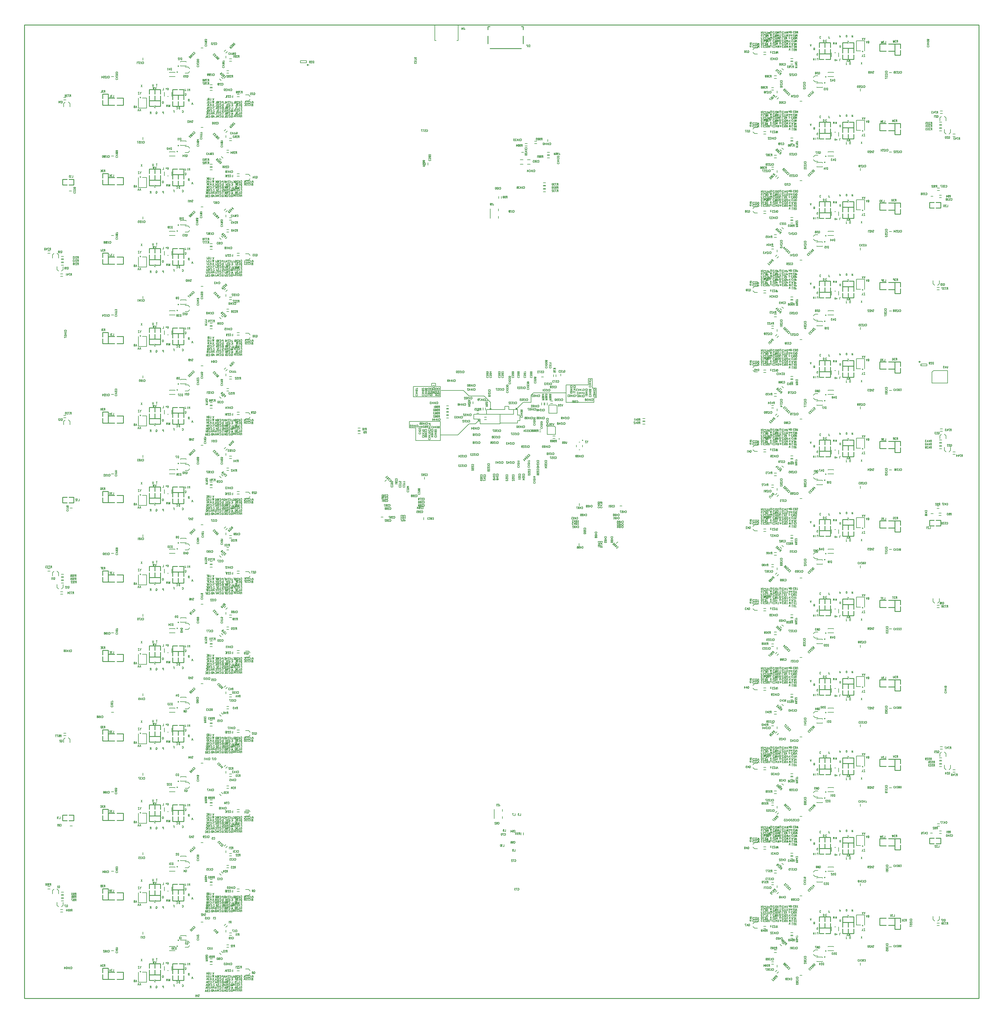
<source format=gbo>
*
*
G04 PADS VX.2.3 Build Number: 9191294 generated Gerber (RS-274-X) file*
G04 PC Version=2.1*
*
%IN "radiant_v3.pcb"*%
*
%MOIN*%
*
%FSLAX35Y35*%
*
*
*
*
G04 PC Standard Apertures*
*
*
G04 Thermal Relief Aperture macro.*
%AMTER*
1,1,$1,0,0*
1,0,$1-$2,0,0*
21,0,$3,$4,0,0,45*
21,0,$3,$4,0,0,135*
%
*
*
G04 Annular Aperture macro.*
%AMANN*
1,1,$1,0,0*
1,0,$2,0,0*
%
*
*
G04 Odd Aperture macro.*
%AMODD*
1,1,$1,0,0*
1,0,$1-0.005,0,0*
%
*
*
G04 PC Custom Aperture Macros*
*
*
*
*
*
*
G04 PC Aperture Table*
*
%ADD010C,0.001*%
%ADD128C,0.008*%
%ADD131C,0.005*%
%ADD134C,0.01*%
%ADD135C,0.007*%
%ADD351C,0.00787*%
%ADD352C,0.00787*%
*
*
*
*
G04 PC Circuitry*
G04 Layer Name radiant_v3.pcb - circuitry*
%LPD*%
*
*
G04 PC Custom Flashes*
G04 Layer Name radiant_v3.pcb - flashes*
%LPD*%
*
*
G04 PC Circuitry*
G04 Layer Name radiant_v3.pcb - circuitry*
%LPD*%
*
G54D10*
G54D128*
G01X212400Y160000D02*
X209600D01*
X249000Y183400D02*
Y180600D01*
X160400Y317000D02*
X157600D01*
X243398Y232899D02*
Y220299D01*
X253798*
Y232899*
X248598*
X243398Y332899D02*
Y320299D01*
X253798*
Y332899*
X248598*
X243398Y432899D02*
Y420299D01*
X253798*
Y432899*
X248598*
X243398Y132899D02*
Y120299D01*
X253798*
Y132899*
X248598*
X281198Y434999D02*
X279998D01*
X285322Y435118D02*
Y440079D01*
X276267Y435118D02*
Y440079D01*
X281198Y134999D02*
X279998D01*
X285322Y135118D02*
Y140079D01*
X276267Y135118D02*
Y140079D01*
X281198Y234999D02*
X279998D01*
X285322Y235118D02*
Y240079D01*
X276267Y235118D02*
Y240079D01*
X281198Y334999D02*
X279998D01*
X285322Y335118D02*
Y340079D01*
X276267Y335118D02*
Y340079D01*
X249000Y283400D02*
Y280600D01*
Y383400D02*
Y380600D01*
X212400Y360000D02*
X209600D01*
X249000Y483400D02*
Y480600D01*
X212400Y460000D02*
X209600D01*
X243398Y532899D02*
Y520299D01*
X253798*
Y532899*
X248598*
X243398Y632899D02*
Y620299D01*
X253798*
Y632899*
X248598*
X243398Y732899D02*
Y720299D01*
X253798*
Y732899*
X248598*
X243398Y832899D02*
Y820299D01*
X253798*
Y832899*
X248598*
X281198Y534999D02*
X279998D01*
X285322Y535118D02*
Y540079D01*
X276267Y535118D02*
Y540079D01*
X281198Y634999D02*
X279998D01*
X285322Y635118D02*
Y640079D01*
X276267Y635118D02*
Y640079D01*
X281198Y734999D02*
X279998D01*
X285322Y735118D02*
Y740079D01*
X276267Y735118D02*
Y740079D01*
X281198Y834999D02*
X279998D01*
X285322Y835118D02*
Y840079D01*
X276267Y835118D02*
Y840079D01*
X353500Y183100D02*
Y185900D01*
X324900Y196000D02*
X322100D01*
X353500Y283100D02*
Y285900D01*
X324900Y296000D02*
X322100D01*
X212400Y260000D02*
X209600D01*
X353500Y383100D02*
Y385900D01*
X324900Y396000D02*
X322100D01*
X353500Y483100D02*
Y485900D01*
X324900Y496000D02*
X322100D01*
X353500Y583100D02*
Y585900D01*
X324900Y596000D02*
X322100D01*
X249000Y683400D02*
Y680600D01*
Y583400D02*
Y580600D01*
X353500Y683100D02*
Y685900D01*
X324900Y696000D02*
X322100D01*
X249000Y783400D02*
Y780600D01*
Y883400D02*
Y880600D01*
X212400Y560000D02*
X209600D01*
X353500Y783100D02*
Y785900D01*
X324900Y796000D02*
X322100D01*
X212400Y660000D02*
X209600D01*
X353500Y883100D02*
Y885900D01*
X324900Y896000D02*
X322100D01*
X212400Y760000D02*
X209600D01*
X212400Y860000D02*
X209600D01*
X160400Y717000D02*
X157600D01*
X243398Y932899D02*
Y920299D01*
X253798*
Y932899*
X248598*
X243398Y1032899D02*
Y1020299D01*
X253798*
Y1032899*
X248598*
X243398Y1132899D02*
Y1120299D01*
X253798*
Y1132899*
X248598*
X243398Y1232899D02*
Y1220299D01*
X253798*
Y1232899*
X248598*
X249000Y1183400D02*
Y1180600D01*
Y1083400D02*
Y1080600D01*
Y983400D02*
Y980600D01*
X212400Y1060000D02*
X209600D01*
X212400Y1160000D02*
X209600D01*
X212400Y1260000D02*
X209600D01*
X212400Y960000D02*
X209600D01*
X249000Y1283400D02*
Y1280600D01*
X324900Y1296000D02*
X322100D01*
X353500Y1283100D02*
Y1285900D01*
Y1183100D02*
Y1185900D01*
X324900Y1196000D02*
X322100D01*
X159400Y1116000D02*
X156600D01*
X324900Y996000D02*
X322100D01*
X353500Y983100D02*
Y985900D01*
Y1083100D02*
Y1085900D01*
X324900Y1096000D02*
X322100D01*
X281198Y1234999D02*
X279998D01*
X285322Y1235118D02*
Y1240079D01*
X276267Y1235118D02*
Y1240079D01*
X281198Y1034999D02*
X279998D01*
X285322Y1035118D02*
Y1040079D01*
X276267Y1035118D02*
Y1040079D01*
X281198Y934999D02*
X279998D01*
X285322Y935118D02*
Y940079D01*
X276267Y935118D02*
Y940079D01*
X281198Y1134999D02*
X279998D01*
X285322Y1135118D02*
Y1140079D01*
X276267Y1135118D02*
Y1140079D01*
X551200Y705500D02*
X548400D01*
X602300Y702300D02*
Y705100D01*
X1156602Y192101D02*
Y204701D01*
X1146202*
Y192101*
X1151402*
X1156602Y1292101D02*
Y1304701D01*
X1146202*
Y1292101*
X1151402*
X1156602Y1192101D02*
Y1204701D01*
X1146202*
Y1192101*
X1151402*
X1156602Y1092101D02*
Y1104701D01*
X1146202*
Y1092101*
X1151402*
X1156602Y992101D02*
Y1004701D01*
X1146202*
Y992101*
X1151402*
X1156602Y892101D02*
Y904701D01*
X1146202*
Y892101*
X1151402*
X1156602Y792101D02*
Y804701D01*
X1146202*
Y792101*
X1151402*
X1156602Y692101D02*
Y704701D01*
X1146202*
Y692101*
X1151402*
X1156602Y592101D02*
Y604701D01*
X1146202*
Y592101*
X1151402*
X1156602Y492101D02*
Y504701D01*
X1146202*
Y492101*
X1151402*
X1156602Y392101D02*
Y404701D01*
X1146202*
Y392101*
X1151402*
X1156602Y292101D02*
Y304701D01*
X1146202*
Y292101*
X1151402*
X1239700Y1109100D02*
X1242500D01*
X1118802Y1290001D02*
X1120002D01*
X1114678Y1289882D02*
Y1284921D01*
X1123733Y1289882D02*
Y1284921D01*
X1118802Y290001D02*
X1120002D01*
X1114678Y289882D02*
Y284921D01*
X1123733Y289882D02*
Y284921D01*
X1118802Y190001D02*
X1120002D01*
X1114678Y189882D02*
Y184921D01*
X1123733Y189882D02*
Y184921D01*
X1118802Y490001D02*
X1120002D01*
X1114678Y489882D02*
Y484921D01*
X1123733Y489882D02*
Y484921D01*
X1118802Y590001D02*
X1120002D01*
X1114678Y589882D02*
Y584921D01*
X1123733Y589882D02*
Y584921D01*
X1118802Y690001D02*
X1120002D01*
X1114678Y689882D02*
Y684921D01*
X1123733Y689882D02*
Y684921D01*
X1118802Y790001D02*
X1120002D01*
X1114678Y789882D02*
Y784921D01*
X1123733Y789882D02*
Y784921D01*
X1118802Y890001D02*
X1120002D01*
X1114678Y889882D02*
Y884921D01*
X1123733Y889882D02*
Y884921D01*
X1118802Y990001D02*
X1120002D01*
X1114678Y989882D02*
Y984921D01*
X1123733Y989882D02*
Y984921D01*
X1118802Y1090001D02*
X1120002D01*
X1114678Y1089882D02*
Y1084921D01*
X1123733Y1089882D02*
Y1084921D01*
X1118802Y1190001D02*
X1120002D01*
X1114678Y1189882D02*
Y1184921D01*
X1123733Y1189882D02*
Y1184921D01*
X1118802Y390001D02*
X1120002D01*
X1114678Y389882D02*
Y384921D01*
X1123733Y389882D02*
Y384921D01*
X1151000Y1141600D02*
Y1144400D01*
Y941600D02*
Y944400D01*
X1187600Y1165000D02*
X1190400D01*
X1187600Y965000D02*
X1190400D01*
X1046500Y941900D02*
Y939100D01*
X1075100Y929000D02*
X1077900D01*
X1046500Y1041900D02*
Y1039100D01*
X1075100Y1029000D02*
X1077900D01*
X1046500Y1141900D02*
Y1139100D01*
X1075100Y1129000D02*
X1077900D01*
X1046500Y1241900D02*
Y1239100D01*
X1075100Y1229000D02*
X1077900D01*
X1151000Y1241600D02*
Y1244400D01*
Y1041600D02*
Y1044400D01*
X1187600Y1265000D02*
X1190400D01*
X1187600Y1065000D02*
X1190400D01*
X848800Y719500D02*
X851600D01*
X797700Y722700D02*
Y719900D01*
X1046500Y841900D02*
Y839100D01*
X1075100Y829000D02*
X1077900D01*
X1151000Y841600D02*
Y844400D01*
Y741600D02*
Y744400D01*
Y641600D02*
Y644400D01*
X1046500Y741900D02*
Y739100D01*
X1075100Y729000D02*
X1077900D01*
X1151000Y541600D02*
Y544400D01*
X1187600Y865000D02*
X1190400D01*
X1046500Y641900D02*
Y639100D01*
X1075100Y629000D02*
X1077900D01*
X1187600Y765000D02*
X1190400D01*
X1187600Y665000D02*
X1190400D01*
X1046500Y541900D02*
Y539100D01*
X1075100Y529000D02*
X1077900D01*
X1187600Y565000D02*
X1190400D01*
X1239900Y709700D02*
X1242700D01*
X1151000Y441600D02*
Y444400D01*
X1046500Y441900D02*
Y439100D01*
X1075100Y429000D02*
X1077900D01*
X1151000Y241600D02*
Y244400D01*
X1046500Y341900D02*
Y339100D01*
X1075100Y329000D02*
X1077900D01*
X1187600Y465000D02*
X1190400D01*
X1046500Y241900D02*
Y239100D01*
X1075100Y229000D02*
X1077900D01*
X1187600Y265000D02*
X1190400D01*
X1046500Y141900D02*
Y139100D01*
X1075100Y129000D02*
X1077900D01*
X1151000Y341600D02*
Y344400D01*
Y141600D02*
Y144400D01*
X1187600Y365000D02*
X1190400D01*
X1187600Y165000D02*
X1190400D01*
X1239100Y308000D02*
X1241900D01*
X758000Y1178100D02*
Y1180900D01*
X727900Y1164500D02*
X725100D01*
X296400Y173800D02*
Y173200D01*
X303600*
Y173800*
Y178200D02*
Y178800D01*
X296400*
Y178200*
X289600Y164700D02*
Y165300D01*
X282400*
Y164700*
Y160300D02*
Y159700D01*
X289600*
Y160300*
X296400Y273800D02*
Y273200D01*
X303600*
Y273800*
Y278200D02*
Y278800D01*
X296400*
Y278200*
X289600Y264700D02*
Y265300D01*
X282400*
Y264700*
Y260300D02*
Y259700D01*
X289600*
Y260300*
X296400Y373800D02*
Y373200D01*
X303600*
Y373800*
Y378200D02*
Y378800D01*
X296400*
Y378200*
X289600Y364700D02*
Y365300D01*
X282400*
Y364700*
Y360300D02*
Y359700D01*
X289600*
Y360300*
X296400Y473800D02*
Y473200D01*
X303600*
Y473800*
Y478200D02*
Y478800D01*
X296400*
Y478200*
X289600Y464700D02*
Y465300D01*
X282400*
Y464700*
Y460300D02*
Y459700D01*
X289600*
Y460300*
X296400Y573800D02*
Y573200D01*
X303600*
Y573800*
Y578200D02*
Y578800D01*
X296400*
Y578200*
X289600Y564700D02*
Y565300D01*
X282400*
Y564700*
Y560300D02*
Y559700D01*
X289600*
Y560300*
X296400Y673800D02*
Y673200D01*
X303600*
Y673800*
Y678200D02*
Y678800D01*
X296400*
Y678200*
X289600Y664700D02*
Y665300D01*
X282400*
Y664700*
Y660300D02*
Y659700D01*
X289600*
Y660300*
Y764700D02*
Y765300D01*
X282400*
Y764700*
Y760300D02*
Y759700D01*
X289600*
Y760300*
X296400Y773800D02*
Y773200D01*
X303600*
Y773800*
Y778200D02*
Y778800D01*
X296400*
Y778200*
Y873800D02*
Y873200D01*
X303600*
Y873800*
Y878200D02*
Y878800D01*
X296400*
Y878200*
X289600Y864700D02*
Y865300D01*
X282400*
Y864700*
Y860300D02*
Y859700D01*
X289600*
Y860300*
X296400Y973800D02*
Y973200D01*
X303600*
Y973800*
Y978200D02*
Y978800D01*
X296400*
Y978200*
X289600Y964700D02*
Y965300D01*
X282400*
Y964700*
Y960300D02*
Y959700D01*
X289600*
Y960300*
X296400Y1073800D02*
Y1073200D01*
X303600*
Y1073800*
Y1078200D02*
Y1078800D01*
X296400*
Y1078200*
X289600Y1064700D02*
Y1065300D01*
X282400*
Y1064700*
Y1060300D02*
Y1059700D01*
X289600*
Y1060300*
X296400Y1173800D02*
Y1173200D01*
X303600*
Y1173800*
Y1178200D02*
Y1178800D01*
X296400*
Y1178200*
X289600Y1164700D02*
Y1165300D01*
X282400*
Y1164700*
Y1160300D02*
Y1159700D01*
X289600*
Y1160300*
X296400Y1273800D02*
Y1273200D01*
X303600*
Y1273800*
Y1278200D02*
Y1278800D01*
X296400*
Y1278200*
X289600Y1264700D02*
Y1265300D01*
X282400*
Y1264700*
Y1260300D02*
Y1259700D01*
X289600*
Y1260300*
X1103600Y1251200D02*
Y1251800D01*
X1096400*
Y1251200*
Y1246800D02*
Y1246200D01*
X1103600*
Y1246800*
X1110400Y1260300D02*
Y1259700D01*
X1117600*
Y1260300*
Y1264700D02*
Y1265300D01*
X1110400*
Y1264700*
X1103600Y1151200D02*
Y1151800D01*
X1096400*
Y1151200*
Y1146800D02*
Y1146200D01*
X1103600*
Y1146800*
X1110400Y1160300D02*
Y1159700D01*
X1117600*
Y1160300*
Y1164700D02*
Y1165300D01*
X1110400*
Y1164700*
X1103600Y1051200D02*
Y1051800D01*
X1096400*
Y1051200*
Y1046800D02*
Y1046200D01*
X1103600*
Y1046800*
X1110400Y1060300D02*
Y1059700D01*
X1117600*
Y1060300*
Y1064700D02*
Y1065300D01*
X1110400*
Y1064700*
X1103600Y951200D02*
Y951800D01*
X1096400*
Y951200*
Y946800D02*
Y946200D01*
X1103600*
Y946800*
X1110400Y960300D02*
Y959700D01*
X1117600*
Y960300*
Y964700D02*
Y965300D01*
X1110400*
Y964700*
X1103600Y851200D02*
Y851800D01*
X1096400*
Y851200*
Y846800D02*
Y846200D01*
X1103600*
Y846800*
X1110400Y860300D02*
Y859700D01*
X1117600*
Y860300*
Y864700D02*
Y865300D01*
X1110400*
Y864700*
X1103600Y751200D02*
Y751800D01*
X1096400*
Y751200*
Y746800D02*
Y746200D01*
X1103600*
Y746800*
X1110400Y760300D02*
Y759700D01*
X1117600*
Y760300*
Y764700D02*
Y765300D01*
X1110400*
Y764700*
X1103600Y651200D02*
Y651800D01*
X1096400*
Y651200*
Y646800D02*
Y646200D01*
X1103600*
Y646800*
X1110400Y660300D02*
Y659700D01*
X1117600*
Y660300*
Y664700D02*
Y665300D01*
X1110400*
Y664700*
X1103600Y551200D02*
Y551800D01*
X1096400*
Y551200*
Y546800D02*
Y546200D01*
X1103600*
Y546800*
X1110400Y560300D02*
Y559700D01*
X1117600*
Y560300*
Y564700D02*
Y565300D01*
X1110400*
Y564700*
X1103600Y451200D02*
Y451800D01*
X1096400*
Y451200*
Y446800D02*
Y446200D01*
X1103600*
Y446800*
X1110400Y460300D02*
Y459700D01*
X1117600*
Y460300*
Y464700D02*
Y465300D01*
X1110400*
Y464700*
X1103600Y351200D02*
Y351800D01*
X1096400*
Y351200*
Y346800D02*
Y346200D01*
X1103600*
Y346800*
X1110400Y360300D02*
Y359700D01*
X1117600*
Y360300*
Y364700D02*
Y365300D01*
X1110400*
Y364700*
X1103600Y251200D02*
Y251800D01*
X1096400*
Y251200*
Y246800D02*
Y246200D01*
X1103600*
Y246800*
X1110400Y260300D02*
Y259700D01*
X1117600*
Y260300*
Y264700D02*
Y265300D01*
X1110400*
Y264700*
X1103600Y151200D02*
Y151800D01*
X1096400*
Y151200*
Y146800D02*
Y146200D01*
X1103600*
Y146800*
X1110400Y160300D02*
Y159700D01*
X1117600*
Y160300*
Y164700D02*
Y165300D01*
X1110400*
Y164700*
X774500Y883100D02*
Y885900D01*
X752900Y882000D02*
X750100D01*
X846490Y674490D02*
X844510Y672510D01*
X553510Y750510D02*
X555490Y752490D01*
X603000Y753100D02*
Y755900D01*
X797500Y672400D02*
Y669600D01*
G54D131*
X723501Y1149544D02*
X727044D01*
X723501Y1155056D02*
X727044D01*
X732556Y1149544D02*
X736099D01*
X732556Y1155056D02*
X736099D01*
X757622Y1157425D02*
X760378D01*
X757622Y1160575D02*
X760378D01*
X880378Y825575D02*
X877622D01*
X880378Y822425D02*
X877622D01*
X880378Y829575D02*
X877622D01*
X880378Y826425D02*
X877622D01*
X357922Y179025D02*
X360678D01*
X357922Y182175D02*
X360678D01*
X353639Y189412D02*
X355588Y191361D01*
X351412Y191639D02*
X353361Y193588D01*
X345612Y156961D02*
X347561Y155012D01*
X347839Y159188D02*
X349788Y157239D01*
X354312Y164175D02*
X357068D01*
X354312Y167325D02*
X357068D01*
X357922Y279025D02*
X360678D01*
X357922Y282175D02*
X360678D01*
X353639Y289412D02*
X355588Y291361D01*
X351412Y291639D02*
X353361Y293588D01*
X354312Y264175D02*
X357068D01*
X354312Y267325D02*
X357068D01*
X345612Y256961D02*
X347561Y255012D01*
X347839Y259188D02*
X349788Y257239D01*
X353639Y389412D02*
X355588Y391361D01*
X351412Y391639D02*
X353361Y393588D01*
X345612Y356961D02*
X347561Y355012D01*
X347839Y359188D02*
X349788Y357239D01*
X354312Y364175D02*
X357068D01*
X354312Y367325D02*
X357068D01*
X354312Y464175D02*
X357068D01*
X354312Y467325D02*
X357068D01*
X345612Y456961D02*
X347561Y455012D01*
X347839Y459188D02*
X349788Y457239D01*
X357922Y379025D02*
X360678D01*
X357922Y382175D02*
X360678D01*
X357922Y479025D02*
X360678D01*
X357922Y482175D02*
X360678D01*
X353639Y489412D02*
X355588Y491361D01*
X351412Y491639D02*
X353361Y493588D01*
X357922Y579025D02*
X360678D01*
X357922Y582175D02*
X360678D01*
X353639Y589412D02*
X355588Y591361D01*
X351412Y591639D02*
X353361Y593588D01*
X354312Y564175D02*
X357068D01*
X354312Y567325D02*
X357068D01*
X345612Y556961D02*
X347561Y555012D01*
X347839Y559188D02*
X349788Y557239D01*
X345612Y656961D02*
X347561Y655012D01*
X347839Y659188D02*
X349788Y657239D01*
X354312Y664175D02*
X357068D01*
X354312Y667325D02*
X357068D01*
X357922Y679025D02*
X360678D01*
X357922Y682175D02*
X360678D01*
X353639Y689412D02*
X355588Y691361D01*
X351412Y691639D02*
X353361Y693588D01*
X345612Y756961D02*
X347561Y755012D01*
X347839Y759188D02*
X349788Y757239D01*
X354312Y764175D02*
X357068D01*
X354312Y767325D02*
X357068D01*
X357922Y779025D02*
X360678D01*
X357922Y782175D02*
X360678D01*
X353639Y789412D02*
X355588Y791361D01*
X351412Y791639D02*
X353361Y793588D01*
X345612Y856961D02*
X347561Y855012D01*
X347839Y859188D02*
X349788Y857239D01*
X353639Y889412D02*
X355588Y891361D01*
X351412Y891639D02*
X353361Y893588D01*
X357922Y879025D02*
X360678D01*
X357922Y882175D02*
X360678D01*
X354312Y864175D02*
X357068D01*
X354312Y867325D02*
X357068D01*
X724425Y308378D02*
Y305622D01*
X727575Y308378D02*
Y305622D01*
X149378Y225575D02*
X146622D01*
X149378Y222425D02*
X146622D01*
Y226425D02*
X149378D01*
X146622Y229575D02*
X149378D01*
X146622Y230425D02*
X149378D01*
X146622Y233575D02*
X149378D01*
X146622Y626425D02*
X149378D01*
X146622Y629575D02*
X149378D01*
X146622Y630425D02*
X149378D01*
X146622Y633575D02*
X149378D01*
Y625575D02*
X146622D01*
X149378Y622425D02*
X146622D01*
X345612Y956961D02*
X347561Y955012D01*
X347839Y959188D02*
X349788Y957239D01*
X354312Y964175D02*
X357068D01*
X354312Y967325D02*
X357068D01*
X357922Y979025D02*
X360678D01*
X357922Y982175D02*
X360678D01*
X353639Y989412D02*
X355588Y991361D01*
X351412Y991639D02*
X353361Y993588D01*
X146622Y1026425D02*
X149378D01*
X146622Y1029575D02*
X149378D01*
X146622Y1030425D02*
X149378D01*
X146622Y1033575D02*
X149378D01*
X353639Y1189412D02*
X355588Y1191361D01*
X351412Y1191639D02*
X353361Y1193588D01*
X357922Y1179025D02*
X360678D01*
X357922Y1182175D02*
X360678D01*
X354312Y1164175D02*
X357068D01*
X354312Y1167325D02*
X357068D01*
X353639Y1089412D02*
X355588Y1091361D01*
X351412Y1091639D02*
X353361Y1093588D01*
X357922Y1079025D02*
X360678D01*
X357922Y1082175D02*
X360678D01*
X354312Y1064175D02*
X357068D01*
X354312Y1067325D02*
X357068D01*
X345612Y1056961D02*
X347561Y1055012D01*
X347839Y1059188D02*
X349788Y1057239D01*
X149378Y1025575D02*
X146622D01*
X149378Y1022425D02*
X146622D01*
X345612Y1156961D02*
X347561Y1155012D01*
X347839Y1159188D02*
X349788Y1157239D01*
X353639Y1289412D02*
X355588Y1291361D01*
X351412Y1291639D02*
X353361Y1293588D01*
X357922Y1279025D02*
X360678D01*
X357922Y1282175D02*
X360678D01*
X354312Y1264175D02*
X357068D01*
X354312Y1267325D02*
X357068D01*
X345612Y1256961D02*
X347561Y1255012D01*
X347839Y1259188D02*
X349788Y1257239D01*
X519622Y810425D02*
X522378D01*
X519622Y813575D02*
X522378D01*
X519622Y814425D02*
X522378D01*
X519622Y817575D02*
X522378D01*
X1250622Y1199425D02*
X1253378D01*
X1250622Y1202575D02*
X1253378D01*
Y1198575D02*
X1250622D01*
X1253378Y1195425D02*
X1250622D01*
X1253378Y1194575D02*
X1250622D01*
X1253378Y1191425D02*
X1250622D01*
X1054388Y1268039D02*
X1052439Y1269988D01*
X1052161Y1265812D02*
X1050212Y1267761D01*
X1045688Y1260825D02*
X1042932D01*
X1045688Y1257675D02*
X1042932D01*
X1042078Y1245975D02*
X1039322D01*
X1042078Y1242825D02*
X1039322D01*
X1046361Y1235588D02*
X1044412Y1233639D01*
X1048588Y1233361D02*
X1046639Y1231412D01*
X1046361Y1135588D02*
X1044412Y1133639D01*
X1048588Y1133361D02*
X1046639Y1131412D01*
X1042078Y1145975D02*
X1039322D01*
X1042078Y1142825D02*
X1039322D01*
X1045688Y1160825D02*
X1042932D01*
X1045688Y1157675D02*
X1042932D01*
X1054388Y1168039D02*
X1052439Y1169988D01*
X1052161Y1165812D02*
X1050212Y1167761D01*
X1046361Y1035588D02*
X1044412Y1033639D01*
X1048588Y1033361D02*
X1046639Y1031412D01*
X1054388Y1068039D02*
X1052439Y1069988D01*
X1052161Y1065812D02*
X1050212Y1067761D01*
X1045688Y1060825D02*
X1042932D01*
X1045688Y1057675D02*
X1042932D01*
X1042078Y1045975D02*
X1039322D01*
X1042078Y1042825D02*
X1039322D01*
X1054388Y968039D02*
X1052439Y969988D01*
X1052161Y965812D02*
X1050212Y967761D01*
X1045688Y960825D02*
X1042932D01*
X1045688Y957675D02*
X1042932D01*
X1042078Y945975D02*
X1039322D01*
X1042078Y942825D02*
X1039322D01*
X1046361Y935588D02*
X1044412Y933639D01*
X1048588Y933361D02*
X1046639Y931412D01*
X1250622Y399425D02*
X1253378D01*
X1250622Y402575D02*
X1253378D01*
Y398575D02*
X1250622D01*
X1253378Y395425D02*
X1250622D01*
X1253378Y394575D02*
X1250622D01*
X1253378Y391425D02*
X1250622D01*
X1054388Y868039D02*
X1052439Y869988D01*
X1052161Y865812D02*
X1050212Y867761D01*
X1042078Y845975D02*
X1039322D01*
X1042078Y842825D02*
X1039322D01*
X1046361Y835588D02*
X1044412Y833639D01*
X1048588Y833361D02*
X1046639Y831412D01*
X1045688Y860825D02*
X1042932D01*
X1045688Y857675D02*
X1042932D01*
X1054388Y768039D02*
X1052439Y769988D01*
X1052161Y765812D02*
X1050212Y767761D01*
X1045688Y760825D02*
X1042932D01*
X1045688Y757675D02*
X1042932D01*
X1042078Y745975D02*
X1039322D01*
X1042078Y742825D02*
X1039322D01*
X1046361Y735588D02*
X1044412Y733639D01*
X1048588Y733361D02*
X1046639Y731412D01*
X1054388Y668039D02*
X1052439Y669988D01*
X1052161Y665812D02*
X1050212Y667761D01*
X1045688Y660825D02*
X1042932D01*
X1045688Y657675D02*
X1042932D01*
X1042078Y645975D02*
X1039322D01*
X1042078Y642825D02*
X1039322D01*
X1046361Y635588D02*
X1044412Y633639D01*
X1048588Y633361D02*
X1046639Y631412D01*
X1054388Y568039D02*
X1052439Y569988D01*
X1052161Y565812D02*
X1050212Y567761D01*
X1045688Y560825D02*
X1042932D01*
X1045688Y557675D02*
X1042932D01*
X1042078Y545975D02*
X1039322D01*
X1042078Y542825D02*
X1039322D01*
X1046361Y535588D02*
X1044412Y533639D01*
X1048588Y533361D02*
X1046639Y531412D01*
X1250622Y799425D02*
X1253378D01*
X1250622Y802575D02*
X1253378D01*
Y798575D02*
X1250622D01*
X1253378Y795425D02*
X1250622D01*
X1253378Y794575D02*
X1250622D01*
X1253378Y791425D02*
X1250622D01*
X1054388Y468039D02*
X1052439Y469988D01*
X1052161Y465812D02*
X1050212Y467761D01*
X1045688Y460825D02*
X1042932D01*
X1045688Y457675D02*
X1042932D01*
X1042078Y445975D02*
X1039322D01*
X1042078Y442825D02*
X1039322D01*
X1046361Y435588D02*
X1044412Y433639D01*
X1048588Y433361D02*
X1046639Y431412D01*
X1054388Y368039D02*
X1052439Y369988D01*
X1052161Y365812D02*
X1050212Y367761D01*
X1045688Y360825D02*
X1042932D01*
X1045688Y357675D02*
X1042932D01*
X1042078Y345975D02*
X1039322D01*
X1042078Y342825D02*
X1039322D01*
X1046361Y335588D02*
X1044412Y333639D01*
X1048588Y333361D02*
X1046639Y331412D01*
X1054388Y268039D02*
X1052439Y269988D01*
X1052161Y265812D02*
X1050212Y267761D01*
X1045688Y260825D02*
X1042932D01*
X1045688Y257675D02*
X1042932D01*
X1042078Y245975D02*
X1039322D01*
X1042078Y242825D02*
X1039322D01*
X1046361Y235588D02*
X1044412Y233639D01*
X1048588Y233361D02*
X1046639Y231412D01*
X1054388Y168039D02*
X1052439Y169988D01*
X1052161Y165812D02*
X1050212Y167761D01*
X1045688Y160825D02*
X1042932D01*
X1045688Y157675D02*
X1042932D01*
X1042078Y145975D02*
X1039322D01*
X1042078Y142825D02*
X1039322D01*
X1046361Y135588D02*
X1044412Y133639D01*
X1048588Y133361D02*
X1046639Y131412D01*
X699775Y1106422D02*
Y1109178D01*
X696625Y1106422D02*
Y1109178D01*
X129622Y237425D02*
X132378D01*
X129622Y240575D02*
X132378D01*
X135363Y231563D02*
Y235500D01*
X143237Y231563D02*
Y235500D01*
X141269Y237469*
X135363Y235500D02*
X137331Y237469D01*
X149563Y421863D02*
Y425800D01*
X157437Y421863D02*
Y425800D01*
X155469Y427769*
X149563Y425800D02*
X151531Y427769D01*
X149622Y430425D02*
X152378D01*
X149622Y433575D02*
X152378D01*
X336378Y145575D02*
X333622D01*
X336378Y142425D02*
X333622D01*
Y146425D02*
X336378D01*
X333622Y149575D02*
X336378D01*
X302063Y171937D02*
X306000D01*
X302063Y164063D02*
X306000D01*
X307969Y166031*
X306000Y171937D02*
X307969Y169969D01*
X302063Y271937D02*
X306000D01*
X302063Y264063D02*
X306000D01*
X307969Y266031*
X306000Y271937D02*
X307969Y269969D01*
X302063Y371937D02*
X306000D01*
X302063Y364063D02*
X306000D01*
X307969Y366031*
X306000Y371937D02*
X307969Y369969D01*
X302063Y471937D02*
X306000D01*
X302063Y464063D02*
X306000D01*
X307969Y466031*
X306000Y471937D02*
X307969Y469969D01*
X336378Y245575D02*
X333622D01*
X336378Y242425D02*
X333622D01*
Y246425D02*
X336378D01*
X333622Y249575D02*
X336378D01*
Y345575D02*
X333622D01*
X336378Y342425D02*
X333622D01*
Y346425D02*
X336378D01*
X333622Y349575D02*
X336378D01*
Y445575D02*
X333622D01*
X336378Y442425D02*
X333622D01*
Y446425D02*
X336378D01*
X333622Y449575D02*
X336378D01*
X148937Y220937D02*
Y217000D01*
X141063Y220937D02*
Y217000D01*
X143031Y215031*
X148937Y217000D02*
X146969Y215031D01*
X148378Y211575D02*
X145622D01*
X148378Y208425D02*
X145622D01*
X378063Y136937D02*
X382000D01*
X378063Y129063D02*
X382000D01*
X383969Y131031*
X382000Y136937D02*
X383969Y134969D01*
X367622Y134425D02*
X370378D01*
X367622Y137575D02*
X370378D01*
X378063Y236937D02*
X382000D01*
X378063Y229063D02*
X382000D01*
X383969Y231031*
X382000Y236937D02*
X383969Y234969D01*
X367622Y234425D02*
X370378D01*
X367622Y237575D02*
X370378D01*
X1241157Y874126D02*
X1260843D01*
Y889874*
X1243126*
X1241157Y887906*
Y874126*
X135363Y631563D02*
Y635500D01*
X143237Y631563D02*
Y635500D01*
X141269Y637469*
X135363Y635500D02*
X137331Y637469D01*
X148937Y620937D02*
Y617000D01*
X141063Y620937D02*
Y617000D01*
X143031Y615031*
X148937Y617000D02*
X146969Y615031D01*
X149563Y821863D02*
Y825800D01*
X157437Y821863D02*
Y825800D01*
X155469Y827769*
X149563Y825800D02*
X151531Y827769D01*
X149563Y1221863D02*
Y1225800D01*
X157437Y1221863D02*
Y1225800D01*
X155469Y1227769*
X149563Y1225800D02*
X151531Y1227769D01*
X1250437Y1003137D02*
Y999200D01*
X1242563Y1003137D02*
Y999200D01*
X1244531Y997231*
X1250437Y999200D02*
X1248469Y997231D01*
X1250437Y603137D02*
Y599200D01*
X1242563Y603137D02*
Y599200D01*
X1244531Y597231*
X1250437Y599200D02*
X1248469Y597231D01*
X1250437Y203137D02*
Y199200D01*
X1242563Y203137D02*
Y199200D01*
X1244531Y197231*
X1250437Y199200D02*
X1248469Y197231D01*
X135363Y1031563D02*
Y1035500D01*
X143237Y1031563D02*
Y1035500D01*
X141269Y1037469*
X135363Y1035500D02*
X137331Y1037469D01*
X148937Y1020937D02*
Y1017000D01*
X141063Y1020937D02*
Y1017000D01*
X143031Y1015031*
X148937Y1017000D02*
X146969Y1015031D01*
X1264637Y1193437D02*
Y1189500D01*
X1256763Y1193437D02*
Y1189500D01*
X1258731Y1187531*
X1264637Y1189500D02*
X1262669Y1187531D01*
X1251063Y1204063D02*
Y1208000D01*
X1258937Y1204063D02*
Y1208000D01*
X1256969Y1209969*
X1251063Y1208000D02*
X1253031Y1209969D01*
X1264637Y793437D02*
Y789500D01*
X1256763Y793437D02*
Y789500D01*
X1258731Y787531*
X1264637Y789500D02*
X1262669Y787531D01*
X1251063Y804063D02*
Y808000D01*
X1258937Y804063D02*
Y808000D01*
X1256969Y809969*
X1251063Y808000D02*
X1253031Y809969D01*
X1264637Y393437D02*
Y389500D01*
X1256763Y393437D02*
Y389500D01*
X1258731Y387531*
X1264637Y389500D02*
X1262669Y387531D01*
X1251063Y404063D02*
Y408000D01*
X1258937Y404063D02*
Y408000D01*
X1256969Y409969*
X1251063Y408000D02*
X1253031Y409969D01*
X378063Y536937D02*
X382000D01*
X378063Y529063D02*
X382000D01*
X383969Y531031*
X382000Y536937D02*
X383969Y534969D01*
X378063Y636937D02*
X382000D01*
X378063Y629063D02*
X382000D01*
X383969Y631031*
X382000Y636937D02*
X383969Y634969D01*
X378063Y736937D02*
X382000D01*
X378063Y729063D02*
X382000D01*
X383969Y731031*
X382000Y736937D02*
X383969Y734969D01*
X378063Y836937D02*
X382000D01*
X378063Y829063D02*
X382000D01*
X383969Y831031*
X382000Y836937D02*
X383969Y834969D01*
X378063Y936937D02*
X382000D01*
X378063Y929063D02*
X382000D01*
X383969Y931031*
X382000Y936937D02*
X383969Y934969D01*
X378063Y336937D02*
X382000D01*
X378063Y329063D02*
X382000D01*
X383969Y331031*
X382000Y336937D02*
X383969Y334969D01*
X378063Y436937D02*
X382000D01*
X378063Y429063D02*
X382000D01*
X383969Y431031*
X382000Y436937D02*
X383969Y434969D01*
X378063Y1036937D02*
X382000D01*
X378063Y1029063D02*
X382000D01*
X383969Y1031031*
X382000Y1036937D02*
X383969Y1034969D01*
X378063Y1136937D02*
X382000D01*
X378063Y1129063D02*
X382000D01*
X383969Y1131031*
X382000Y1136937D02*
X383969Y1134969D01*
X378063Y1236937D02*
X382000D01*
X378063Y1229063D02*
X382000D01*
X383969Y1231031*
X382000Y1236937D02*
X383969Y1234969D01*
X1021937Y1288063D02*
X1018000D01*
X1021937Y1295937D02*
X1018000D01*
X1016031Y1293969*
X1018000Y1288063D02*
X1016031Y1290031D01*
X1021937Y1188063D02*
X1018000D01*
X1021937Y1195937D02*
X1018000D01*
X1016031Y1193969*
X1018000Y1188063D02*
X1016031Y1190031D01*
X1021937Y1088063D02*
X1018000D01*
X1021937Y1095937D02*
X1018000D01*
X1016031Y1093969*
X1018000Y1088063D02*
X1016031Y1090031D01*
X1021937Y988063D02*
X1018000D01*
X1021937Y995937D02*
X1018000D01*
X1016031Y993969*
X1018000Y988063D02*
X1016031Y990031D01*
X1021937Y888063D02*
X1018000D01*
X1021937Y895937D02*
X1018000D01*
X1016031Y893969*
X1018000Y888063D02*
X1016031Y890031D01*
X1021937Y788063D02*
X1018000D01*
X1021937Y795937D02*
X1018000D01*
X1016031Y793969*
X1018000Y788063D02*
X1016031Y790031D01*
X1021937Y688063D02*
X1018000D01*
X1021937Y695937D02*
X1018000D01*
X1016031Y693969*
X1018000Y688063D02*
X1016031Y690031D01*
X1021937Y588063D02*
X1018000D01*
X1021937Y595937D02*
X1018000D01*
X1016031Y593969*
X1018000Y588063D02*
X1016031Y590031D01*
X1021937Y488063D02*
X1018000D01*
X1021937Y495937D02*
X1018000D01*
X1016031Y493969*
X1018000Y488063D02*
X1016031Y490031D01*
X1021937Y388063D02*
X1018000D01*
X1021937Y395937D02*
X1018000D01*
X1016031Y393969*
X1018000Y388063D02*
X1016031Y390031D01*
X1021937Y288063D02*
X1018000D01*
X1021937Y295937D02*
X1018000D01*
X1016031Y293969*
X1018000Y288063D02*
X1016031Y290031D01*
X1021937Y188063D02*
X1018000D01*
X1021937Y195937D02*
X1018000D01*
X1016031Y193969*
X1018000Y188063D02*
X1016031Y190031D01*
X302063Y571937D02*
X306000D01*
X302063Y564063D02*
X306000D01*
X307969Y566031*
X306000Y571937D02*
X307969Y569969D01*
X302063Y671937D02*
X306000D01*
X302063Y664063D02*
X306000D01*
X307969Y666031*
X306000Y671937D02*
X307969Y669969D01*
X302063Y771937D02*
X306000D01*
X302063Y764063D02*
X306000D01*
X307969Y766031*
X306000Y771937D02*
X307969Y769969D01*
X302063Y871937D02*
X306000D01*
X302063Y864063D02*
X306000D01*
X307969Y866031*
X306000Y871937D02*
X307969Y869969D01*
X302063Y971937D02*
X306000D01*
X302063Y964063D02*
X306000D01*
X307969Y966031*
X306000Y971937D02*
X307969Y969969D01*
X302063Y1071937D02*
X306000D01*
X302063Y1064063D02*
X306000D01*
X307969Y1066031*
X306000Y1071937D02*
X307969Y1069969D01*
X302063Y1171937D02*
X306000D01*
X302063Y1164063D02*
X306000D01*
X307969Y1166031*
X306000Y1171937D02*
X307969Y1169969D01*
X302063Y1271937D02*
X306000D01*
X302063Y1264063D02*
X306000D01*
X307969Y1266031*
X306000Y1271937D02*
X307969Y1269969D01*
X1097937Y1253063D02*
X1094000D01*
X1097937Y1260937D02*
X1094000D01*
X1092031Y1258969*
X1094000Y1253063D02*
X1092031Y1255031D01*
X1097937Y1153063D02*
X1094000D01*
X1097937Y1160937D02*
X1094000D01*
X1092031Y1158969*
X1094000Y1153063D02*
X1092031Y1155031D01*
X1097937Y1053063D02*
X1094000D01*
X1097937Y1060937D02*
X1094000D01*
X1092031Y1058969*
X1094000Y1053063D02*
X1092031Y1055031D01*
X1097937Y953063D02*
X1094000D01*
X1097937Y960937D02*
X1094000D01*
X1092031Y958969*
X1094000Y953063D02*
X1092031Y955031D01*
X1097937Y853063D02*
X1094000D01*
X1097937Y860937D02*
X1094000D01*
X1092031Y858969*
X1094000Y853063D02*
X1092031Y855031D01*
X1097937Y753063D02*
X1094000D01*
X1097937Y760937D02*
X1094000D01*
X1092031Y758969*
X1094000Y753063D02*
X1092031Y755031D01*
X1097937Y653063D02*
X1094000D01*
X1097937Y660937D02*
X1094000D01*
X1092031Y658969*
X1094000Y653063D02*
X1092031Y655031D01*
X1097937Y553063D02*
X1094000D01*
X1097937Y560937D02*
X1094000D01*
X1092031Y558969*
X1094000Y553063D02*
X1092031Y555031D01*
X1097937Y453063D02*
X1094000D01*
X1097937Y460937D02*
X1094000D01*
X1092031Y458969*
X1094000Y453063D02*
X1092031Y455031D01*
X1097937Y353063D02*
X1094000D01*
X1097937Y360937D02*
X1094000D01*
X1092031Y358969*
X1094000Y353063D02*
X1092031Y355031D01*
X1097937Y253063D02*
X1094000D01*
X1097937Y260937D02*
X1094000D01*
X1092031Y258969*
X1094000Y253063D02*
X1092031Y255031D01*
X1097937Y153063D02*
X1094000D01*
X1097937Y160937D02*
X1094000D01*
X1092031Y158969*
X1094000Y153063D02*
X1092031Y155031D01*
X149622Y830425D02*
X152378D01*
X149622Y833575D02*
X152378D01*
X149622Y1230425D02*
X152378D01*
X149622Y1233575D02*
X152378D01*
X129622Y637425D02*
X132378D01*
X129622Y640575D02*
X132378D01*
X148378Y611575D02*
X145622D01*
X148378Y608425D02*
X145622D01*
X129622Y1037425D02*
X132378D01*
X129622Y1040575D02*
X132378D01*
X148378Y1011575D02*
X145622D01*
X148378Y1008425D02*
X145622D01*
X367622Y334425D02*
X370378D01*
X367622Y337575D02*
X370378D01*
X367622Y434425D02*
X370378D01*
X367622Y437575D02*
X370378D01*
X367622Y534425D02*
X370378D01*
X367622Y537575D02*
X370378D01*
X367622Y634425D02*
X370378D01*
X367622Y637575D02*
X370378D01*
X367622Y734425D02*
X370378D01*
X367622Y737575D02*
X370378D01*
X367622Y834425D02*
X370378D01*
X367622Y837575D02*
X370378D01*
X367622Y934425D02*
X370378D01*
X367622Y937575D02*
X370378D01*
X367622Y1034425D02*
X370378D01*
X367622Y1037575D02*
X370378D01*
X367622Y1134425D02*
X370378D01*
X367622Y1137575D02*
X370378D01*
X367622Y1234425D02*
X370378D01*
X367622Y1237575D02*
X370378D01*
X336378Y545575D02*
X333622D01*
X336378Y542425D02*
X333622D01*
Y546425D02*
X336378D01*
X333622Y549575D02*
X336378D01*
X333622Y646425D02*
X336378D01*
X333622Y649575D02*
X336378D01*
Y645575D02*
X333622D01*
X336378Y642425D02*
X333622D01*
Y746425D02*
X336378D01*
X333622Y749575D02*
X336378D01*
Y745575D02*
X333622D01*
X336378Y742425D02*
X333622D01*
Y846425D02*
X336378D01*
X333622Y849575D02*
X336378D01*
Y845575D02*
X333622D01*
X336378Y842425D02*
X333622D01*
X336378Y945575D02*
X333622D01*
X336378Y942425D02*
X333622D01*
Y946425D02*
X336378D01*
X333622Y949575D02*
X336378D01*
Y1045575D02*
X333622D01*
X336378Y1042425D02*
X333622D01*
Y1046425D02*
X336378D01*
X333622Y1049575D02*
X336378D01*
Y1145575D02*
X333622D01*
X336378Y1142425D02*
X333622D01*
Y1146425D02*
X336378D01*
X333622Y1149575D02*
X336378D01*
Y1245575D02*
X333622D01*
X336378Y1242425D02*
X333622D01*
Y1246425D02*
X336378D01*
X333622Y1249575D02*
X336378D01*
X630822Y834225D02*
X633578D01*
X630822Y837375D02*
X633578D01*
X630822Y830225D02*
X633578D01*
X630822Y833375D02*
X633578D01*
X630822Y842225D02*
X633578D01*
X630822Y845375D02*
X633578D01*
X630822Y838225D02*
X633578D01*
X630822Y841375D02*
X633578D01*
X1250378Y994575D02*
X1247622D01*
X1250378Y991425D02*
X1247622D01*
X1250378Y594575D02*
X1247622D01*
X1250378Y591425D02*
X1247622D01*
X1250378Y194575D02*
X1247622D01*
X1250378Y191425D02*
X1247622D01*
X1270378Y1187575D02*
X1267622D01*
X1270378Y1184425D02*
X1267622D01*
X1251622Y1213425D02*
X1254378D01*
X1251622Y1216575D02*
X1254378D01*
X1251622Y813425D02*
X1254378D01*
X1251622Y816575D02*
X1254378D01*
X1270378Y787575D02*
X1267622D01*
X1270378Y784425D02*
X1267622D01*
X1270378Y387575D02*
X1267622D01*
X1270378Y384425D02*
X1267622D01*
X1251622Y413425D02*
X1254378D01*
X1251622Y416575D02*
X1254378D01*
X1032378Y190575D02*
X1029622D01*
X1032378Y187425D02*
X1029622D01*
X1032378Y1290575D02*
X1029622D01*
X1032378Y1287425D02*
X1029622D01*
X1032378Y790575D02*
X1029622D01*
X1032378Y787425D02*
X1029622D01*
X1032378Y690575D02*
X1029622D01*
X1032378Y687425D02*
X1029622D01*
X1032378Y990575D02*
X1029622D01*
X1032378Y987425D02*
X1029622D01*
X1032378Y490575D02*
X1029622D01*
X1032378Y487425D02*
X1029622D01*
X1032378Y1090575D02*
X1029622D01*
X1032378Y1087425D02*
X1029622D01*
X1032378Y590575D02*
X1029622D01*
X1032378Y587425D02*
X1029622D01*
X1032378Y1190575D02*
X1029622D01*
X1032378Y1187425D02*
X1029622D01*
X1032378Y290575D02*
X1029622D01*
X1032378Y287425D02*
X1029622D01*
X1032378Y890575D02*
X1029622D01*
X1032378Y887425D02*
X1029622D01*
X1032378Y390575D02*
X1029622D01*
X1032378Y387425D02*
X1029622D01*
X1063622Y1279425D02*
X1066378D01*
X1063622Y1282575D02*
X1066378D01*
Y1278575D02*
X1063622D01*
X1066378Y1275425D02*
X1063622D01*
Y1179425D02*
X1066378D01*
X1063622Y1182575D02*
X1066378D01*
Y1178575D02*
X1063622D01*
X1066378Y1175425D02*
X1063622D01*
Y1079425D02*
X1066378D01*
X1063622Y1082575D02*
X1066378D01*
Y1078575D02*
X1063622D01*
X1066378Y1075425D02*
X1063622D01*
Y979425D02*
X1066378D01*
X1063622Y982575D02*
X1066378D01*
Y978575D02*
X1063622D01*
X1066378Y975425D02*
X1063622D01*
Y879425D02*
X1066378D01*
X1063622Y882575D02*
X1066378D01*
Y878575D02*
X1063622D01*
X1066378Y875425D02*
X1063622D01*
Y779425D02*
X1066378D01*
X1063622Y782575D02*
X1066378D01*
Y778575D02*
X1063622D01*
X1066378Y775425D02*
X1063622D01*
Y679425D02*
X1066378D01*
X1063622Y682575D02*
X1066378D01*
Y678575D02*
X1063622D01*
X1066378Y675425D02*
X1063622D01*
Y579425D02*
X1066378D01*
X1063622Y582575D02*
X1066378D01*
Y578575D02*
X1063622D01*
X1066378Y575425D02*
X1063622D01*
Y479425D02*
X1066378D01*
X1063622Y482575D02*
X1066378D01*
Y478575D02*
X1063622D01*
X1066378Y475425D02*
X1063622D01*
Y379425D02*
X1066378D01*
X1063622Y382575D02*
X1066378D01*
Y378575D02*
X1063622D01*
X1066378Y375425D02*
X1063622D01*
Y279425D02*
X1066378D01*
X1063622Y282575D02*
X1066378D01*
Y278575D02*
X1063622D01*
X1066378Y275425D02*
X1063622D01*
Y179425D02*
X1066378D01*
X1063622Y182575D02*
X1066378D01*
Y178575D02*
X1063622D01*
X1066378Y175425D02*
X1063622D01*
X752622Y1122925D02*
X755378D01*
X752622Y1126075D02*
X755378D01*
X752622Y1114925D02*
X755378D01*
X752622Y1118075D02*
X755378D01*
X752622Y1118925D02*
X755378D01*
X752622Y1122075D02*
X755378D01*
X681078Y831175D02*
X678322D01*
X681078Y828025D02*
X678322D01*
X671578Y839275D02*
X668822D01*
X671578Y836125D02*
X668822D01*
X664075Y848222D02*
Y850978D01*
X660925Y848222D02*
Y850978D01*
X679825Y840322D02*
Y843078D01*
X676675Y840322D02*
Y843078D01*
X764622Y804425D02*
X767378D01*
X764622Y807575D02*
X767378D01*
X750425Y849378D02*
Y846622D01*
X753575Y849378D02*
Y846622D01*
X757575D02*
Y849378D01*
X754425Y846622D02*
Y849378D01*
X761622Y848425D02*
X764378D01*
X761622Y851575D02*
X764378D01*
X760378Y1164575D02*
X757622D01*
X760378Y1161425D02*
X757622D01*
X749313Y815181D02*
X747687D01*
X749313Y812819D02*
X747687D01*
X768575Y882122D02*
Y884878D01*
X765425Y882122D02*
Y884878D01*
X798591Y799921D02*
X797409D01*
X798591Y790079D02*
X797409D01*
X794063Y796181D02*
Y793819D01*
X801937Y796181D02*
Y793819D01*
X802528Y802087D02*
G75*
G03X802528I-591J0D01*
G01X1250422Y307425D02*
X1253178D01*
X1250422Y310575D02*
X1253178D01*
X1250678Y319575D02*
X1247922D01*
X1250678Y316425D02*
X1247922D01*
X1250178Y719575D02*
X1247422D01*
X1250178Y716425D02*
X1247422D01*
X1249922Y707425D02*
X1252678D01*
X1249922Y710575D02*
X1252678D01*
X1250422Y1107425D02*
X1253178D01*
X1250422Y1110575D02*
X1253178D01*
X1250678Y1119575D02*
X1247922D01*
X1250678Y1116425D02*
X1247922D01*
X729622Y1172425D02*
X732378D01*
X729622Y1175575D02*
X732378D01*
X744378Y1178575D02*
X741622D01*
X744378Y1175425D02*
X741622D01*
X607575Y1148622D02*
Y1151378D01*
X604425Y1148622D02*
Y1151378D01*
G54D134*
X246498Y233499D02*
G03X246498I-500J0D01*
G01Y333499D02*
G03X246498I-500J0D01*
G01Y433499D02*
G03X246498I-500J0D01*
G01Y133499D02*
G03X246498I-500J0D01*
G01X279098Y444499D02*
G03X279098I-500J0D01*
G01Y144499D02*
G03X279098I-500J0D01*
G01Y244499D02*
G03X279098I-500J0D01*
G01Y344499D02*
G03X279098I-500J0D01*
G01X246498Y533499D02*
G03X246498I-500J0D01*
G01Y633499D02*
G03X246498I-500J0D01*
G01Y733499D02*
G03X246498I-500J0D01*
G01Y833499D02*
G03X246498I-500J0D01*
G01X279098Y544499D02*
G03X279098I-500J0D01*
G01Y644499D02*
G03X279098I-500J0D01*
G01Y744499D02*
G03X279098I-500J0D01*
G01Y844499D02*
G03X279098I-500J0D01*
G01X246498Y933499D02*
G03X246498I-500J0D01*
G01Y1033499D02*
G03X246498I-500J0D01*
G01Y1133499D02*
G03X246498I-500J0D01*
G01Y1233499D02*
G03X246498I-500J0D01*
G01X279098Y1244499D02*
G03X279098I-500J0D01*
G01Y1044499D02*
G03X279098I-500J0D01*
G01Y944499D02*
G03X279098I-500J0D01*
G01Y1144499D02*
G03X279098I-500J0D01*
G01X1154502Y191501D02*
G03X1154502I-500J0D01*
G01Y1291501D02*
G03X1154502I-500J0D01*
G01Y1191501D02*
G03X1154502I-500J0D01*
G01Y1091501D02*
G03X1154502I-500J0D01*
G01Y991501D02*
G03X1154502I-500J0D01*
G01Y891501D02*
G03X1154502I-500J0D01*
G01Y791501D02*
G03X1154502I-500J0D01*
G01Y691501D02*
G03X1154502I-500J0D01*
G01Y591501D02*
G03X1154502I-500J0D01*
G01Y491501D02*
G03X1154502I-500J0D01*
G01Y391501D02*
G03X1154502I-500J0D01*
G01Y291501D02*
G03X1154502I-500J0D01*
G01X1121902Y1280501D02*
G03X1121902I-500J0D01*
G01Y280501D02*
G03X1121902I-500J0D01*
G01Y180501D02*
G03X1121902I-500J0D01*
G01Y480501D02*
G03X1121902I-500J0D01*
G01Y580501D02*
G03X1121902I-500J0D01*
G01Y680501D02*
G03X1121902I-500J0D01*
G01Y780501D02*
G03X1121902I-500J0D01*
G01Y880501D02*
G03X1121902I-500J0D01*
G01Y980501D02*
G03X1121902I-500J0D01*
G01Y1080501D02*
G03X1121902I-500J0D01*
G01Y1180501D02*
G03X1121902I-500J0D01*
G01Y380501D02*
G03X1121902I-500J0D01*
G01X682874Y1301106D02*
Y1310948D01*
X727126Y1301106D02*
Y1310948D01*
X685315Y1295200D02*
X724685D01*
X682874Y1318822D02*
Y1322759D01*
X685315*
X727126Y1318822D02*
Y1322759D01*
X724685*
X294100Y173000D02*
G03X294100I-450J0D01*
G01X292800Y165500D02*
G03X292800I-450J0D01*
G01X294100Y273000D02*
G03X294100I-450J0D01*
G01X292800Y265500D02*
G03X292800I-450J0D01*
G01X294100Y373000D02*
G03X294100I-450J0D01*
G01X292800Y365500D02*
G03X292800I-450J0D01*
G01X294100Y473000D02*
G03X294100I-450J0D01*
G01X292800Y465500D02*
G03X292800I-450J0D01*
G01X294100Y573000D02*
G03X294100I-450J0D01*
G01X292800Y565500D02*
G03X292800I-450J0D01*
G01X294100Y673000D02*
G03X294100I-450J0D01*
G01X292800Y665500D02*
G03X292800I-450J0D01*
G01Y765500D02*
G03X292800I-450J0D01*
G01X294100Y773000D02*
G03X294100I-450J0D01*
G01Y873000D02*
G03X294100I-450J0D01*
G01X292800Y865500D02*
G03X292800I-450J0D01*
G01X294100Y973000D02*
G03X294100I-450J0D01*
G01X292800Y965500D02*
G03X292800I-450J0D01*
G01X294100Y1073000D02*
G03X294100I-450J0D01*
G01X292800Y1065500D02*
G03X292800I-450J0D01*
G01X294100Y1173000D02*
G03X294100I-450J0D01*
G01X292800Y1165500D02*
G03X292800I-450J0D01*
G01X294100Y1273000D02*
G03X294100I-450J0D01*
G01X292800Y1265500D02*
G03X292800I-450J0D01*
G01X1106800Y1252000D02*
G03X1106800I-450J0D01*
G01X1108100Y1259500D02*
G03X1108100I-450J0D01*
G01X1106800Y1152000D02*
G03X1106800I-450J0D01*
G01X1108100Y1159500D02*
G03X1108100I-450J0D01*
G01X1106800Y1052000D02*
G03X1106800I-450J0D01*
G01X1108100Y1059500D02*
G03X1108100I-450J0D01*
G01X1106800Y952000D02*
G03X1106800I-450J0D01*
G01X1108100Y959500D02*
G03X1108100I-450J0D01*
G01X1106800Y852000D02*
G03X1106800I-450J0D01*
G01X1108100Y859500D02*
G03X1108100I-450J0D01*
G01X1106800Y752000D02*
G03X1106800I-450J0D01*
G01X1108100Y759500D02*
G03X1108100I-450J0D01*
G01X1106800Y652000D02*
G03X1106800I-450J0D01*
G01X1108100Y659500D02*
G03X1108100I-450J0D01*
G01X1106800Y552000D02*
G03X1106800I-450J0D01*
G01X1108100Y559500D02*
G03X1108100I-450J0D01*
G01X1106800Y452000D02*
G03X1106800I-450J0D01*
G01X1108100Y459500D02*
G03X1108100I-450J0D01*
G01X1106800Y352000D02*
G03X1106800I-450J0D01*
G01X1108100Y359500D02*
G03X1108100I-450J0D01*
G01X1106800Y252000D02*
G03X1106800I-450J0D01*
G01X1108100Y259500D02*
G03X1108100I-450J0D01*
G01X1106800Y152000D02*
G03X1106800I-450J0D01*
G01X1108100Y159500D02*
G03X1108100I-450J0D01*
G01X156200Y330500D02*
X162000D01*
Y323500*
X156200*
X153800Y330500D02*
X148000D01*
Y323500*
X153800*
X216500Y133000D02*
X224500D01*
Y124000*
X216500*
X213500Y133000D02*
X205500D01*
Y124000*
X213500*
X216500Y233000D02*
X224500D01*
Y224000*
X216500*
X213500Y233000D02*
X205500D01*
Y224000*
X213500*
X216500Y333000D02*
X224500D01*
Y324000*
X216500*
X213500Y333000D02*
X205500D01*
Y324000*
X213500*
X216500Y433000D02*
X224500D01*
Y424000*
X216500*
X213500Y433000D02*
X205500D01*
Y424000*
X213500*
X198500Y432200D02*
Y438000D01*
X205500*
Y432200*
X198500Y429800D02*
Y424000D01*
X205500*
Y429800*
X198500Y132200D02*
Y138000D01*
X205500*
Y132200*
X198500Y129800D02*
Y124000D01*
X205500*
Y129800*
X198500Y232200D02*
Y238000D01*
X205500*
Y232200*
X198500Y229800D02*
Y224000D01*
X205500*
Y229800*
X257098Y137799D02*
Y143599D01*
X264098*
Y137799*
X257098Y135399D02*
Y129599D01*
X264098*
Y135399*
X262898Y122599D02*
X257098D01*
Y129599*
X262898*
X265298Y122599D02*
X271098D01*
Y129599*
X265298*
X271098Y135399D02*
Y129599D01*
X264098*
Y135399*
X271098Y137799D02*
Y143599D01*
X264098*
Y137799*
X293598Y128399D02*
Y122599D01*
X286598*
Y128399*
X293598Y130799D02*
Y136599D01*
X286598*
Y130799*
X292398Y136599D02*
X286598D01*
Y143599*
X292398*
X294798Y136599D02*
X300598D01*
Y143599*
X294798*
X293598Y130799D02*
Y136599D01*
X300598*
Y130799*
X293598Y128399D02*
Y122599D01*
X300598*
Y128399*
X293598Y230799D02*
Y236599D01*
X300598*
Y230799*
X293598Y228399D02*
Y222599D01*
X300598*
Y228399*
X292398Y236599D02*
X286598D01*
Y243599*
X292398*
X294798Y236599D02*
X300598D01*
Y243599*
X294798*
X293598Y228399D02*
Y222599D01*
X286598*
Y228399*
X293598Y230799D02*
Y236599D01*
X286598*
Y230799*
X271098Y235399D02*
Y229599D01*
X264098*
Y235399*
X271098Y237799D02*
Y243599D01*
X264098*
Y237799*
X262898Y222599D02*
X257098D01*
Y229599*
X262898*
X265298Y222599D02*
X271098D01*
Y229599*
X265298*
X257098Y237799D02*
Y243599D01*
X264098*
Y237799*
X257098Y235399D02*
Y229599D01*
X264098*
Y235399*
X293598Y330799D02*
Y336599D01*
X300598*
Y330799*
X293598Y328399D02*
Y322599D01*
X300598*
Y328399*
X292398Y336599D02*
X286598D01*
Y343599*
X292398*
X294798Y336599D02*
X300598D01*
Y343599*
X294798*
X293598Y328399D02*
Y322599D01*
X286598*
Y328399*
X293598Y330799D02*
Y336599D01*
X286598*
Y330799*
X271098Y335399D02*
Y329599D01*
X264098*
Y335399*
X271098Y337799D02*
Y343599D01*
X264098*
Y337799*
X262898Y322599D02*
X257098D01*
Y329599*
X262898*
X265298Y322599D02*
X271098D01*
Y329599*
X265298*
X257098Y337799D02*
Y343599D01*
X264098*
Y337799*
X257098Y335399D02*
Y329599D01*
X264098*
Y335399*
X293598Y430799D02*
Y436599D01*
X300598*
Y430799*
X293598Y428399D02*
Y422599D01*
X300598*
Y428399*
X292398Y436599D02*
X286598D01*
Y443599*
X292398*
X294798Y436599D02*
X300598D01*
Y443599*
X294798*
X293598Y428399D02*
Y422599D01*
X286598*
Y428399*
X293598Y430799D02*
Y436599D01*
X286598*
Y430799*
X271098Y435399D02*
Y429599D01*
X264098*
Y435399*
X271098Y437799D02*
Y443599D01*
X264098*
Y437799*
X262898Y422599D02*
X257098D01*
Y429599*
X262898*
X265298Y422599D02*
X271098D01*
Y429599*
X265298*
X257098Y437799D02*
Y443599D01*
X264098*
Y437799*
X257098Y435399D02*
Y429599D01*
X264098*
Y435399*
X216500Y533000D02*
X224500D01*
Y524000*
X216500*
X213500Y533000D02*
X205500D01*
Y524000*
X213500*
X216500Y633000D02*
X224500D01*
Y624000*
X216500*
X213500Y633000D02*
X205500D01*
Y624000*
X213500*
X216500Y733000D02*
X224500D01*
Y724000*
X216500*
X213500Y733000D02*
X205500D01*
Y724000*
X213500*
X216500Y833000D02*
X224500D01*
Y824000*
X216500*
X213500Y833000D02*
X205500D01*
Y824000*
X213500*
X198500Y632200D02*
Y638000D01*
X205500*
Y632200*
X198500Y629800D02*
Y624000D01*
X205500*
Y629800*
X198500Y732200D02*
Y738000D01*
X205500*
Y732200*
X198500Y729800D02*
Y724000D01*
X205500*
Y729800*
X198500Y832200D02*
Y838000D01*
X205500*
Y832200*
X198500Y829800D02*
Y824000D01*
X205500*
Y829800*
X198500Y332200D02*
Y338000D01*
X205500*
Y332200*
X198500Y329800D02*
Y324000D01*
X205500*
Y329800*
X198500Y532200D02*
Y538000D01*
X205500*
Y532200*
X198500Y529800D02*
Y524000D01*
X205500*
Y529800*
X292398Y536599D02*
X286598D01*
Y543599*
X292398*
X294798Y536599D02*
X300598D01*
Y543599*
X294798*
X293598Y530799D02*
Y536599D01*
X300598*
Y530799*
X293598Y528399D02*
Y522599D01*
X300598*
Y528399*
X293598D02*
Y522599D01*
X286598*
Y528399*
X293598Y530799D02*
Y536599D01*
X286598*
Y530799*
X271098Y535399D02*
Y529599D01*
X264098*
Y535399*
X271098Y537799D02*
Y543599D01*
X264098*
Y537799*
X262898Y522599D02*
X257098D01*
Y529599*
X262898*
X265298Y522599D02*
X271098D01*
Y529599*
X265298*
X257098Y537799D02*
Y543599D01*
X264098*
Y537799*
X257098Y535399D02*
Y529599D01*
X264098*
Y535399*
X293598Y630799D02*
Y636599D01*
X300598*
Y630799*
X293598Y628399D02*
Y622599D01*
X300598*
Y628399*
X292398Y636599D02*
X286598D01*
Y643599*
X292398*
X294798Y636599D02*
X300598D01*
Y643599*
X294798*
X293598Y628399D02*
Y622599D01*
X286598*
Y628399*
X293598Y630799D02*
Y636599D01*
X286598*
Y630799*
X271098Y635399D02*
Y629599D01*
X264098*
Y635399*
X271098Y637799D02*
Y643599D01*
X264098*
Y637799*
X262898Y622599D02*
X257098D01*
Y629599*
X262898*
X265298Y622599D02*
X271098D01*
Y629599*
X265298*
X257098Y637799D02*
Y643599D01*
X264098*
Y637799*
X257098Y635399D02*
Y629599D01*
X264098*
Y635399*
X293598Y730799D02*
Y736599D01*
X300598*
Y730799*
X293598Y728399D02*
Y722599D01*
X300598*
Y728399*
X292398Y736599D02*
X286598D01*
Y743599*
X292398*
X294798Y736599D02*
X300598D01*
Y743599*
X294798*
X293598Y728399D02*
Y722599D01*
X286598*
Y728399*
X293598Y730799D02*
Y736599D01*
X286598*
Y730799*
X271098Y735399D02*
Y729599D01*
X264098*
Y735399*
X271098Y737799D02*
Y743599D01*
X264098*
Y737799*
X262898Y722599D02*
X257098D01*
Y729599*
X262898*
X265298Y722599D02*
X271098D01*
Y729599*
X265298*
X257098Y737799D02*
Y743599D01*
X264098*
Y737799*
X257098Y735399D02*
Y729599D01*
X264098*
Y735399*
X293598Y830799D02*
Y836599D01*
X300598*
Y830799*
X293598Y828399D02*
Y822599D01*
X300598*
Y828399*
X292398Y836599D02*
X286598D01*
Y843599*
X292398*
X294798Y836599D02*
X300598D01*
Y843599*
X294798*
X293598Y828399D02*
Y822599D01*
X286598*
Y828399*
X293598Y830799D02*
Y836599D01*
X286598*
Y830799*
X271098Y835399D02*
Y829599D01*
X264098*
Y835399*
X271098Y837799D02*
Y843599D01*
X264098*
Y837799*
X262898Y822599D02*
X257098D01*
Y829599*
X262898*
X265298Y822599D02*
X271098D01*
Y829599*
X265298*
X257098Y837799D02*
Y843599D01*
X264098*
Y837799*
X257098Y835399D02*
Y829599D01*
X264098*
Y835399*
X156200Y730500D02*
X162000D01*
Y723500*
X156200*
X153800Y730500D02*
X148000D01*
Y723500*
X153800*
X292398Y936599D02*
X286598D01*
Y943599*
X292398*
X294798Y936599D02*
X300598D01*
Y943599*
X294798*
X293598Y930799D02*
Y936599D01*
X300598*
Y930799*
X293598Y928399D02*
Y922599D01*
X300598*
Y928399*
X257098Y1037799D02*
Y1043599D01*
X264098*
Y1037799*
X257098Y1035399D02*
Y1029599D01*
X264098*
Y1035399*
X262898Y1022599D02*
X257098D01*
Y1029599*
X262898*
X265298Y1022599D02*
X271098D01*
Y1029599*
X265298*
X271098Y1035399D02*
Y1029599D01*
X264098*
Y1035399*
X271098Y1037799D02*
Y1043599D01*
X264098*
Y1037799*
X293598Y1230799D02*
Y1236599D01*
X300598*
Y1230799*
X293598Y1228399D02*
Y1222599D01*
X300598*
Y1228399*
X292398Y1236599D02*
X286598D01*
Y1243599*
X292398*
X294798Y1236599D02*
X300598D01*
Y1243599*
X294798*
X293598Y1228399D02*
Y1222599D01*
X286598*
Y1228399*
X293598Y1230799D02*
Y1236599D01*
X286598*
Y1230799*
X271098Y1235399D02*
Y1229599D01*
X264098*
Y1235399*
X271098Y1237799D02*
Y1243599D01*
X264098*
Y1237799*
X262898Y1222599D02*
X257098D01*
Y1229599*
X262898*
X265298Y1222599D02*
X271098D01*
Y1229599*
X265298*
X257098Y1237799D02*
Y1243599D01*
X264098*
Y1237799*
X257098Y1235399D02*
Y1229599D01*
X264098*
Y1235399*
X293598Y1130799D02*
Y1136599D01*
X300598*
Y1130799*
X293598Y1128399D02*
Y1122599D01*
X300598*
Y1128399*
X292398Y1136599D02*
X286598D01*
Y1143599*
X292398*
X294798Y1136599D02*
X300598D01*
Y1143599*
X294798*
X293598Y1128399D02*
Y1122599D01*
X286598*
Y1128399*
X293598Y1130799D02*
Y1136599D01*
X286598*
Y1130799*
X271098Y1135399D02*
Y1129599D01*
X264098*
Y1135399*
X271098Y1137799D02*
Y1143599D01*
X264098*
Y1137799*
X262898Y1122599D02*
X257098D01*
Y1129599*
X262898*
X265298Y1122599D02*
X271098D01*
Y1129599*
X265298*
X257098Y1137799D02*
Y1143599D01*
X264098*
Y1137799*
X257098Y1135399D02*
Y1129599D01*
X264098*
Y1135399*
X293598Y1030799D02*
Y1036599D01*
X300598*
Y1030799*
X293598Y1028399D02*
Y1022599D01*
X300598*
Y1028399*
X292398Y1036599D02*
X286598D01*
Y1043599*
X292398*
X294798Y1036599D02*
X300598D01*
Y1043599*
X294798*
X293598Y1028399D02*
Y1022599D01*
X286598*
Y1028399*
X293598Y1030799D02*
Y1036599D01*
X286598*
Y1030799*
X156200Y1130500D02*
X162000D01*
Y1123500*
X156200*
X153800Y1130500D02*
X148000D01*
Y1123500*
X153800*
X257098Y937799D02*
Y943599D01*
X264098*
Y937799*
X257098Y935399D02*
Y929599D01*
X264098*
Y935399*
X262898Y922599D02*
X257098D01*
Y929599*
X262898*
X265298Y922599D02*
X271098D01*
Y929599*
X265298*
X271098Y935399D02*
Y929599D01*
X264098*
Y935399*
X271098Y937799D02*
Y943599D01*
X264098*
Y937799*
X293598Y928399D02*
Y922599D01*
X286598*
Y928399*
X293598Y930799D02*
Y936599D01*
X286598*
Y930799*
X198500Y932200D02*
Y938000D01*
X205500*
Y932200*
X198500Y929800D02*
Y924000D01*
X205500*
Y929800*
X198500Y1032200D02*
Y1038000D01*
X205500*
Y1032200*
X198500Y1029800D02*
Y1024000D01*
X205500*
Y1029800*
X198500Y1132200D02*
Y1138000D01*
X205500*
Y1132200*
X198500Y1129800D02*
Y1124000D01*
X205500*
Y1129800*
X198500Y1232200D02*
Y1238000D01*
X205500*
Y1232200*
X198500Y1229800D02*
Y1224000D01*
X205500*
Y1229800*
X216500Y933000D02*
X224500D01*
Y924000*
X216500*
X213500Y933000D02*
X205500D01*
Y924000*
X213500*
X216500Y1033000D02*
X224500D01*
Y1024000*
X216500*
X213500Y1033000D02*
X205500D01*
Y1024000*
X213500*
X216500Y1133000D02*
X224500D01*
Y1124000*
X216500*
X213500Y1133000D02*
X205500D01*
Y1124000*
X213500*
X216500Y1233000D02*
X224500D01*
Y1224000*
X216500*
X213500Y1233000D02*
X205500D01*
Y1224000*
X213500*
X1183500Y1092000D02*
X1175500D01*
Y1101000*
X1183500*
X1186500Y1092000D02*
X1194500D01*
Y1101000*
X1186500*
X1183500Y992000D02*
X1175500D01*
Y1001000*
X1183500*
X1186500Y992000D02*
X1194500D01*
Y1001000*
X1186500*
X1183500Y892000D02*
X1175500D01*
Y901000*
X1183500*
X1186500Y892000D02*
X1194500D01*
Y901000*
X1186500*
X1183500Y792000D02*
X1175500D01*
Y801000*
X1183500*
X1186500Y792000D02*
X1194500D01*
Y801000*
X1186500*
X1183500Y692000D02*
X1175500D01*
Y701000*
X1183500*
X1186500Y692000D02*
X1194500D01*
Y701000*
X1186500*
X1183500Y592000D02*
X1175500D01*
Y601000*
X1183500*
X1186500Y592000D02*
X1194500D01*
Y601000*
X1186500*
X1183500Y492000D02*
X1175500D01*
Y501000*
X1183500*
X1186500Y492000D02*
X1194500D01*
Y501000*
X1186500*
X1183500Y392000D02*
X1175500D01*
Y401000*
X1183500*
X1186500Y392000D02*
X1194500D01*
Y401000*
X1186500*
X1183500Y292000D02*
X1175500D01*
Y301000*
X1183500*
X1186500Y292000D02*
X1194500D01*
Y301000*
X1186500*
X1183500Y192000D02*
X1175500D01*
Y201000*
X1183500*
X1186500Y192000D02*
X1194500D01*
Y201000*
X1186500*
X1201500Y1092800D02*
Y1087000D01*
X1194500*
Y1092800*
X1201500Y1095200D02*
Y1101000D01*
X1194500*
Y1095200*
X1201500Y992800D02*
Y987000D01*
X1194500*
Y992800*
X1201500Y995200D02*
Y1001000D01*
X1194500*
Y995200*
X1201500Y892800D02*
Y887000D01*
X1194500*
Y892800*
X1201500Y895200D02*
Y901000D01*
X1194500*
Y895200*
X1201500Y792800D02*
Y787000D01*
X1194500*
Y792800*
X1201500Y795200D02*
Y801000D01*
X1194500*
Y795200*
X1201500Y692800D02*
Y687000D01*
X1194500*
Y692800*
X1201500Y695200D02*
Y701000D01*
X1194500*
Y695200*
X1201500Y592800D02*
Y587000D01*
X1194500*
Y592800*
X1201500Y595200D02*
Y601000D01*
X1194500*
Y595200*
X1201500Y392800D02*
Y387000D01*
X1194500*
Y392800*
X1201500Y395200D02*
Y401000D01*
X1194500*
Y395200*
X1201500Y292800D02*
Y287000D01*
X1194500*
Y292800*
X1201500Y295200D02*
Y301000D01*
X1194500*
Y295200*
X1201500Y192800D02*
Y187000D01*
X1194500*
Y192800*
X1201500Y195200D02*
Y201000D01*
X1194500*
Y195200*
X1243800Y1094500D02*
X1238000D01*
Y1101500*
X1243800*
X1246200Y1094500D02*
X1252000D01*
Y1101500*
X1246200*
X1142902Y1287201D02*
Y1281401D01*
X1135902*
Y1287201*
X1142902Y1289601D02*
Y1295401D01*
X1135902*
Y1289601*
X1137102Y1302401D02*
X1142902D01*
Y1295401*
X1137102*
X1134702Y1302401D02*
X1128902D01*
Y1295401*
X1134702*
X1128902Y1289601D02*
Y1295401D01*
X1135902*
Y1289601*
X1128902Y1287201D02*
Y1281401D01*
X1135902*
Y1287201*
X1106402Y1296601D02*
Y1302401D01*
X1113402*
Y1296601*
X1106402Y1294201D02*
Y1288401D01*
X1113402*
Y1294201*
X1107602Y1288401D02*
X1113402D01*
Y1281401*
X1107602*
X1105202Y1288401D02*
X1099402D01*
Y1281401*
X1105202*
X1106402Y1294201D02*
Y1288401D01*
X1099402*
Y1294201*
X1106402Y1296601D02*
Y1302401D01*
X1099402*
Y1296601*
X1106402Y1194201D02*
Y1188401D01*
X1099402*
Y1194201*
X1106402Y1196601D02*
Y1202401D01*
X1099402*
Y1196601*
X1107602Y1188401D02*
X1113402D01*
Y1181401*
X1107602*
X1105202Y1188401D02*
X1099402D01*
Y1181401*
X1105202*
X1106402Y1196601D02*
Y1202401D01*
X1113402*
Y1196601*
X1106402Y1194201D02*
Y1188401D01*
X1113402*
Y1194201*
X1128902Y1189601D02*
Y1195401D01*
X1135902*
Y1189601*
X1128902Y1187201D02*
Y1181401D01*
X1135902*
Y1187201*
X1137102Y1202401D02*
X1142902D01*
Y1195401*
X1137102*
X1134702Y1202401D02*
X1128902D01*
Y1195401*
X1134702*
X1142902Y1187201D02*
Y1181401D01*
X1135902*
Y1187201*
X1142902Y1189601D02*
Y1195401D01*
X1135902*
Y1189601*
X1106402Y1096601D02*
Y1102401D01*
X1113402*
Y1096601*
X1106402Y1094201D02*
Y1088401D01*
X1113402*
Y1094201*
X1142902Y1087201D02*
Y1081401D01*
X1135902*
Y1087201*
X1142902Y1089601D02*
Y1095401D01*
X1135902*
Y1089601*
X1106402Y1094201D02*
Y1088401D01*
X1099402*
Y1094201*
X1106402Y1096601D02*
Y1102401D01*
X1099402*
Y1096601*
X1137102Y1102401D02*
X1142902D01*
Y1095401*
X1137102*
X1134702Y1102401D02*
X1128902D01*
Y1095401*
X1134702*
X1128902Y1089601D02*
Y1095401D01*
X1135902*
Y1089601*
X1128902Y1087201D02*
Y1081401D01*
X1135902*
Y1087201*
X1107602Y1088401D02*
X1113402D01*
Y1081401*
X1107602*
X1105202Y1088401D02*
X1099402D01*
Y1081401*
X1105202*
X1183500Y1192000D02*
X1175500D01*
Y1201000*
X1183500*
X1186500Y1192000D02*
X1194500D01*
Y1201000*
X1186500*
X1201500Y1192800D02*
Y1187000D01*
X1194500*
Y1192800*
X1201500Y1195200D02*
Y1201000D01*
X1194500*
Y1195200*
X1183500Y1292000D02*
X1175500D01*
Y1301000*
X1183500*
X1186500Y1292000D02*
X1194500D01*
Y1301000*
X1186500*
X1201500Y1292800D02*
Y1287000D01*
X1194500*
Y1292800*
X1201500Y1295200D02*
Y1301000D01*
X1194500*
Y1295200*
X1106402Y996601D02*
Y1002401D01*
X1113402*
Y996601*
X1106402Y994201D02*
Y988401D01*
X1113402*
Y994201*
X1142902Y987201D02*
Y981401D01*
X1135902*
Y987201*
X1142902Y989601D02*
Y995401D01*
X1135902*
Y989601*
X1106402Y994201D02*
Y988401D01*
X1099402*
Y994201*
X1106402Y996601D02*
Y1002401D01*
X1099402*
Y996601*
X1137102Y1002401D02*
X1142902D01*
Y995401*
X1137102*
X1134702Y1002401D02*
X1128902D01*
Y995401*
X1134702*
X1128902Y989601D02*
Y995401D01*
X1135902*
Y989601*
X1128902Y987201D02*
Y981401D01*
X1135902*
Y987201*
X1107602Y988401D02*
X1113402D01*
Y981401*
X1107602*
X1105202Y988401D02*
X1099402D01*
Y981401*
X1105202*
X1243800Y694500D02*
X1238000D01*
Y701500*
X1243800*
X1246200Y694500D02*
X1252000D01*
Y701500*
X1246200*
X1106402Y896601D02*
Y902401D01*
X1113402*
Y896601*
X1106402Y894201D02*
Y888401D01*
X1113402*
Y894201*
X1142902Y887201D02*
Y881401D01*
X1135902*
Y887201*
X1142902Y889601D02*
Y895401D01*
X1135902*
Y889601*
X1106402Y894201D02*
Y888401D01*
X1099402*
Y894201*
X1106402Y896601D02*
Y902401D01*
X1099402*
Y896601*
X1137102Y902401D02*
X1142902D01*
Y895401*
X1137102*
X1134702Y902401D02*
X1128902D01*
Y895401*
X1134702*
X1128902Y889601D02*
Y895401D01*
X1135902*
Y889601*
X1128902Y887201D02*
Y881401D01*
X1135902*
Y887201*
X1107602Y888401D02*
X1113402D01*
Y881401*
X1107602*
X1105202Y888401D02*
X1099402D01*
Y881401*
X1105202*
X1106402Y796601D02*
Y802401D01*
X1113402*
Y796601*
X1106402Y794201D02*
Y788401D01*
X1113402*
Y794201*
X1142902Y787201D02*
Y781401D01*
X1135902*
Y787201*
X1142902Y789601D02*
Y795401D01*
X1135902*
Y789601*
X1106402Y794201D02*
Y788401D01*
X1099402*
Y794201*
X1106402Y796601D02*
Y802401D01*
X1099402*
Y796601*
X1137102Y802401D02*
X1142902D01*
Y795401*
X1137102*
X1134702Y802401D02*
X1128902D01*
Y795401*
X1134702*
X1128902Y789601D02*
Y795401D01*
X1135902*
Y789601*
X1128902Y787201D02*
Y781401D01*
X1135902*
Y787201*
X1107602Y788401D02*
X1113402D01*
Y781401*
X1107602*
X1105202Y788401D02*
X1099402D01*
Y781401*
X1105202*
X1106402Y694201D02*
Y688401D01*
X1099402*
Y694201*
X1106402Y696601D02*
Y702401D01*
X1099402*
Y696601*
X1142902Y687201D02*
Y681401D01*
X1135902*
Y687201*
X1142902Y689601D02*
Y695401D01*
X1135902*
Y689601*
X1106402Y696601D02*
Y702401D01*
X1113402*
Y696601*
X1106402Y694201D02*
Y688401D01*
X1113402*
Y694201*
X1137102Y702401D02*
X1142902D01*
Y695401*
X1137102*
X1134702Y702401D02*
X1128902D01*
Y695401*
X1134702*
X1128902Y689601D02*
Y695401D01*
X1135902*
Y689601*
X1128902Y687201D02*
Y681401D01*
X1135902*
Y687201*
X1107602Y688401D02*
X1113402D01*
Y681401*
X1107602*
X1105202Y688401D02*
X1099402D01*
Y681401*
X1105202*
X1106402Y596601D02*
Y602401D01*
X1113402*
Y596601*
X1106402Y594201D02*
Y588401D01*
X1113402*
Y594201*
X1142902Y587201D02*
Y581401D01*
X1135902*
Y587201*
X1142902Y589601D02*
Y595401D01*
X1135902*
Y589601*
X1106402Y594201D02*
Y588401D01*
X1099402*
Y594201*
X1106402Y596601D02*
Y602401D01*
X1099402*
Y596601*
X1128902Y589601D02*
Y595401D01*
X1135902*
Y589601*
X1128902Y587201D02*
Y581401D01*
X1135902*
Y587201*
X1137102Y602401D02*
X1142902D01*
Y595401*
X1137102*
X1134702Y602401D02*
X1128902D01*
Y595401*
X1134702*
X1107602Y588401D02*
X1113402D01*
Y581401*
X1107602*
X1105202Y588401D02*
X1099402D01*
Y581401*
X1105202*
X1106402Y494201D02*
Y488401D01*
X1099402*
Y494201*
X1106402Y496601D02*
Y502401D01*
X1099402*
Y496601*
X1107602Y488401D02*
X1113402D01*
Y481401*
X1107602*
X1105202Y488401D02*
X1099402D01*
Y481401*
X1105202*
X1128902Y489601D02*
Y495401D01*
X1135902*
Y489601*
X1128902Y487201D02*
Y481401D01*
X1135902*
Y487201*
X1137102Y502401D02*
X1142902D01*
Y495401*
X1137102*
X1134702Y502401D02*
X1128902D01*
Y495401*
X1134702*
X1142902Y487201D02*
Y481401D01*
X1135902*
Y487201*
X1142902Y489601D02*
Y495401D01*
X1135902*
Y489601*
X1106402Y496601D02*
Y502401D01*
X1113402*
Y496601*
X1106402Y494201D02*
Y488401D01*
X1113402*
Y494201*
X1106402Y394201D02*
Y388401D01*
X1099402*
Y394201*
X1106402Y396601D02*
Y402401D01*
X1099402*
Y396601*
X1107602Y388401D02*
X1113402D01*
Y381401*
X1107602*
X1105202Y388401D02*
X1099402D01*
Y381401*
X1105202*
X1128902Y389601D02*
Y395401D01*
X1135902*
Y389601*
X1128902Y387201D02*
Y381401D01*
X1135902*
Y387201*
X1137102Y402401D02*
X1142902D01*
Y395401*
X1137102*
X1134702Y402401D02*
X1128902D01*
Y395401*
X1134702*
X1142902Y387201D02*
Y381401D01*
X1135902*
Y387201*
X1142902Y389601D02*
Y395401D01*
X1135902*
Y389601*
X1106402Y396601D02*
Y402401D01*
X1113402*
Y396601*
X1106402Y394201D02*
Y388401D01*
X1113402*
Y394201*
X1106402Y294201D02*
Y288401D01*
X1099402*
Y294201*
X1106402Y296601D02*
Y302401D01*
X1099402*
Y296601*
X1107602Y288401D02*
X1113402D01*
Y281401*
X1107602*
X1105202Y288401D02*
X1099402D01*
Y281401*
X1105202*
X1128902Y289601D02*
Y295401D01*
X1135902*
Y289601*
X1128902Y287201D02*
Y281401D01*
X1135902*
Y287201*
X1137102Y302401D02*
X1142902D01*
Y295401*
X1137102*
X1134702Y302401D02*
X1128902D01*
Y295401*
X1134702*
X1142902Y287201D02*
Y281401D01*
X1135902*
Y287201*
X1142902Y289601D02*
Y295401D01*
X1135902*
Y289601*
X1106402Y296601D02*
Y302401D01*
X1113402*
Y296601*
X1106402Y294201D02*
Y288401D01*
X1113402*
Y294201*
X1106402Y194201D02*
Y188401D01*
X1099402*
Y194201*
X1106402Y196601D02*
Y202401D01*
X1099402*
Y196601*
X1107602Y188401D02*
X1113402D01*
Y181401*
X1107602*
X1105202Y188401D02*
X1099402D01*
Y181401*
X1105202*
X1128902Y189601D02*
Y195401D01*
X1135902*
Y189601*
X1128902Y187201D02*
Y181401D01*
X1135902*
Y187201*
X1137102Y202401D02*
X1142902D01*
Y195401*
X1137102*
X1134702Y202401D02*
X1128902D01*
Y195401*
X1134702*
X1142902Y187201D02*
Y181401D01*
X1135902*
Y187201*
X1142902Y189601D02*
Y195401D01*
X1135902*
Y189601*
X1106402Y196601D02*
Y202401D01*
X1113402*
Y196601*
X1106402Y194201D02*
Y188401D01*
X1113402*
Y194201*
X1243800Y294500D02*
X1238000D01*
Y301500*
X1243800*
X1246200Y294500D02*
X1252000D01*
Y301500*
X1246200*
X1201500Y492800D02*
Y487000D01*
X1194500*
Y492800*
X1201500Y495200D02*
Y501000D01*
X1194500*
Y495200*
X772831Y803850D02*
G03X772831I-342J0D01*
G03X772831I-342J0*
G01X100000Y1325000D02*
X1300000D01*
Y100000*
X100000*
Y1325000*
G54D135*
X616294Y1324800D02*
Y1305115D01*
X617908*
X645506Y1324800D02*
Y1305115D01*
X643892*
X151000Y939636D02*
X150750Y939727D01*
X150500Y939909*
X150375Y940091*
Y940455*
X150500Y940636*
X150750Y940818*
X151000Y940909*
X151375Y941000*
X152000*
X152375Y940909*
X152625Y940818*
X152875Y940636*
X153000Y940455*
Y940091*
X152875Y939909*
X152625Y939727*
X152375Y939636*
X150375Y938818D02*
X153000Y937545D01*
X150375D02*
X153000Y938818D01*
X150375Y935818D02*
X152125Y936727D01*
Y935364*
X150375Y935818D02*
X153000D01*
X150375Y934000D02*
X150500Y934273D01*
X150875Y934455*
X151500Y934545*
X151875*
X152500Y934455*
X152875Y934273*
X153000Y934000*
Y933818*
X152875Y933545*
X152500Y933364*
X151875Y933273*
X151500*
X150875Y933364*
X150500Y933545*
X150375Y933818*
Y934000*
Y931182D02*
X153000Y932091D01*
X150375Y932455D02*
Y931182D01*
X745936Y1153900D02*
X746027Y1154150D01*
X746209Y1154400*
X746391Y1154525*
X746755*
X746936Y1154400*
X747118Y1154150*
X747209Y1153900*
X747300Y1153525*
Y1152900*
X747209Y1152525*
X747118Y1152275*
X746936Y1152025*
X746755Y1151900*
X746391*
X746209Y1152025*
X746027Y1152275*
X745936Y1152525*
X743936Y1154525D02*
X744845D01*
X744936Y1153400*
X744845Y1153525*
X744573Y1153650*
X744300*
X744027Y1153525*
X743845Y1153275*
X743755Y1152900*
X743845Y1152650*
X743936Y1152275*
X744118Y1152025*
X744391Y1151900*
X744664*
X744936Y1152025*
X745027Y1152150*
X745118Y1152400*
X742482Y1154525D02*
X742755Y1154400D01*
X742845Y1154150*
Y1153900*
X742755Y1153650*
X742573Y1153525*
X742209Y1153400*
X741936Y1153275*
X741755Y1153025*
X741664Y1152775*
Y1152400*
X741755Y1152150*
X741845Y1152025*
X742118Y1151900*
X742482*
X742755Y1152025*
X742845Y1152150*
X742936Y1152400*
Y1152775*
X742845Y1153025*
X742664Y1153275*
X742391Y1153400*
X742027Y1153525*
X741845Y1153650*
X741755Y1153900*
Y1154150*
X741845Y1154400*
X742118Y1154525*
X742482*
X740664D02*
X739664D01*
X740209Y1153525*
X739936*
X739755Y1153400*
X739664Y1153275*
X739573Y1152900*
Y1152650*
X739664Y1152275*
X739845Y1152025*
X740118Y1151900*
X740391*
X740664Y1152025*
X740755Y1152150*
X740845Y1152400*
X752000Y1160625D02*
Y1158000D01*
Y1160625D02*
X751182D01*
X750909Y1160500*
X750818Y1160375*
X750727Y1160125*
Y1159875*
X750818Y1159625*
X750909Y1159500*
X751182Y1159375*
X752000*
X751364D02*
X750727Y1158000D01*
X749455Y1160625D02*
X749727Y1160500D01*
X749818Y1160250*
Y1160000*
X749727Y1159750*
X749545Y1159625*
X749182Y1159500*
X748909Y1159375*
X748727Y1159125*
X748636Y1158875*
Y1158500*
X748727Y1158250*
X748818Y1158125*
X749091Y1158000*
X749455*
X749727Y1158125*
X749818Y1158250*
X749909Y1158500*
Y1158875*
X749818Y1159125*
X749636Y1159375*
X749364Y1159500*
X749000Y1159625*
X748818Y1159750*
X748727Y1160000*
Y1160250*
X748818Y1160500*
X749091Y1160625*
X749455*
X747364D02*
X747636Y1160500D01*
X747727Y1160250*
Y1160000*
X747636Y1159750*
X747455Y1159625*
X747091Y1159500*
X746818Y1159375*
X746636Y1159125*
X746545Y1158875*
Y1158500*
X746636Y1158250*
X746727Y1158125*
X747000Y1158000*
X747364*
X747636Y1158125*
X747727Y1158250*
X747818Y1158500*
Y1158875*
X747727Y1159125*
X747545Y1159375*
X747273Y1159500*
X746909Y1159625*
X746727Y1159750*
X746636Y1160000*
Y1160250*
X746727Y1160500*
X747000Y1160625*
X747364*
X745727Y1160125D02*
X745545Y1160250D01*
X745273Y1160625*
Y1158000*
X714636Y1091000D02*
X714727Y1091250D01*
X714909Y1091500*
X715091Y1091625*
X715455*
X715636Y1091500*
X715818Y1091250*
X715909Y1091000*
X716000Y1090625*
Y1090000*
X715909Y1089625*
X715818Y1089375*
X715636Y1089125*
X715455Y1089000*
X715091*
X714909Y1089125*
X714727Y1089375*
X714636Y1089625*
X713818Y1091625D02*
X712545Y1089000D01*
Y1091625D02*
X713818Y1089000D01*
X711727Y1091125D02*
X711545Y1091250D01*
X711273Y1091625*
Y1089000*
X709273Y1090750D02*
X709364Y1090375D01*
X709545Y1090125*
X709818Y1090000*
X709909*
X710182Y1090125*
X710364Y1090375*
X710455Y1090750*
Y1090875*
X710364Y1091250*
X710182Y1091500*
X709909Y1091625*
X709818*
X709545Y1091500*
X709364Y1091250*
X709273Y1090750*
Y1090125*
X709364Y1089500*
X709545Y1089125*
X709818Y1089000*
X710000*
X710273Y1089125*
X710364Y1089375*
X720636Y811000D02*
X720727Y811250D01*
X720909Y811500*
X721091Y811625*
X721455*
X721636Y811500*
X721818Y811250*
X721909Y811000*
X722000Y810625*
Y810000*
X721909Y809625*
X721818Y809375*
X721636Y809125*
X721455Y809000*
X721091*
X720909Y809125*
X720727Y809375*
X720636Y809625*
X719818Y811625D02*
X718545Y809000D01*
Y811625D02*
X719818Y809000D01*
X716545Y811625D02*
X717455D01*
X717545Y810500*
X717455Y810625*
X717182Y810750*
X716909*
X716636Y810625*
X716455Y810375*
X716364Y810000*
X716455Y809750*
X716545Y809375*
X716727Y809125*
X717000Y809000*
X717273*
X717545Y809125*
X717636Y809250*
X717727Y809500*
X715364Y811625D02*
X714364D01*
X714909Y810625*
X714636*
X714455Y810500*
X714364Y810375*
X714273Y810000*
Y809750*
X714364Y809375*
X714545Y809125*
X714818Y809000*
X715091*
X715364Y809125*
X715455Y809250*
X715545Y809500*
X712182Y811625D02*
X713091Y809000D01*
X713455Y811625D02*
X712182D01*
X874000Y825625D02*
Y823000D01*
Y825625D02*
X873182D01*
X872909Y825500*
X872818Y825375*
X872727Y825125*
Y824875*
X872818Y824625*
X872909Y824500*
X873182Y824375*
X874000*
X873364D02*
X872727Y823000D01*
X870818Y825250D02*
X870909Y825500D01*
X871182Y825625*
X871364*
X871636Y825500*
X871818Y825125*
X871909Y824500*
Y823875*
X871818Y823375*
X871636Y823125*
X871364Y823000*
X871273*
X871000Y823125*
X870818Y823375*
X870727Y823750*
Y823875*
X870818Y824250*
X871000Y824500*
X871273Y824625*
X871364*
X871636Y824500*
X871818Y824250*
X871909Y823875*
X869000Y825625D02*
X869909Y823875D01*
X868545*
X869000Y825625D02*
Y823000D01*
X867636Y825000D02*
Y825125D01*
X867545Y825375*
X867455Y825500*
X867273Y825625*
X866909*
X866727Y825500*
X866636Y825375*
X866545Y825125*
Y824875*
X866636Y824625*
X866818Y824250*
X867727Y823000*
X866455*
X874000Y829625D02*
Y827000D01*
Y829625D02*
X873182D01*
X872909Y829500*
X872818Y829375*
X872727Y829125*
Y828875*
X872818Y828625*
X872909Y828500*
X873182Y828375*
X874000*
X873364D02*
X872727Y827000D01*
X870818Y829250D02*
X870909Y829500D01*
X871182Y829625*
X871364*
X871636Y829500*
X871818Y829125*
X871909Y828500*
Y827875*
X871818Y827375*
X871636Y827125*
X871364Y827000*
X871273*
X871000Y827125*
X870818Y827375*
X870727Y827750*
Y827875*
X870818Y828250*
X871000Y828500*
X871273Y828625*
X871364*
X871636Y828500*
X871818Y828250*
X871909Y827875*
X869000Y829625D02*
X869909Y827875D01*
X868545*
X869000Y829625D02*
Y827000D01*
X867727Y829125D02*
X867545Y829250D01*
X867273Y829625*
Y827000*
X727636Y820000D02*
X727727Y820250D01*
X727909Y820500*
X728091Y820625*
X728455*
X728636Y820500*
X728818Y820250*
X728909Y820000*
X729000Y819625*
Y819000*
X728909Y818625*
X728818Y818375*
X728636Y818125*
X728455Y818000*
X728091*
X727909Y818125*
X727727Y818375*
X727636Y818625*
X726818Y820625D02*
X725545Y818000D01*
Y820625D02*
X726818Y818000D01*
X723818Y820625D02*
X724727Y818875D01*
X723364*
X723818Y820625D02*
Y818000D01*
X721364Y820625D02*
X722273D01*
X722364Y819500*
X722273Y819625*
X722000Y819750*
X721727*
X721455Y819625*
X721273Y819375*
X721182Y819000*
X721273Y818750*
X721364Y818375*
X721545Y818125*
X721818Y818000*
X722091*
X722364Y818125*
X722455Y818250*
X722545Y818500*
X719818Y820625D02*
X720091Y820500D01*
X720273Y820125*
X720364Y819500*
Y819125*
X720273Y818500*
X720091Y818125*
X719818Y818000*
X719636*
X719364Y818125*
X719182Y818500*
X719091Y819125*
Y819500*
X719182Y820125*
X719364Y820500*
X719636Y820625*
X719818*
X726000Y832364D02*
X726250Y832273D01*
X726500Y832091*
X726625Y831909*
Y831545*
X726500Y831364*
X726250Y831182*
X726000Y831091*
X725625Y831000*
X725000*
X724625Y831091*
X724375Y831182*
X724125Y831364*
X724000Y831545*
Y831909*
X724125Y832091*
X724375Y832273*
X724625Y832364*
X726625Y833182D02*
X724000Y834455D01*
X726625D02*
X724000Y833182D01*
X726625Y836182D02*
X724875Y835273D01*
Y836636*
X726625Y836182D02*
X724000D01*
X725750Y838636D02*
X725375Y838545D01*
X725125Y838364*
X725000Y838091*
Y838000*
X725125Y837727*
X725375Y837545*
X725750Y837455*
X725875*
X726250Y837545*
X726500Y837727*
X726625Y838000*
Y838091*
X726500Y838364*
X726250Y838545*
X725750Y838636*
X725125*
X724500Y838545*
X724125Y838364*
X724000Y838091*
Y837909*
X724125Y837636*
X724375Y837545*
X726250Y840545D02*
X726500Y840455D01*
X726625Y840182*
Y840000*
X726500Y839727*
X726125Y839545*
X725500Y839455*
X724875*
X724375Y839545*
X724125Y839727*
X724000Y840000*
Y840091*
X724125Y840364*
X724375Y840545*
X724750Y840636*
X724875*
X725250Y840545*
X725500Y840364*
X725625Y840091*
Y840000*
X725500Y839727*
X725250Y839545*
X724875Y839455*
X736436Y814900D02*
X736527Y815150D01*
X736709Y815400*
X736891Y815525*
X737255*
X737436Y815400*
X737618Y815150*
X737709Y814900*
X737800Y814525*
Y813900*
X737709Y813525*
X737618Y813275*
X737436Y813025*
X737255Y812900*
X736891*
X736709Y813025*
X736527Y813275*
X736436Y813525*
X735618Y815525D02*
X734345Y812900D01*
Y815525D02*
X735618Y812900D01*
X732345Y815525D02*
X733255D01*
X733345Y814400*
X733255Y814525*
X732982Y814650*
X732709*
X732436Y814525*
X732255Y814275*
X732164Y813900*
X732255Y813650*
X732345Y813275*
X732527Y813025*
X732800Y812900*
X733073*
X733345Y813025*
X733436Y813150*
X733527Y813400*
X731164Y815525D02*
X730164D01*
X730709Y814525*
X730436*
X730255Y814400*
X730164Y814275*
X730073Y813900*
Y813650*
X730164Y813275*
X730345Y813025*
X730618Y812900*
X730891*
X731164Y813025*
X731255Y813150*
X731345Y813400*
X728345Y815525D02*
X729255Y813775D01*
X727891*
X728345Y815525D02*
Y812900D01*
X783636Y831000D02*
X783727Y831250D01*
X783909Y831500*
X784091Y831625*
X784455*
X784636Y831500*
X784818Y831250*
X784909Y831000*
X785000Y830625*
Y830000*
X784909Y829625*
X784818Y829375*
X784636Y829125*
X784455Y829000*
X784091*
X783909Y829125*
X783727Y829375*
X783636Y829625*
X782818Y831625D02*
X781545Y829000D01*
Y831625D02*
X782818Y829000D01*
X779545Y831625D02*
X780455D01*
X780545Y830500*
X780455Y830625*
X780182Y830750*
X779909*
X779636Y830625*
X779455Y830375*
X779364Y830000*
X779455Y829750*
X779545Y829375*
X779727Y829125*
X780000Y829000*
X780273*
X780545Y829125*
X780636Y829250*
X780727Y829500*
X777636Y831625D02*
X778545Y829875D01*
X777182*
X777636Y831625D02*
Y829000D01*
X775182Y830750D02*
X775273Y830375D01*
X775455Y830125*
X775727Y830000*
X775818*
X776091Y830125*
X776273Y830375*
X776364Y830750*
Y830875*
X776273Y831250*
X776091Y831500*
X775818Y831625*
X775727*
X775455Y831500*
X775273Y831250*
X775182Y830750*
Y830125*
X775273Y829500*
X775455Y829125*
X775727Y829000*
X775909*
X776182Y829125*
X776273Y829375*
X782000Y800625D02*
Y798750D01*
X781909Y798375*
X781727Y798125*
X781455Y798000*
X781273*
X781000Y798125*
X780818Y798375*
X780727Y798750*
Y800625*
X778818Y800250D02*
X778909Y800500D01*
X779182Y800625*
X779364*
X779636Y800500*
X779818Y800125*
X779909Y799500*
Y798875*
X779818Y798375*
X779636Y798125*
X779364Y798000*
X779273*
X779000Y798125*
X778818Y798375*
X778727Y798750*
Y798875*
X778818Y799250*
X779000Y799500*
X779273Y799625*
X779364*
X779636Y799500*
X779818Y799250*
X779909Y798875*
X777455Y800625D02*
X777727Y800500D01*
X777818Y800250*
Y800000*
X777727Y799750*
X777545Y799625*
X777182Y799500*
X776909Y799375*
X776727Y799125*
X776636Y798875*
Y798500*
X776727Y798250*
X776818Y798125*
X777091Y798000*
X777455*
X777727Y798125*
X777818Y798250*
X777909Y798500*
Y798875*
X777818Y799125*
X777636Y799375*
X777364Y799500*
X777000Y799625*
X776818Y799750*
X776727Y800000*
Y800250*
X776818Y800500*
X777091Y800625*
X777455*
X217000Y158364D02*
X217250Y158273D01*
X217500Y158091*
X217625Y157909*
Y157545*
X217500Y157364*
X217250Y157182*
X217000Y157091*
X216625Y157000*
X216000*
X215625Y157091*
X215375Y157182*
X215125Y157364*
X215000Y157545*
Y157909*
X215125Y158091*
X215375Y158273*
X215625Y158364*
X217625Y159182D02*
X215000Y160455D01*
X217625D02*
X215000Y159182D01*
X217250Y162364D02*
X217500Y162273D01*
X217625Y162000*
Y161818*
X217500Y161545*
X217125Y161364*
X216500Y161273*
X215875*
X215375Y161364*
X215125Y161545*
X215000Y161818*
Y161909*
X215125Y162182*
X215375Y162364*
X215750Y162455*
X215875*
X216250Y162364*
X216500Y162182*
X216625Y161909*
Y161818*
X216500Y161545*
X216250Y161364*
X215875Y161273*
X217125Y163273D02*
X217250Y163455D01*
X217625Y163727*
X215000*
X205636Y160000D02*
X205727Y160250D01*
X205909Y160500*
X206091Y160625*
X206455*
X206636Y160500*
X206818Y160250*
X206909Y160000*
X207000Y159625*
Y159000*
X206909Y158625*
X206818Y158375*
X206636Y158125*
X206455Y158000*
X206091*
X205909Y158125*
X205727Y158375*
X205636Y158625*
X204818Y160625D02*
X203545Y158000D01*
Y160625D02*
X204818Y158000D01*
X201636Y160250D02*
X201727Y160500D01*
X202000Y160625*
X202182*
X202455Y160500*
X202636Y160125*
X202727Y159500*
Y158875*
X202636Y158375*
X202455Y158125*
X202182Y158000*
X202091*
X201818Y158125*
X201636Y158375*
X201545Y158750*
Y158875*
X201636Y159250*
X201818Y159500*
X202091Y159625*
X202182*
X202455Y159500*
X202636Y159250*
X202727Y158875*
X200636Y160000D02*
Y160125D01*
X200545Y160375*
X200455Y160500*
X200273Y160625*
X199909*
X199727Y160500*
X199636Y160375*
X199545Y160125*
Y159875*
X199636Y159625*
X199818Y159250*
X200727Y158000*
X199455*
X720636Y238000D02*
X720727Y238250D01*
X720909Y238500*
X721091Y238625*
X721455*
X721636Y238500*
X721818Y238250*
X721909Y238000*
X722000Y237625*
Y237000*
X721909Y236625*
X721818Y236375*
X721636Y236125*
X721455Y236000*
X721091*
X720909Y236125*
X720727Y236375*
X720636Y236625*
X718545Y238625D02*
X719455Y236000D01*
X719818Y238625D02*
X718545D01*
X717545D02*
X716545D01*
X717091Y237625*
X716818*
X716636Y237500*
X716545Y237375*
X716455Y237000*
Y236750*
X716545Y236375*
X716727Y236125*
X717000Y236000*
X717273*
X717545Y236125*
X717636Y236250*
X717727Y236500*
X592438Y1277664D02*
X592688Y1277573D01*
X592938Y1277391*
X593063Y1277209*
Y1276845*
X592938Y1276664*
X592688Y1276482*
X592438Y1276391*
X592063Y1276300*
X591438*
X591438D02*
X591063Y1276391D01*
X591063D02*
X590813Y1276482D01*
X590813D02*
X590563Y1276664D01*
X590563D02*
X590438Y1276845D01*
X590438D02*
Y1277209D01*
X590438D02*
X590563Y1277391D01*
X590563D02*
X590813Y1277573D01*
X590813D02*
X591063Y1277664D01*
X593063Y1279664D02*
Y1278755D01*
X591938Y1278664*
X591938D02*
X592063Y1278755D01*
X592188Y1279027*
Y1279300*
X592063Y1279573*
X591813Y1279755*
X591813D02*
X591438Y1279845D01*
X591438D02*
X591188Y1279755D01*
X591188D02*
X590813Y1279664D01*
X590813D02*
X590563Y1279482D01*
X590563D02*
X590438Y1279209D01*
X590438D02*
Y1278936D01*
X590438D02*
X590563Y1278664D01*
X590563D02*
X590688Y1278573D01*
X590688D02*
X590938Y1278482D01*
X593063Y1281936D02*
X590438Y1281027D01*
X593063Y1280664D02*
Y1281936D01*
X592688Y1283845D02*
X592938Y1283755D01*
X593063Y1283482*
Y1283300*
X592938Y1283027*
X592563Y1282845*
X591938Y1282755*
X591938D02*
X591313D01*
X591313D02*
X590813Y1282845D01*
X590813D02*
X590563Y1283027D01*
X590563D02*
X590438Y1283300D01*
X590438D02*
Y1283391D01*
X590438D02*
X590563Y1283664D01*
X590563D02*
X590813Y1283845D01*
X590813D02*
X591188Y1283936D01*
X591188D02*
X591313D01*
X591313D02*
X591688Y1283845D01*
X591688D02*
X591938Y1283664D01*
X591938D02*
X592063Y1283391D01*
Y1283300*
X591938Y1283027*
X591938D02*
X591688Y1282845D01*
X591688D02*
X591313Y1282755D01*
X605636Y1192438D02*
X605727Y1192688D01*
X605727D02*
X605909Y1192938D01*
X605909D02*
X606091Y1193063D01*
X606091D02*
X606455D01*
X606455D02*
X606636Y1192938D01*
X606636D02*
X606818Y1192688D01*
X606818D02*
X606909Y1192438D01*
X606909D02*
X607000Y1192063D01*
X607000D02*
Y1191437D01*
X607000D02*
X606909Y1191062D01*
X606909D02*
X606818Y1190812D01*
X606818D02*
X606636Y1190562D01*
X606636D02*
X606455Y1190437D01*
X606455D02*
X606091D01*
X606091D02*
X605909Y1190562D01*
X605909D02*
X605727Y1190812D01*
X605727D02*
X605636Y1191062D01*
X603636Y1193063D02*
X604545D01*
X604545D02*
X604636Y1191937D01*
X604636D02*
X604545Y1192063D01*
X604545D02*
X604273Y1192188D01*
X604273D02*
X604000D01*
X604000D02*
X603727Y1192063D01*
X603727D02*
X603545Y1191812D01*
X603545D02*
X603455Y1191437D01*
X603455D02*
X603545Y1191187D01*
X603545D02*
X603636Y1190812D01*
X603636D02*
X603818Y1190562D01*
X603818D02*
X604091Y1190437D01*
X604091D02*
X604364D01*
X604364D02*
X604636Y1190562D01*
X604636D02*
X604727Y1190687D01*
X604727D02*
X604818Y1190937D01*
X601364Y1193063D02*
X602273Y1190437D01*
X602636Y1193063D02*
X601364D01*
X599273D02*
X600182Y1190437D01*
X600545Y1193063D02*
X599273D01*
X610438Y1155364D02*
X610688Y1155273D01*
X610688D02*
X610938Y1155091D01*
X610938D02*
X611063Y1154909D01*
X611063D02*
Y1154545D01*
X611063D02*
X610938Y1154364D01*
X610938D02*
X610688Y1154182D01*
X610688D02*
X610438Y1154091D01*
X610438D02*
X610063Y1154000D01*
X610063D02*
X609437D01*
X609437D02*
X609062Y1154091D01*
X609062D02*
X608812Y1154182D01*
X608812D02*
X608562Y1154364D01*
X608562D02*
X608437Y1154545D01*
X608437D02*
Y1154909D01*
X608437D02*
X608562Y1155091D01*
X608562D02*
X608812Y1155273D01*
X608812D02*
X609062Y1155364D01*
X611063Y1157364D02*
Y1156455D01*
X611063D02*
X609937Y1156364D01*
X609937D02*
X610063Y1156455D01*
X610063D02*
X610188Y1156727D01*
X610188D02*
Y1157000D01*
X610188D02*
X610063Y1157273D01*
X610063D02*
X609812Y1157455D01*
X609812D02*
X609437Y1157545D01*
X609437D02*
X609187Y1157455D01*
X609187D02*
X608812Y1157364D01*
X608812D02*
X608562Y1157182D01*
X608562D02*
X608437Y1156909D01*
X608437D02*
Y1156636D01*
X608437D02*
X608562Y1156364D01*
X608562D02*
X608687Y1156273D01*
X608687D02*
X608937Y1156182D01*
X611063Y1158818D02*
X610938Y1158545D01*
X610938D02*
X610688Y1158455D01*
X610688D02*
X610438D01*
X610438D02*
X610188Y1158545D01*
X610188D02*
X610063Y1158727D01*
X610063D02*
X609937Y1159091D01*
X609937D02*
X609812Y1159364D01*
X609812D02*
X609562Y1159545D01*
X609562D02*
X609312Y1159636D01*
X609312D02*
X608937D01*
X608937D02*
X608687Y1159545D01*
X608687D02*
X608562Y1159455D01*
X608562D02*
X608437Y1159182D01*
X608437D02*
Y1158818D01*
X608437D02*
X608562Y1158545D01*
X608562D02*
X608687Y1158455D01*
X608687D02*
X608937Y1158364D01*
X608937D02*
X609312D01*
X609312D02*
X609562Y1158455D01*
X609562D02*
X609812Y1158636D01*
X609812D02*
X609937Y1158909D01*
X609937D02*
X610063Y1159273D01*
X610063D02*
X610188Y1159455D01*
X610188D02*
X610438Y1159545D01*
X610438D02*
X610688D01*
X610688D02*
X610938Y1159455D01*
X610938D02*
X611063Y1159182D01*
X611063D02*
Y1158818D01*
Y1161000D02*
X610938Y1160727D01*
X610938D02*
X610563Y1160545D01*
X610563D02*
X609937Y1160455D01*
X609937D02*
X609562D01*
X609562D02*
X608937Y1160545D01*
X608937D02*
X608562Y1160727D01*
X608562D02*
X608437Y1161000D01*
X608437D02*
Y1161182D01*
X608437D02*
X608562Y1161455D01*
X608562D02*
X608937Y1161636D01*
X608937D02*
X609562Y1161727D01*
X609562D02*
X609937D01*
X609937D02*
X610563Y1161636D01*
X610563D02*
X610938Y1161455D01*
X610938D02*
X611063Y1161182D01*
X611063D02*
Y1161000D01*
X1201636Y1266000D02*
X1201727Y1266250D01*
X1201909Y1266500*
X1202091Y1266625*
X1202455*
X1202636Y1266500*
X1202818Y1266250*
X1202909Y1266000*
X1203000Y1265625*
Y1265000*
X1202909Y1264625*
X1202818Y1264375*
X1202636Y1264125*
X1202455Y1264000*
X1202091*
X1201909Y1264125*
X1201727Y1264375*
X1201636Y1264625*
X1200818Y1266625D02*
X1199545Y1264000D01*
Y1266625D02*
X1200818Y1264000D01*
X1198636Y1266000D02*
Y1266125D01*
X1198545Y1266375*
X1198455Y1266500*
X1198273Y1266625*
X1197909*
X1197727Y1266500*
X1197636Y1266375*
X1197545Y1266125*
Y1265875*
X1197636Y1265625*
X1197818Y1265250*
X1198727Y1264000*
X1197455*
X1196455Y1266625D02*
X1195455D01*
X1196000Y1265625*
X1195727*
X1195545Y1265500*
X1195455Y1265375*
X1195364Y1265000*
Y1264750*
X1195455Y1264375*
X1195636Y1264125*
X1195909Y1264000*
X1196182*
X1196455Y1264125*
X1196545Y1264250*
X1196636Y1264500*
X1194091Y1266625D02*
X1194364Y1266500D01*
X1194455Y1266250*
Y1266000*
X1194364Y1265750*
X1194182Y1265625*
X1193818Y1265500*
X1193545Y1265375*
X1193364Y1265125*
X1193273Y1264875*
Y1264500*
X1193364Y1264250*
X1193455Y1264125*
X1193727Y1264000*
X1194091*
X1194364Y1264125*
X1194455Y1264250*
X1194545Y1264500*
Y1264875*
X1194455Y1265125*
X1194273Y1265375*
X1194000Y1265500*
X1193636Y1265625*
X1193455Y1265750*
X1193364Y1266000*
Y1266250*
X1193455Y1266500*
X1193727Y1266625*
X1194091*
X205636Y960000D02*
X205727Y960250D01*
X205909Y960500*
X206091Y960625*
X206455*
X206636Y960500*
X206818Y960250*
X206909Y960000*
X207000Y959625*
Y959000*
X206909Y958625*
X206818Y958375*
X206636Y958125*
X206455Y958000*
X206091*
X205909Y958125*
X205727Y958375*
X205636Y958625*
X204818Y960625D02*
X203545Y958000D01*
Y960625D02*
X204818Y958000D01*
X202727Y960125D02*
X202545Y960250D01*
X202273Y960625*
Y958000*
X200182Y960625D02*
X201091Y958000D01*
X201455Y960625D02*
X200182D01*
X198455D02*
X199364Y958875D01*
X198000*
X198455Y960625D02*
Y958000D01*
X197636Y454938D02*
X197727Y455188D01*
X197909Y455438*
X198091Y455563*
X198455*
X198636Y455438*
X198818Y455188*
X198909Y454938*
X199000Y454563*
Y453938*
X198909Y453563*
X198818Y453313*
X198636Y453063*
X198455Y452938*
X198091*
X197909Y453063*
X197727Y453313*
X197636Y453563*
X196818Y455563D02*
X195545Y452938D01*
Y455563D02*
X196818Y452938D01*
X193636Y455188D02*
X193727Y455438D01*
X194000Y455563*
X194182*
X194455Y455438*
X194636Y455063*
X194727Y454438*
Y453813*
X194636Y453313*
X194455Y453063*
X194182Y452938*
X194091*
X193818Y453063*
X193636Y453313*
X193545Y453688*
Y453813*
X193636Y454188*
X193818Y454438*
X194091Y454563*
X194182*
X194455Y454438*
X194636Y454188*
X194727Y453813*
X192273Y455563D02*
X192545Y455438D01*
X192636Y455188*
Y454938*
X192545Y454688*
X192364Y454563*
X192000Y454438*
X191727Y454313*
X191545Y454063*
X191455Y453813*
Y453438*
X191545Y453188*
X191636Y453063*
X191909Y452938*
X192273*
X192545Y453063*
X192636Y453188*
X192727Y453438*
Y453813*
X192636Y454063*
X192455Y454313*
X192182Y454438*
X191818Y454563*
X191636Y454688*
X191545Y454938*
Y455188*
X191636Y455438*
X191909Y455563*
X192273*
X205636Y360000D02*
X205727Y360250D01*
X205909Y360500*
X206091Y360625*
X206455*
X206636Y360500*
X206818Y360250*
X206909Y360000*
X207000Y359625*
Y359000*
X206909Y358625*
X206818Y358375*
X206636Y358125*
X206455Y358000*
X206091*
X205909Y358125*
X205727Y358375*
X205636Y358625*
X204818Y360625D02*
X203545Y358000D01*
Y360625D02*
X204818Y358000D01*
X201636Y360250D02*
X201727Y360500D01*
X202000Y360625*
X202182*
X202455Y360500*
X202636Y360125*
X202727Y359500*
Y358875*
X202636Y358375*
X202455Y358125*
X202182Y358000*
X202091*
X201818Y358125*
X201636Y358375*
X201545Y358750*
Y358875*
X201636Y359250*
X201818Y359500*
X202091Y359625*
X202182*
X202455Y359500*
X202636Y359250*
X202727Y358875*
X199636Y360250D02*
X199727Y360500D01*
X200000Y360625*
X200182*
X200455Y360500*
X200636Y360125*
X200727Y359500*
Y358875*
X200636Y358375*
X200455Y358125*
X200182Y358000*
X200091*
X199818Y358125*
X199636Y358375*
X199545Y358750*
Y358875*
X199636Y359250*
X199818Y359500*
X200091Y359625*
X200182*
X200455Y359500*
X200636Y359250*
X200727Y358875*
X204636Y260000D02*
X204727Y260250D01*
X204909Y260500*
X205091Y260625*
X205455*
X205636Y260500*
X205818Y260250*
X205909Y260000*
X206000Y259625*
Y259000*
X205909Y258625*
X205818Y258375*
X205636Y258125*
X205455Y258000*
X205091*
X204909Y258125*
X204727Y258375*
X204636Y258625*
X203818Y260625D02*
X202545Y258000D01*
Y260625D02*
X203818Y258000D01*
X200636Y260250D02*
X200727Y260500D01*
X201000Y260625*
X201182*
X201455Y260500*
X201636Y260125*
X201727Y259500*
Y258875*
X201636Y258375*
X201455Y258125*
X201182Y258000*
X201091*
X200818Y258125*
X200636Y258375*
X200545Y258750*
Y258875*
X200636Y259250*
X200818Y259500*
X201091Y259625*
X201182*
X201455Y259500*
X201636Y259250*
X201727Y258875*
X198818Y260625D02*
X199727Y258875D01*
X198364*
X198818Y260625D02*
Y258000D01*
X338136Y301938D02*
X338227Y302188D01*
X338227D02*
X338409Y302438D01*
X338409D02*
X338591Y302563D01*
X338591D02*
X338955D01*
X338955D02*
X339136Y302438D01*
X339136D02*
X339318Y302188D01*
X339318D02*
X339409Y301938D01*
X339409D02*
X339500Y301563D01*
X339500D02*
Y300938D01*
X339500D02*
X339409Y300563D01*
X339409D02*
X339318Y300313D01*
X339318D02*
X339136Y300063D01*
X339136D02*
X338955Y299938D01*
X338955D02*
X338591D01*
X338591D02*
X338409Y300063D01*
X338409D02*
X338227Y300313D01*
X338227D02*
X338136Y300563D01*
X336136Y302563D02*
X337045D01*
X337045D02*
X337136Y301438D01*
X337136D02*
X337045Y301563D01*
X337045D02*
X336773Y301688D01*
X336773D02*
X336500D01*
X336500D02*
X336227Y301563D01*
X336227D02*
X336045Y301313D01*
X336045D02*
X335955Y300938D01*
X335955D02*
X336045Y300688D01*
X336045D02*
X336136Y300313D01*
X336136D02*
X336318Y300063D01*
X336318D02*
X336591Y299938D01*
X336591D02*
X336864D01*
X336864D02*
X337136Y300063D01*
X337136D02*
X337227Y300188D01*
X337227D02*
X337318Y300438D01*
X339636Y401938D02*
X339727Y402188D01*
X339727D02*
X339909Y402438D01*
X339909D02*
X340091Y402563D01*
X340091D02*
X340455D01*
X340455D02*
X340636Y402438D01*
X340636D02*
X340818Y402188D01*
X340818D02*
X340909Y401938D01*
X340909D02*
X341000Y401563D01*
X341000D02*
Y400938D01*
X341000D02*
X340909Y400563D01*
X340909D02*
X340818Y400313D01*
X340818D02*
X340636Y400063D01*
X340636D02*
X340455Y399938D01*
X340455D02*
X340091D01*
X340091D02*
X339909Y400063D01*
X339909D02*
X339727Y400313D01*
X339727D02*
X339636Y400563D01*
X338818Y402063D02*
X338636Y402188D01*
X338636D02*
X338364Y402563D01*
X338364D02*
Y399938D01*
X336273Y402563D02*
X337182Y399938D01*
X337545Y402563D02*
X336273D01*
X339636Y501438D02*
X339727Y501688D01*
X339727D02*
X339909Y501938D01*
X339909D02*
X340091Y502063D01*
X340091D02*
X340455D01*
X340455D02*
X340636Y501938D01*
X340636D02*
X340818Y501688D01*
X340818D02*
X340909Y501438D01*
X340909D02*
X341000Y501063D01*
X341000D02*
Y500438D01*
X341000D02*
X340909Y500063D01*
X340909D02*
X340818Y499813D01*
X340818D02*
X340636Y499563D01*
X340636D02*
X340455Y499438D01*
X340455D02*
X340091D01*
X340091D02*
X339909Y499563D01*
X339909D02*
X339727Y499813D01*
X339727D02*
X339636Y500063D01*
X338727Y501438D02*
Y501563D01*
X338727D02*
X338636Y501813D01*
X338636D02*
X338545Y501938D01*
X338545D02*
X338364Y502063D01*
X338364D02*
X338000D01*
X338000D02*
X337818Y501938D01*
X337818D02*
X337727Y501813D01*
X337727D02*
X337636Y501563D01*
X337636D02*
Y501313D01*
X337636D02*
X337727Y501063D01*
X337727D02*
X337909Y500688D01*
X337909D02*
X338818Y499438D01*
X338818D02*
X337545D01*
X335545Y502063D02*
X336455D01*
X336455D02*
X336545Y500938D01*
X336545D02*
X336455Y501063D01*
X336455D02*
X336182Y501188D01*
X336182D02*
X335909D01*
X335909D02*
X335636Y501063D01*
X335636D02*
X335455Y500813D01*
X335455D02*
X335364Y500438D01*
X335364D02*
X335455Y500188D01*
X335455D02*
X335545Y499813D01*
X335545D02*
X335727Y499563D01*
X335727D02*
X336000Y499438D01*
X336000D02*
X336273D01*
X336273D02*
X336545Y499563D01*
X336545D02*
X336636Y499688D01*
X336636D02*
X336727Y499938D01*
X370000Y181625D02*
Y179000D01*
Y181625D02*
X369182D01*
X368909Y181500*
X368818Y181375*
X368727Y181125*
Y180875*
X368818Y180625*
X368909Y180500*
X369182Y180375*
X370000*
X369364D02*
X368727Y179000D01*
X367909Y181125D02*
X367727Y181250D01*
X367455Y181625*
Y179000*
X366636Y181125D02*
X366455Y181250D01*
X366182Y181625*
Y179000*
X360000Y197125D02*
Y194500D01*
Y197125D02*
X359182D01*
X358909Y197000*
X358818Y196875*
X358727Y196625*
Y196375*
X358818Y196125*
X358909Y196000*
X359182Y195875*
X360000*
X359364D02*
X358727Y194500D01*
X357909Y196625D02*
X357727Y196750D01*
X357455Y197125*
Y194500*
X339136Y201438D02*
X339227Y201688D01*
X339227D02*
X339409Y201938D01*
X339409D02*
X339591Y202063D01*
X339591D02*
X339955D01*
X339955D02*
X340136Y201938D01*
X340136D02*
X340318Y201688D01*
X340318D02*
X340409Y201438D01*
X340409D02*
X340500Y201063D01*
X340500D02*
Y200438D01*
X340500D02*
X340409Y200063D01*
X340409D02*
X340318Y199813D01*
X340318D02*
X340136Y199563D01*
X340136D02*
X339955Y199438D01*
X339955D02*
X339591D01*
X339591D02*
X339409Y199563D01*
X339409D02*
X339227Y199813D01*
X339227D02*
X339136Y200063D01*
X338318Y201563D02*
X338136Y201688D01*
X338136D02*
X337864Y202063D01*
X337864D02*
Y199438D01*
X355000Y160625D02*
Y158000D01*
Y160625D02*
X354182D01*
X353909Y160500*
X353818Y160375*
X353727Y160125*
Y159875*
X353818Y159625*
X353909Y159500*
X354182Y159375*
X355000*
X354364D02*
X353727Y158000D01*
X352909Y160125D02*
X352727Y160250D01*
X352455Y160625*
Y158000*
X351455Y160625D02*
X350455D01*
X351000Y159625*
X350727*
X350545Y159500*
X350455Y159375*
X350364Y159000*
Y158750*
X350455Y158375*
X350636Y158125*
X350909Y158000*
X351182*
X351455Y158125*
X351545Y158250*
X351636Y158500*
X364500Y167125D02*
Y164500D01*
Y167125D02*
X363682D01*
X363409Y167000*
X363318Y166875*
X363227Y166625*
Y166375*
X363318Y166125*
X363409Y166000*
X363682Y165875*
X364500*
X363864D02*
X363227Y164500D01*
X362409Y166625D02*
X362227Y166750D01*
X361955Y167125*
Y164500*
X361045Y166500D02*
Y166625D01*
X360955Y166875*
X360864Y167000*
X360682Y167125*
X360318*
X360136Y167000*
X360045Y166875*
X359955Y166625*
Y166375*
X360045Y166125*
X360227Y165750*
X361136Y164500*
X359864*
X371500Y281625D02*
Y279000D01*
Y281625D02*
X370682D01*
X370409Y281500*
X370318Y281375*
X370227Y281125*
Y280875*
X370318Y280625*
X370409Y280500*
X370682Y280375*
X371500*
X370864D02*
X370227Y279000D01*
X369318Y281000D02*
Y281125D01*
X369227Y281375*
X369136Y281500*
X368955Y281625*
X368591*
X368409Y281500*
X368318Y281375*
X368227Y281125*
Y280875*
X368318Y280625*
X368500Y280250*
X369409Y279000*
X368136*
X367227Y281000D02*
Y281125D01*
X367136Y281375*
X367045Y281500*
X366864Y281625*
X366500*
X366318Y281500*
X366227Y281375*
X366136Y281125*
Y280875*
X366227Y280625*
X366409Y280250*
X367318Y279000*
X366045*
X362500Y290625D02*
Y288000D01*
Y290625D02*
X361682D01*
X361409Y290500*
X361318Y290375*
X361227Y290125*
Y289875*
X361318Y289625*
X361409Y289500*
X361682Y289375*
X362500*
X361864D02*
X361227Y288000D01*
X360318Y290000D02*
Y290125D01*
X360227Y290375*
X360136Y290500*
X359955Y290625*
X359591*
X359409Y290500*
X359318Y290375*
X359227Y290125*
Y289875*
X359318Y289625*
X359500Y289250*
X360409Y288000*
X359136*
X358318Y290125D02*
X358136Y290250D01*
X357864Y290625*
Y288000*
X365500Y266125D02*
Y263500D01*
Y266125D02*
X364682D01*
X364409Y266000*
X364318Y265875*
X364227Y265625*
Y265375*
X364318Y265125*
X364409Y265000*
X364682Y264875*
X365500*
X364864D02*
X364227Y263500D01*
X363318Y265500D02*
Y265625D01*
X363227Y265875*
X363136Y266000*
X362955Y266125*
X362591*
X362409Y266000*
X362318Y265875*
X362227Y265625*
Y265375*
X362318Y265125*
X362500Y264750*
X363409Y263500*
X362136*
X361136Y266125D02*
X360136D01*
X360682Y265125*
X360409*
X360227Y265000*
X360136Y264875*
X360045Y264500*
Y264250*
X360136Y263875*
X360318Y263625*
X360591Y263500*
X360864*
X361136Y263625*
X361227Y263750*
X361318Y264000*
X355500Y261125D02*
Y258500D01*
Y261125D02*
X354682D01*
X354409Y261000*
X354318Y260875*
X354227Y260625*
Y260375*
X354318Y260125*
X354409Y260000*
X354682Y259875*
X355500*
X354864D02*
X354227Y258500D01*
X353318Y260500D02*
Y260625D01*
X353227Y260875*
X353136Y261000*
X352955Y261125*
X352591*
X352409Y261000*
X352318Y260875*
X352227Y260625*
Y260375*
X352318Y260125*
X352500Y259750*
X353409Y258500*
X352136*
X350409Y261125D02*
X351318Y259375D01*
X349955*
X350409Y261125D02*
Y258500D01*
X362500Y390625D02*
Y388000D01*
Y390625D02*
X361682D01*
X361409Y390500*
X361318Y390375*
X361227Y390125*
Y389875*
X361318Y389625*
X361409Y389500*
X361682Y389375*
X362500*
X361864D02*
X361227Y388000D01*
X360227Y390625D02*
X359227D01*
X359773Y389625*
X359500*
X359318Y389500*
X359227Y389375*
X359136Y389000*
Y388750*
X359227Y388375*
X359409Y388125*
X359682Y388000*
X359955*
X360227Y388125*
X360318Y388250*
X360409Y388500*
X358227Y390000D02*
Y390125D01*
X358136Y390375*
X358045Y390500*
X357864Y390625*
X357500*
X357318Y390500*
X357227Y390375*
X357136Y390125*
Y389875*
X357227Y389625*
X357409Y389250*
X358318Y388000*
X357045*
X356500Y360125D02*
Y357500D01*
Y360125D02*
X355682D01*
X355409Y360000*
X355318Y359875*
X355227Y359625*
Y359375*
X355318Y359125*
X355409Y359000*
X355682Y358875*
X356500*
X355864D02*
X355227Y357500D01*
X354227Y360125D02*
X353227D01*
X353773Y359125*
X353500*
X353318Y359000*
X353227Y358875*
X353136Y358500*
Y358250*
X353227Y357875*
X353409Y357625*
X353682Y357500*
X353955*
X354227Y357625*
X354318Y357750*
X354409Y358000*
X351136Y360125D02*
X352045D01*
X352136Y359000*
X352045Y359125*
X351773Y359250*
X351500*
X351227Y359125*
X351045Y358875*
X350955Y358500*
X351045Y358250*
X351136Y357875*
X351318Y357625*
X351591Y357500*
X351864*
X352136Y357625*
X352227Y357750*
X352318Y358000*
X365500Y366125D02*
Y363500D01*
Y366125D02*
X364682D01*
X364409Y366000*
X364318Y365875*
X364227Y365625*
Y365375*
X364318Y365125*
X364409Y365000*
X364682Y364875*
X365500*
X364864D02*
X364227Y363500D01*
X363227Y366125D02*
X362227D01*
X362773Y365125*
X362500*
X362318Y365000*
X362227Y364875*
X362136Y364500*
Y364250*
X362227Y363875*
X362409Y363625*
X362682Y363500*
X362955*
X363227Y363625*
X363318Y363750*
X363409Y364000*
X360409Y366125D02*
X361318Y364375D01*
X359955*
X360409Y366125D02*
Y363500D01*
X368000Y466625D02*
Y464000D01*
Y466625D02*
X367182D01*
X366909Y466500*
X366818Y466375*
X366727Y466125*
Y465875*
X366818Y465625*
X366909Y465500*
X367182Y465375*
X368000*
X367364D02*
X366727Y464000D01*
X365000Y466625D02*
X365909Y464875D01*
X364545*
X365000Y466625D02*
Y464000D01*
X362545Y466625D02*
X363455D01*
X363545Y465500*
X363455Y465625*
X363182Y465750*
X362909*
X362636Y465625*
X362455Y465375*
X362364Y465000*
X362455Y464750*
X362545Y464375*
X362727Y464125*
X363000Y464000*
X363273*
X363545Y464125*
X363636Y464250*
X363727Y464500*
X356000Y460625D02*
Y458000D01*
Y460625D02*
X355182D01*
X354909Y460500*
X354818Y460375*
X354727Y460125*
Y459875*
X354818Y459625*
X354909Y459500*
X355182Y459375*
X356000*
X355364D02*
X354727Y458000D01*
X353000Y460625D02*
X353909Y458875D01*
X352545*
X353000Y460625D02*
Y458000D01*
X350636Y460250D02*
X350727Y460500D01*
X351000Y460625*
X351182*
X351455Y460500*
X351636Y460125*
X351727Y459500*
Y458875*
X351636Y458375*
X351455Y458125*
X351182Y458000*
X351091*
X350818Y458125*
X350636Y458375*
X350545Y458750*
Y458875*
X350636Y459250*
X350818Y459500*
X351091Y459625*
X351182*
X351455Y459500*
X351636Y459250*
X351727Y458875*
X371500Y381625D02*
Y379000D01*
Y381625D02*
X370682D01*
X370409Y381500*
X370318Y381375*
X370227Y381125*
Y380875*
X370318Y380625*
X370409Y380500*
X370682Y380375*
X371500*
X370864D02*
X370227Y379000D01*
X369227Y381625D02*
X368227D01*
X368773Y380625*
X368500*
X368318Y380500*
X368227Y380375*
X368136Y380000*
Y379750*
X368227Y379375*
X368409Y379125*
X368682Y379000*
X368955*
X369227Y379125*
X369318Y379250*
X369409Y379500*
X367136Y381625D02*
X366136D01*
X366682Y380625*
X366409*
X366227Y380500*
X366136Y380375*
X366045Y380000*
Y379750*
X366136Y379375*
X366318Y379125*
X366591Y379000*
X366864*
X367136Y379125*
X367227Y379250*
X367318Y379500*
X250136Y177438D02*
X250227Y177688D01*
X250227D02*
X250409Y177938D01*
X250409D02*
X250591Y178063D01*
X250591D02*
X250955D01*
X250955D02*
X251136Y177938D01*
X251136D02*
X251318Y177688D01*
X251318D02*
X251409Y177438D01*
X251409D02*
X251500Y177063D01*
X251500D02*
Y176438D01*
X251500D02*
X251409Y176063D01*
X251409D02*
X251318Y175813D01*
X251318D02*
X251136Y175563D01*
X251136D02*
X250955Y175438D01*
X250955D02*
X250591D01*
X250591D02*
X250409Y175563D01*
X250409D02*
X250227Y175813D01*
X250227D02*
X250136Y176063D01*
X249318Y178063D02*
X248045Y175438D01*
Y178063D02*
X249318Y175438D01*
X247227Y177563D02*
X247045Y177688D01*
X247045D02*
X246773Y178063D01*
X246773D02*
Y175438D01*
X145136Y318500D02*
X145227Y318750D01*
X145409Y319000*
X145591Y319125*
X145955*
X146136Y319000*
X146318Y318750*
X146409Y318500*
X146500Y318125*
Y317500*
X146409Y317125*
X146318Y316875*
X146136Y316625*
X145955Y316500*
X145591*
X145409Y316625*
X145227Y316875*
X145136Y317125*
X143864Y319125D02*
X144136Y319000D01*
X144227Y318750*
Y318500*
X144136Y318250*
X143955Y318125*
X143591Y318000*
X143318Y317875*
X143136Y317625*
X143045Y317375*
Y317000*
X143136Y316750*
X143227Y316625*
X143500Y316500*
X143864*
X144136Y316625*
X144227Y316750*
X144318Y317000*
Y317375*
X144227Y317625*
X144045Y317875*
X143773Y318000*
X143409Y318125*
X143227Y318250*
X143136Y318500*
Y318750*
X143227Y319000*
X143500Y319125*
X143864*
X142227Y318625D02*
X142045Y318750D01*
X141773Y319125*
Y316500*
X339550Y184622D02*
X339309Y184509D01*
X339004Y184461*
X338787Y184501*
X338530Y184758*
X338489Y184975*
X338538Y185280*
X338650Y185522*
X338851Y185851*
X339293Y186293*
X339622Y186494*
X339863Y186606*
X340169Y186654*
X340386Y186614*
X340643Y186357*
X340683Y186140*
X340635Y185835*
X340522Y185594*
X339687Y183601D02*
X342443Y184557D01*
X340587Y182701D02*
X341543Y185457D01*
X341487Y181801D02*
X341382Y182082D01*
X341495Y182323*
X341671Y182500*
X341912Y182613*
X342129Y182573*
X342475Y182404*
X342756Y182299*
X343061Y182348*
X343303Y182460*
X343568Y182725*
X343680Y182966*
X343704Y183119*
X343600Y183400*
X343343Y183657*
X343061Y183762*
X342909Y183738*
X342668Y183625*
X342403Y183360*
X342290Y183119*
X342242Y182814*
X342346Y182532*
X342515Y182187*
X342555Y181970*
X342443Y181729*
X342266Y181552*
X342025Y181440*
X341744Y181544*
X341487Y181801*
X331864Y162062D02*
X331773Y161812D01*
X331773D02*
X331591Y161562D01*
X331591D02*
X331409Y161437D01*
X331409D02*
X331045D01*
X331045D02*
X330864Y161562D01*
X330864D02*
X330682Y161812D01*
X330682D02*
X330591Y162062D01*
X330591D02*
X330500Y162437D01*
X330500D02*
Y163062D01*
X330500D02*
X330591Y163437D01*
X330591D02*
X330682Y163687D01*
X330682D02*
X330864Y163937D01*
X330864D02*
X331045Y164062D01*
X331045D02*
X331409D01*
X331409D02*
X331591Y163937D01*
X331591D02*
X331773Y163687D01*
X331773D02*
X331864Y163437D01*
X332682Y161437D02*
X333955Y164062D01*
Y161437D02*
X332682Y164062D01*
X334773Y161937D02*
X334955Y161812D01*
X334955D02*
X335227Y161437D01*
X335227D02*
Y164062D01*
X336045Y161937D02*
X336227Y161812D01*
X336227D02*
X336500Y161437D01*
X336500D02*
Y164062D01*
X312622Y189450D02*
X312509Y189691D01*
X312461Y189996*
X312501Y190213*
X312758Y190470*
X312975Y190511*
X313280Y190462*
X313522Y190350*
X313851Y190149*
X314293Y189707*
X314494Y189378*
X314606Y189137*
X314654Y188831*
X314614Y188614*
X314357Y188357*
X314140Y188317*
X313835Y188365*
X313594Y188478*
X311601Y189313D02*
X312557Y186557D01*
X310701Y188413D02*
X313457Y187457D01*
X310476Y187481D02*
X310259Y187441D01*
X309801Y187513*
X311657Y185657*
X308837Y186549D02*
X309118Y186654D01*
X309512Y186517*
X310018Y186139*
X310283Y185874*
X310661Y185368*
X310798Y184974*
X310693Y184693*
X310565Y184565*
X310283Y184460*
X309890Y184597*
X309383Y184974*
X309118Y185239*
X308740Y185746*
X308604Y186139*
X308708Y186421*
X308837Y186549*
X319000Y174364D02*
X319250Y174273D01*
X319500Y174091*
X319625Y173909*
Y173545*
X319500Y173364*
X319250Y173182*
X319000Y173091*
X318625Y173000*
X318000*
X317625Y173091*
X317375Y173182*
X317125Y173364*
X317000Y173545*
Y173909*
X317125Y174091*
X317375Y174273*
X317625Y174364*
X319625Y175182D02*
X317000Y176455D01*
X319625D02*
X317000Y175182D01*
X319125Y177273D02*
X319250Y177455D01*
X319625Y177727*
X317000*
X319000Y178636D02*
X319125D01*
X319375Y178727*
X319500Y178818*
X319625Y179000*
Y179364*
X319500Y179545*
X319375Y179636*
X319125Y179727*
X318875*
X318625Y179636*
X318250Y179455*
X317000Y178545*
Y179818*
X361636Y176438D02*
X361727Y176688D01*
X361727D02*
X361909Y176938D01*
X361909D02*
X362091Y177063D01*
X362091D02*
X362455D01*
X362455D02*
X362636Y176938D01*
X362636D02*
X362818Y176688D01*
X362818D02*
X362909Y176438D01*
X362909D02*
X363000Y176063D01*
X363000D02*
Y175438D01*
X363000D02*
X362909Y175063D01*
X362909D02*
X362818Y174813D01*
X362818D02*
X362636Y174563D01*
X362636D02*
X362455Y174438D01*
X362455D02*
X362091D01*
X362091D02*
X361909Y174563D01*
X361909D02*
X361727Y174813D01*
X361727D02*
X361636Y175063D01*
X360818Y177063D02*
X359545Y174438D01*
Y177063D02*
X360818Y174438D01*
X357545Y176188D02*
X357636Y175813D01*
X357636D02*
X357818Y175563D01*
X357818D02*
X358091Y175438D01*
X358091D02*
X358182D01*
X358182D02*
X358455Y175563D01*
X358455D02*
X358636Y175813D01*
X358636D02*
X358727Y176188D01*
X358727D02*
Y176313D01*
X358727D02*
X358636Y176688D01*
X358636D02*
X358455Y176938D01*
X358455D02*
X358182Y177063D01*
X358182D02*
X358091D01*
X358091D02*
X357818Y176938D01*
X357818D02*
X357636Y176688D01*
X357636D02*
X357545Y176188D01*
X357545D02*
Y175563D01*
X357545D02*
X357636Y174938D01*
X357636D02*
X357818Y174563D01*
X357818D02*
X358091Y174438D01*
X358091D02*
X358273D01*
X358273D02*
X358545Y174563D01*
X358545D02*
X358636Y174813D01*
X333098Y214724D02*
Y212849D01*
X333007Y212474*
X332825Y212224*
X332553Y212099*
X332371*
X332098Y212224*
X331916Y212474*
X331825Y212849*
Y214724*
X331007Y214224D02*
X330825Y214349D01*
X330553Y214724*
Y212099*
X329734Y214724D02*
Y212099D01*
Y214724D02*
X328916D01*
X328643Y214599*
X328553Y214474*
X328462Y214224*
Y213974*
X328553Y213724*
X328643Y213599*
X328916Y213474*
X329734D02*
X328916D01*
X328643Y213349*
X328553Y213224*
X328462Y212974*
Y212599*
X328553Y212349*
X328643Y212224*
X328916Y212099*
X329734*
X333098Y314724D02*
Y312849D01*
X333007Y312474*
X332825Y312224*
X332553Y312099*
X332371*
X332098Y312224*
X331916Y312474*
X331825Y312849*
Y314724*
X331007Y314224D02*
X330825Y314349D01*
X330553Y314724*
Y312099*
X328371Y314099D02*
X328462Y314349D01*
X328643Y314599*
X328825Y314724*
X329189*
X329371Y314599*
X329553Y314349*
X329643Y314099*
X329734Y313724*
Y313099*
X329643Y312724*
X329553Y312474*
X329371Y312224*
X329189Y312099*
X328825*
X328643Y312224*
X328462Y312474*
X328371Y312724*
X333098Y414724D02*
Y412849D01*
X333007Y412474*
X332825Y412224*
X332553Y412099*
X332371*
X332098Y412224*
X331916Y412474*
X331825Y412849*
Y414724*
X331007Y414224D02*
X330825Y414349D01*
X330553Y414724*
Y412099*
X329734Y414724D02*
Y412099D01*
Y414724D02*
X329098D01*
X328825Y414599*
X328643Y414349*
X328553Y414099*
X328462Y413724*
Y413099*
X328553Y412724*
X328643Y412474*
X328825Y412224*
X329098Y412099*
X329734*
X333098Y114724D02*
Y112849D01*
X333007Y112474*
X332825Y112224*
X332553Y112099*
X332371*
X332098Y112224*
X331916Y112474*
X331825Y112849*
Y114724*
X331007Y114224D02*
X330825Y114349D01*
X330553Y114724*
Y112099*
X329007Y114724D02*
X329734Y112099D01*
X329007Y114724D02*
X328280Y112099D01*
X329462Y112974D02*
X328553D01*
X358598Y425224D02*
Y423349D01*
X358507Y422974*
X358325Y422724*
X358053Y422599*
X357871*
X357598Y422724*
X357416Y422974*
X357325Y423349*
Y425224*
X356416Y424599D02*
Y424724D01*
X356325Y424974*
X356234Y425099*
X356053Y425224*
X355689*
X355507Y425099*
X355416Y424974*
X355325Y424724*
Y424474*
X355416Y424224*
X355598Y423849*
X356507Y422599*
X355234*
X354416Y425224D02*
Y422599D01*
Y425224D02*
X353780D01*
X353507Y425099*
X353325Y424849*
X353234Y424599*
X353143Y424224*
Y423599*
X353234Y423224*
X353325Y422974*
X353507Y422724*
X353780Y422599*
X354416*
X358598Y125224D02*
Y123349D01*
X358507Y122974*
X358325Y122724*
X358053Y122599*
X357871*
X357598Y122724*
X357416Y122974*
X357325Y123349*
Y125224*
X356416Y124599D02*
Y124724D01*
X356325Y124974*
X356234Y125099*
X356053Y125224*
X355689*
X355507Y125099*
X355416Y124974*
X355325Y124724*
Y124474*
X355416Y124224*
X355598Y123849*
X356507Y122599*
X355234*
X353689Y125224D02*
X354416Y122599D01*
X353689Y125224D02*
X352962Y122599D01*
X354143Y123474D02*
X353234D01*
X358598Y225224D02*
Y223349D01*
X358507Y222974*
X358325Y222724*
X358053Y222599*
X357871*
X357598Y222724*
X357416Y222974*
X357325Y223349*
Y225224*
X356416Y224599D02*
Y224724D01*
X356325Y224974*
X356234Y225099*
X356053Y225224*
X355689*
X355507Y225099*
X355416Y224974*
X355325Y224724*
Y224474*
X355416Y224224*
X355598Y223849*
X356507Y222599*
X355234*
X354416Y225224D02*
Y222599D01*
Y225224D02*
X353598D01*
X353325Y225099*
X353234Y224974*
X353143Y224724*
Y224474*
X353234Y224224*
X353325Y224099*
X353598Y223974*
X354416D02*
X353598D01*
X353325Y223849*
X353234Y223724*
X353143Y223474*
Y223099*
X353234Y222849*
X353325Y222724*
X353598Y222599*
X354416*
X358598Y325224D02*
Y323349D01*
X358507Y322974*
X358325Y322724*
X358053Y322599*
X357871*
X357598Y322724*
X357416Y322974*
X357325Y323349*
Y325224*
X356416Y324599D02*
Y324724D01*
X356325Y324974*
X356234Y325099*
X356053Y325224*
X355689*
X355507Y325099*
X355416Y324974*
X355325Y324724*
Y324474*
X355416Y324224*
X355598Y323849*
X356507Y322599*
X355234*
X353053Y324599D02*
X353143Y324849D01*
X353325Y325099*
X353507Y325224*
X353871*
X354053Y325099*
X354234Y324849*
X354325Y324599*
X354416Y324224*
Y323599*
X354325Y323224*
X354234Y322974*
X354053Y322724*
X353871Y322599*
X353507*
X353325Y322724*
X353143Y322974*
X353053Y323224*
X334371Y325724D02*
X335098Y323099D01*
X334371Y325724D02*
X333643Y323099D01*
X334825Y323974D02*
X333916D01*
X332643Y325724D02*
X331643D01*
X332189Y324724*
X331916*
X331734Y324599*
X331643Y324474*
X331553Y324099*
Y323849*
X331643Y323474*
X331825Y323224*
X332098Y323099*
X332371*
X332643Y323224*
X332734Y323349*
X332825Y323599*
X329371Y325099D02*
X329462Y325349D01*
X329643Y325599*
X329825Y325724*
X330189*
X330371Y325599*
X330553Y325349*
X330643Y325099*
X330734Y324724*
Y324099*
X330643Y323724*
X330553Y323474*
X330371Y323224*
X330189Y323099*
X329825*
X329643Y323224*
X329462Y323474*
X329371Y323724*
X334371Y425724D02*
X335098Y423099D01*
X334371Y425724D02*
X333643Y423099D01*
X334825Y423974D02*
X333916D01*
X332643Y425724D02*
X331643D01*
X332189Y424724*
X331916*
X331734Y424599*
X331643Y424474*
X331553Y424099*
Y423849*
X331643Y423474*
X331825Y423224*
X332098Y423099*
X332371*
X332643Y423224*
X332734Y423349*
X332825Y423599*
X330734Y425724D02*
Y423099D01*
Y425724D02*
X330098D01*
X329825Y425599*
X329643Y425349*
X329553Y425099*
X329462Y424724*
Y424099*
X329553Y423724*
X329643Y423474*
X329825Y423224*
X330098Y423099*
X330734*
X334371Y125724D02*
X335098Y123099D01*
X334371Y125724D02*
X333643Y123099D01*
X334825Y123974D02*
X333916D01*
X332643Y125724D02*
X331643D01*
X332189Y124724*
X331916*
X331734Y124599*
X331643Y124474*
X331553Y124099*
Y123849*
X331643Y123474*
X331825Y123224*
X332098Y123099*
X332371*
X332643Y123224*
X332734Y123349*
X332825Y123599*
X330007Y125724D02*
X330734Y123099D01*
X330007Y125724D02*
X329280Y123099D01*
X330462Y123974D02*
X329553D01*
X334371Y225724D02*
X335098Y223099D01*
X334371Y225724D02*
X333643Y223099D01*
X334825Y223974D02*
X333916D01*
X332643Y225724D02*
X331643D01*
X332189Y224724*
X331916*
X331734Y224599*
X331643Y224474*
X331553Y224099*
Y223849*
X331643Y223474*
X331825Y223224*
X332098Y223099*
X332371*
X332643Y223224*
X332734Y223349*
X332825Y223599*
X330734Y225724D02*
Y223099D01*
Y225724D02*
X329916D01*
X329643Y225599*
X329553Y225474*
X329462Y225224*
Y224974*
X329553Y224724*
X329643Y224599*
X329916Y224474*
X330734D02*
X329916D01*
X329643Y224349*
X329553Y224224*
X329462Y223974*
Y223599*
X329553Y223349*
X329643Y223224*
X329916Y223099*
X330734*
X331734Y110099D02*
X331825Y110349D01*
X332007Y110599*
X332189Y110724*
X332553*
X332734Y110599*
X332916Y110349*
X333007Y110099*
X333098Y109724*
Y109099*
X333007Y108724*
X332916Y108474*
X332734Y108224*
X332553Y108099*
X332189*
X332007Y108224*
X331825Y108474*
X331734Y108724*
X329734Y109849D02*
X329825Y109474D01*
X330007Y109224*
X330280Y109099*
X330371*
X330643Y109224*
X330825Y109474*
X330916Y109849*
Y109974*
X330825Y110349*
X330643Y110599*
X330371Y110724*
X330280*
X330007Y110599*
X329825Y110349*
X329734Y109849*
Y109224*
X329825Y108599*
X330007Y108224*
X330280Y108099*
X330462*
X330734Y108224*
X330825Y108474*
X328189Y110724D02*
X328916Y108099D01*
X328189Y110724D02*
X327462Y108099D01*
X328643Y108974D02*
X327734D01*
X334234Y117599D02*
X334325Y117849D01*
X334507Y118099*
X334689Y118224*
X335053*
X335234Y118099*
X335416Y117849*
X335507Y117599*
X335598Y117224*
Y116599*
X335507Y116224*
X335416Y115974*
X335234Y115724*
X335053Y115599*
X334689*
X334507Y115724*
X334325Y115974*
X334234Y116224*
X333416Y117724D02*
X333234Y117849D01*
X332962Y118224*
Y115599*
X331598Y118224D02*
X331871Y118099D01*
X332053Y117724*
X332143Y117099*
Y116724*
X332053Y116099*
X331871Y115724*
X331598Y115599*
X331416*
X331143Y115724*
X330962Y116099*
X330871Y116724*
Y117099*
X330962Y117724*
X331143Y118099*
X331416Y118224*
X331598*
X329325D02*
X330053Y115599D01*
X329325Y118224D02*
X328598Y115599D01*
X329780Y116474D02*
X328871D01*
X333734Y121099D02*
X333825Y121349D01*
X334007Y121599*
X334189Y121724*
X334553*
X334734Y121599*
X334916Y121349*
X335007Y121099*
X335098Y120724*
Y120099*
X335007Y119724*
X334916Y119474*
X334734Y119224*
X334553Y119099*
X334189*
X334007Y119224*
X333825Y119474*
X333734Y119724*
X332916Y121224D02*
X332734Y121349D01*
X332462Y121724*
Y119099*
X331643Y121224D02*
X331462Y121349D01*
X331189Y121724*
Y119099*
X329643Y121724D02*
X330371Y119099D01*
X329643Y121724D02*
X328916Y119099D01*
X330098Y119974D02*
X329189D01*
X345734Y124599D02*
X345825Y124849D01*
X346007Y125099*
X346189Y125224*
X346553*
X346734Y125099*
X346916Y124849*
X347007Y124599*
X347098Y124224*
Y123599*
X347007Y123224*
X346916Y122974*
X346734Y122724*
X346553Y122599*
X346189*
X346007Y122724*
X345825Y122974*
X345734Y123224*
X344916Y124724D02*
X344734Y124849D01*
X344462Y125224*
Y122599*
X343553Y124599D02*
Y124724D01*
X343462Y124974*
X343371Y125099*
X343189Y125224*
X342825*
X342643Y125099*
X342553Y124974*
X342462Y124724*
Y124474*
X342553Y124224*
X342734Y123849*
X343643Y122599*
X342371*
X340825Y125224D02*
X341553Y122599D01*
X340825Y125224D02*
X340098Y122599D01*
X341280Y123474D02*
X340371D01*
X357234Y110599D02*
X357325Y110849D01*
X357507Y111099*
X357689Y111224*
X358053*
X358234Y111099*
X358416Y110849*
X358507Y110599*
X358598Y110224*
Y109599*
X358507Y109224*
X358416Y108974*
X358234Y108724*
X358053Y108599*
X357689*
X357507Y108724*
X357325Y108974*
X357234Y109224*
X356416Y110724D02*
X356234Y110849D01*
X355962Y111224*
Y108599*
X354962Y111224D02*
X353962D01*
X354507Y110224*
X354234*
X354053Y110099*
X353962Y109974*
X353871Y109599*
Y109349*
X353962Y108974*
X354143Y108724*
X354416Y108599*
X354689*
X354962Y108724*
X355053Y108849*
X355143Y109099*
X352325Y111224D02*
X353053Y108599D01*
X352325Y111224D02*
X351598Y108599D01*
X352780Y109474D02*
X351871D01*
X345734Y114099D02*
X345825Y114349D01*
X346007Y114599*
X346189Y114724*
X346553*
X346734Y114599*
X346916Y114349*
X347007Y114099*
X347098Y113724*
Y113099*
X347007Y112724*
X346916Y112474*
X346734Y112224*
X346553Y112099*
X346189*
X346007Y112224*
X345825Y112474*
X345734Y112724*
X344916Y114224D02*
X344734Y114349D01*
X344462Y114724*
Y112099*
X342371Y114724D02*
X343280Y112099D01*
X343643Y114724D02*
X342371D01*
X340825D02*
X341553Y112099D01*
X340825Y114724D02*
X340098Y112099D01*
X341280Y112974D02*
X340371D01*
X345734Y128099D02*
X345825Y128349D01*
X346007Y128599*
X346189Y128724*
X346553*
X346734Y128599*
X346916Y128349*
X347007Y128099*
X347098Y127724*
Y127099*
X347007Y126724*
X346916Y126474*
X346734Y126224*
X346553Y126099*
X346189*
X346007Y126224*
X345825Y126474*
X345734Y126724*
X344916Y128224D02*
X344734Y128349D01*
X344462Y128724*
Y126099*
X342553Y128349D02*
X342643Y128599D01*
X342916Y128724*
X343098*
X343371Y128599*
X343553Y128224*
X343643Y127599*
Y126974*
X343553Y126474*
X343371Y126224*
X343098Y126099*
X343007*
X342734Y126224*
X342553Y126474*
X342462Y126849*
Y126974*
X342553Y127349*
X342734Y127599*
X343007Y127724*
X343098*
X343371Y127599*
X343553Y127349*
X343643Y126974*
X340916Y128724D02*
X341643Y126099D01*
X340916Y128724D02*
X340189Y126099D01*
X341371Y126974D02*
X340462D01*
X345734Y121099D02*
X345825Y121349D01*
X346007Y121599*
X346189Y121724*
X346553*
X346734Y121599*
X346916Y121349*
X347007Y121099*
X347098Y120724*
Y120099*
X347007Y119724*
X346916Y119474*
X346734Y119224*
X346553Y119099*
X346189*
X346007Y119224*
X345825Y119474*
X345734Y119724*
X344916Y121224D02*
X344734Y121349D01*
X344462Y121724*
Y119099*
X342462Y121724D02*
X343371D01*
X343462Y120599*
X343371Y120724*
X343098Y120849*
X342825*
X342553Y120724*
X342371Y120474*
X342280Y120099*
X342371Y119849*
X342462Y119474*
X342643Y119224*
X342916Y119099*
X343189*
X343462Y119224*
X343553Y119349*
X343643Y119599*
X340734Y121724D02*
X341462Y119099D01*
X340734Y121724D02*
X340007Y119099D01*
X341189Y119974D02*
X340280D01*
X345734Y110599D02*
X345825Y110849D01*
X346007Y111099*
X346189Y111224*
X346553*
X346734Y111099*
X346916Y110849*
X347007Y110599*
X347098Y110224*
Y109599*
X347007Y109224*
X346916Y108974*
X346734Y108724*
X346553Y108599*
X346189*
X346007Y108724*
X345825Y108974*
X345734Y109224*
X344916Y110724D02*
X344734Y110849D01*
X344462Y111224*
Y108599*
X342734Y111224D02*
X343643Y109474D01*
X342280*
X342734Y111224D02*
Y108599D01*
X340734Y111224D02*
X341462Y108599D01*
X340734Y111224D02*
X340007Y108599D01*
X341189Y109474D02*
X340280D01*
X357234Y121099D02*
X357325Y121349D01*
X357507Y121599*
X357689Y121724*
X358053*
X358234Y121599*
X358416Y121349*
X358507Y121099*
X358598Y120724*
Y120099*
X358507Y119724*
X358416Y119474*
X358234Y119224*
X358053Y119099*
X357689*
X357507Y119224*
X357325Y119474*
X357234Y119724*
X356416Y121224D02*
X356234Y121349D01*
X355962Y121724*
Y119099*
X354689Y121724D02*
X354962Y121599D01*
X355053Y121349*
Y121099*
X354962Y120849*
X354780Y120724*
X354416Y120599*
X354143Y120474*
X353962Y120224*
X353871Y119974*
Y119599*
X353962Y119349*
X354053Y119224*
X354325Y119099*
X354689*
X354962Y119224*
X355053Y119349*
X355143Y119599*
Y119974*
X355053Y120224*
X354871Y120474*
X354598Y120599*
X354234Y120724*
X354053Y120849*
X353962Y121099*
Y121349*
X354053Y121599*
X354325Y121724*
X354689*
X352325D02*
X353053Y119099D01*
X352325Y121724D02*
X351598Y119099D01*
X352780Y119974D02*
X351871D01*
X357234Y114099D02*
X357325Y114349D01*
X357507Y114599*
X357689Y114724*
X358053*
X358234Y114599*
X358416Y114349*
X358507Y114099*
X358598Y113724*
Y113099*
X358507Y112724*
X358416Y112474*
X358234Y112224*
X358053Y112099*
X357689*
X357507Y112224*
X357325Y112474*
X357234Y112724*
X356416Y114224D02*
X356234Y114349D01*
X355962Y114724*
Y112099*
X353962Y113849D02*
X354053Y113474D01*
X354234Y113224*
X354507Y113099*
X354598*
X354871Y113224*
X355053Y113474*
X355143Y113849*
Y113974*
X355053Y114349*
X354871Y114599*
X354598Y114724*
X354507*
X354234Y114599*
X354053Y114349*
X353962Y113849*
Y113224*
X354053Y112599*
X354234Y112224*
X354507Y112099*
X354689*
X354962Y112224*
X355053Y112474*
X352416Y114724D02*
X353143Y112099D01*
X352416Y114724D02*
X351689Y112099D01*
X352871Y112974D02*
X351962D01*
X369234Y118099D02*
X369325Y118349D01*
X369507Y118599*
X369689Y118724*
X370053*
X370234Y118599*
X370416Y118349*
X370507Y118099*
X370598Y117724*
Y117099*
X370507Y116724*
X370416Y116474*
X370234Y116224*
X370053Y116099*
X369689*
X369507Y116224*
X369325Y116474*
X369234Y116724*
X368325Y118099D02*
Y118224D01*
X368234Y118474*
X368143Y118599*
X367962Y118724*
X367598*
X367416Y118599*
X367325Y118474*
X367234Y118224*
Y117974*
X367325Y117724*
X367507Y117349*
X368416Y116099*
X367143*
X366143Y118724D02*
X365143D01*
X365689Y117724*
X365416*
X365234Y117599*
X365143Y117474*
X365053Y117099*
Y116849*
X365143Y116474*
X365325Y116224*
X365598Y116099*
X365871*
X366143Y116224*
X366234Y116349*
X366325Y116599*
X363507Y118724D02*
X364234Y116099D01*
X363507Y118724D02*
X362780Y116099D01*
X363962Y116974D02*
X363053D01*
X357734Y128099D02*
X357825Y128349D01*
X358007Y128599*
X358189Y128724*
X358553*
X358734Y128599*
X358916Y128349*
X359007Y128099*
X359098Y127724*
Y127099*
X359007Y126724*
X358916Y126474*
X358734Y126224*
X358553Y126099*
X358189*
X358007Y126224*
X357825Y126474*
X357734Y126724*
X356825Y128099D02*
Y128224D01*
X356734Y128474*
X356643Y128599*
X356462Y128724*
X356098*
X355916Y128599*
X355825Y128474*
X355734Y128224*
Y127974*
X355825Y127724*
X356007Y127349*
X356916Y126099*
X355643*
X353916Y128724D02*
X354825Y126974D01*
X353462*
X353916Y128724D02*
Y126099D01*
X351916Y128724D02*
X352643Y126099D01*
X351916Y128724D02*
X351189Y126099D01*
X352371Y126974D02*
X351462D01*
X369234Y111099D02*
X369325Y111349D01*
X369507Y111599*
X369689Y111724*
X370053*
X370234Y111599*
X370416Y111349*
X370507Y111099*
X370598Y110724*
Y110099*
X370507Y109724*
X370416Y109474*
X370234Y109224*
X370053Y109099*
X369689*
X369507Y109224*
X369325Y109474*
X369234Y109724*
X368325Y111099D02*
Y111224D01*
X368234Y111474*
X368143Y111599*
X367962Y111724*
X367598*
X367416Y111599*
X367325Y111474*
X367234Y111224*
Y110974*
X367325Y110724*
X367507Y110349*
X368416Y109099*
X367143*
X365143Y111724D02*
X366053D01*
X366143Y110599*
X366053Y110724*
X365780Y110849*
X365507*
X365234Y110724*
X365053Y110474*
X364962Y110099*
X365053Y109849*
X365143Y109474*
X365325Y109224*
X365598Y109099*
X365871*
X366143Y109224*
X366234Y109349*
X366325Y109599*
X363416Y111724D02*
X364143Y109099D01*
X363416Y111724D02*
X362689Y109099D01*
X363871Y109974D02*
X362962D01*
X369234Y128099D02*
X369325Y128349D01*
X369507Y128599*
X369689Y128724*
X370053*
X370234Y128599*
X370416Y128349*
X370507Y128099*
X370598Y127724*
Y127099*
X370507Y126724*
X370416Y126474*
X370234Y126224*
X370053Y126099*
X369689*
X369507Y126224*
X369325Y126474*
X369234Y126724*
X368325Y128099D02*
Y128224D01*
X368234Y128474*
X368143Y128599*
X367962Y128724*
X367598*
X367416Y128599*
X367325Y128474*
X367234Y128224*
Y127974*
X367325Y127724*
X367507Y127349*
X368416Y126099*
X367143*
X365234Y128349D02*
X365325Y128599D01*
X365598Y128724*
X365780*
X366053Y128599*
X366234Y128224*
X366325Y127599*
Y126974*
X366234Y126474*
X366053Y126224*
X365780Y126099*
X365689*
X365416Y126224*
X365234Y126474*
X365143Y126849*
Y126974*
X365234Y127349*
X365416Y127599*
X365689Y127724*
X365780*
X366053Y127599*
X366234Y127349*
X366325Y126974*
X363598Y128724D02*
X364325Y126099D01*
X363598Y128724D02*
X362871Y126099D01*
X364053Y126974D02*
X363143D01*
X382734Y125099D02*
X382825Y125349D01*
X383007Y125599*
X383189Y125724*
X383553*
X383734Y125599*
X383916Y125349*
X384007Y125099*
X384098Y124724*
Y124099*
X384007Y123724*
X383916Y123474*
X383734Y123224*
X383553Y123099*
X383189*
X383007Y123224*
X382825Y123474*
X382734Y123724*
X381825Y125099D02*
Y125224D01*
X381734Y125474*
X381643Y125599*
X381462Y125724*
X381098*
X380916Y125599*
X380825Y125474*
X380734Y125224*
Y124974*
X380825Y124724*
X381007Y124349*
X381916Y123099*
X380643*
X379734Y125099D02*
Y125224D01*
X379643Y125474*
X379553Y125599*
X379371Y125724*
X379007*
X378825Y125599*
X378734Y125474*
X378643Y125224*
Y124974*
X378734Y124724*
X378916Y124349*
X379825Y123099*
X378553*
X377007Y125724D02*
X377734Y123099D01*
X377007Y125724D02*
X376280Y123099D01*
X377462Y123974D02*
X376553D01*
X358234Y135599D02*
X358325Y135849D01*
X358507Y136099*
X358689Y136224*
X359053*
X359234Y136099*
X359416Y135849*
X359507Y135599*
X359598Y135224*
Y134599*
X359507Y134224*
X359416Y133974*
X359234Y133724*
X359053Y133599*
X358689*
X358507Y133724*
X358325Y133974*
X358234Y134224*
X357325Y135599D02*
Y135724D01*
X357234Y135974*
X357143Y136099*
X356962Y136224*
X356598*
X356416Y136099*
X356325Y135974*
X356234Y135724*
Y135474*
X356325Y135224*
X356507Y134849*
X357416Y133599*
X356143*
X355325Y135724D02*
X355143Y135849D01*
X354871Y136224*
Y133599*
X353325Y136224D02*
X354053Y133599D01*
X353325Y136224D02*
X352598Y133599D01*
X353780Y134474D02*
X352871D01*
X357234Y117599D02*
X357325Y117849D01*
X357507Y118099*
X357689Y118224*
X358053*
X358234Y118099*
X358416Y117849*
X358507Y117599*
X358598Y117224*
Y116599*
X358507Y116224*
X358416Y115974*
X358234Y115724*
X358053Y115599*
X357689*
X357507Y115724*
X357325Y115974*
X357234Y116224*
X356325Y117599D02*
Y117724D01*
X356234Y117974*
X356143Y118099*
X355962Y118224*
X355598*
X355416Y118099*
X355325Y117974*
X355234Y117724*
Y117474*
X355325Y117224*
X355507Y116849*
X356416Y115599*
X355143*
X353780Y118224D02*
X354053Y118099D01*
X354234Y117724*
X354325Y117099*
Y116724*
X354234Y116099*
X354053Y115724*
X353780Y115599*
X353598*
X353325Y115724*
X353143Y116099*
X353053Y116724*
Y117099*
X353143Y117724*
X353325Y118099*
X353598Y118224*
X353780*
X351507D02*
X352234Y115599D01*
X351507Y118224D02*
X350780Y115599D01*
X351962Y116474D02*
X351053D01*
X382734Y128099D02*
X382825Y128349D01*
X383007Y128599*
X383189Y128724*
X383553*
X383734Y128599*
X383916Y128349*
X384007Y128099*
X384098Y127724*
Y127099*
X384007Y126724*
X383916Y126474*
X383734Y126224*
X383553Y126099*
X383189*
X383007Y126224*
X382825Y126474*
X382734Y126724*
X381825Y128099D02*
Y128224D01*
X381734Y128474*
X381643Y128599*
X381462Y128724*
X381098*
X380916Y128599*
X380825Y128474*
X380734Y128224*
Y127974*
X380825Y127724*
X381007Y127349*
X381916Y126099*
X380643*
X378553Y128724D02*
X379462Y126099D01*
X379825Y128724D02*
X378553D01*
X377007D02*
X377734Y126099D01*
X377007Y128724D02*
X376280Y126099D01*
X377462Y126974D02*
X376553D01*
X382734Y228099D02*
X382825Y228349D01*
X383007Y228599*
X383189Y228724*
X383553*
X383734Y228599*
X383916Y228349*
X384007Y228099*
X384098Y227724*
Y227099*
X384007Y226724*
X383916Y226474*
X383734Y226224*
X383553Y226099*
X383189*
X383007Y226224*
X382825Y226474*
X382734Y226724*
X381825Y228099D02*
Y228224D01*
X381734Y228474*
X381643Y228599*
X381462Y228724*
X381098*
X380916Y228599*
X380825Y228474*
X380734Y228224*
Y227974*
X380825Y227724*
X381007Y227349*
X381916Y226099*
X380643*
X378553Y228724D02*
X379462Y226099D01*
X379825Y228724D02*
X378553D01*
X377734D02*
Y226099D01*
Y228724D02*
X376916D01*
X376643Y228599*
X376553Y228474*
X376462Y228224*
Y227974*
X376553Y227724*
X376643Y227599*
X376916Y227474*
X377734D02*
X376916D01*
X376643Y227349*
X376553Y227224*
X376462Y226974*
Y226599*
X376553Y226349*
X376643Y226224*
X376916Y226099*
X377734*
X357234Y217599D02*
X357325Y217849D01*
X357507Y218099*
X357689Y218224*
X358053*
X358234Y218099*
X358416Y217849*
X358507Y217599*
X358598Y217224*
Y216599*
X358507Y216224*
X358416Y215974*
X358234Y215724*
X358053Y215599*
X357689*
X357507Y215724*
X357325Y215974*
X357234Y216224*
X356325Y217599D02*
Y217724D01*
X356234Y217974*
X356143Y218099*
X355962Y218224*
X355598*
X355416Y218099*
X355325Y217974*
X355234Y217724*
Y217474*
X355325Y217224*
X355507Y216849*
X356416Y215599*
X355143*
X353780Y218224D02*
X354053Y218099D01*
X354234Y217724*
X354325Y217099*
Y216724*
X354234Y216099*
X354053Y215724*
X353780Y215599*
X353598*
X353325Y215724*
X353143Y216099*
X353053Y216724*
Y217099*
X353143Y217724*
X353325Y218099*
X353598Y218224*
X353780*
X352234D02*
Y215599D01*
Y218224D02*
X351416D01*
X351143Y218099*
X351053Y217974*
X350962Y217724*
Y217474*
X351053Y217224*
X351143Y217099*
X351416Y216974*
X352234D02*
X351416D01*
X351143Y216849*
X351053Y216724*
X350962Y216474*
Y216099*
X351053Y215849*
X351143Y215724*
X351416Y215599*
X352234*
X358234Y235599D02*
X358325Y235849D01*
X358507Y236099*
X358689Y236224*
X359053*
X359234Y236099*
X359416Y235849*
X359507Y235599*
X359598Y235224*
Y234599*
X359507Y234224*
X359416Y233974*
X359234Y233724*
X359053Y233599*
X358689*
X358507Y233724*
X358325Y233974*
X358234Y234224*
X357325Y235599D02*
Y235724D01*
X357234Y235974*
X357143Y236099*
X356962Y236224*
X356598*
X356416Y236099*
X356325Y235974*
X356234Y235724*
Y235474*
X356325Y235224*
X356507Y234849*
X357416Y233599*
X356143*
X355325Y235724D02*
X355143Y235849D01*
X354871Y236224*
Y233599*
X354053Y236224D02*
Y233599D01*
Y236224D02*
X353234D01*
X352962Y236099*
X352871Y235974*
X352780Y235724*
Y235474*
X352871Y235224*
X352962Y235099*
X353234Y234974*
X354053D02*
X353234D01*
X352962Y234849*
X352871Y234724*
X352780Y234474*
Y234099*
X352871Y233849*
X352962Y233724*
X353234Y233599*
X354053*
X382734Y225099D02*
X382825Y225349D01*
X383007Y225599*
X383189Y225724*
X383553*
X383734Y225599*
X383916Y225349*
X384007Y225099*
X384098Y224724*
Y224099*
X384007Y223724*
X383916Y223474*
X383734Y223224*
X383553Y223099*
X383189*
X383007Y223224*
X382825Y223474*
X382734Y223724*
X381825Y225099D02*
Y225224D01*
X381734Y225474*
X381643Y225599*
X381462Y225724*
X381098*
X380916Y225599*
X380825Y225474*
X380734Y225224*
Y224974*
X380825Y224724*
X381007Y224349*
X381916Y223099*
X380643*
X379734Y225099D02*
Y225224D01*
X379643Y225474*
X379553Y225599*
X379371Y225724*
X379007*
X378825Y225599*
X378734Y225474*
X378643Y225224*
Y224974*
X378734Y224724*
X378916Y224349*
X379825Y223099*
X378553*
X377734Y225724D02*
Y223099D01*
Y225724D02*
X376916D01*
X376643Y225599*
X376553Y225474*
X376462Y225224*
Y224974*
X376553Y224724*
X376643Y224599*
X376916Y224474*
X377734D02*
X376916D01*
X376643Y224349*
X376553Y224224*
X376462Y223974*
Y223599*
X376553Y223349*
X376643Y223224*
X376916Y223099*
X377734*
X369234Y228099D02*
X369325Y228349D01*
X369507Y228599*
X369689Y228724*
X370053*
X370234Y228599*
X370416Y228349*
X370507Y228099*
X370598Y227724*
Y227099*
X370507Y226724*
X370416Y226474*
X370234Y226224*
X370053Y226099*
X369689*
X369507Y226224*
X369325Y226474*
X369234Y226724*
X368325Y228099D02*
Y228224D01*
X368234Y228474*
X368143Y228599*
X367962Y228724*
X367598*
X367416Y228599*
X367325Y228474*
X367234Y228224*
Y227974*
X367325Y227724*
X367507Y227349*
X368416Y226099*
X367143*
X365234Y228349D02*
X365325Y228599D01*
X365598Y228724*
X365780*
X366053Y228599*
X366234Y228224*
X366325Y227599*
Y226974*
X366234Y226474*
X366053Y226224*
X365780Y226099*
X365689*
X365416Y226224*
X365234Y226474*
X365143Y226849*
Y226974*
X365234Y227349*
X365416Y227599*
X365689Y227724*
X365780*
X366053Y227599*
X366234Y227349*
X366325Y226974*
X364325Y228724D02*
Y226099D01*
Y228724D02*
X363507D01*
X363234Y228599*
X363143Y228474*
X363053Y228224*
Y227974*
X363143Y227724*
X363234Y227599*
X363507Y227474*
X364325D02*
X363507D01*
X363234Y227349*
X363143Y227224*
X363053Y226974*
Y226599*
X363143Y226349*
X363234Y226224*
X363507Y226099*
X364325*
X369234Y211099D02*
X369325Y211349D01*
X369507Y211599*
X369689Y211724*
X370053*
X370234Y211599*
X370416Y211349*
X370507Y211099*
X370598Y210724*
Y210099*
X370507Y209724*
X370416Y209474*
X370234Y209224*
X370053Y209099*
X369689*
X369507Y209224*
X369325Y209474*
X369234Y209724*
X368325Y211099D02*
Y211224D01*
X368234Y211474*
X368143Y211599*
X367962Y211724*
X367598*
X367416Y211599*
X367325Y211474*
X367234Y211224*
Y210974*
X367325Y210724*
X367507Y210349*
X368416Y209099*
X367143*
X365143Y211724D02*
X366053D01*
X366143Y210599*
X366053Y210724*
X365780Y210849*
X365507*
X365234Y210724*
X365053Y210474*
X364962Y210099*
X365053Y209849*
X365143Y209474*
X365325Y209224*
X365598Y209099*
X365871*
X366143Y209224*
X366234Y209349*
X366325Y209599*
X364143Y211724D02*
Y209099D01*
Y211724D02*
X363325D01*
X363053Y211599*
X362962Y211474*
X362871Y211224*
Y210974*
X362962Y210724*
X363053Y210599*
X363325Y210474*
X364143D02*
X363325D01*
X363053Y210349*
X362962Y210224*
X362871Y209974*
Y209599*
X362962Y209349*
X363053Y209224*
X363325Y209099*
X364143*
X357734Y228099D02*
X357825Y228349D01*
X358007Y228599*
X358189Y228724*
X358553*
X358734Y228599*
X358916Y228349*
X359007Y228099*
X359098Y227724*
Y227099*
X359007Y226724*
X358916Y226474*
X358734Y226224*
X358553Y226099*
X358189*
X358007Y226224*
X357825Y226474*
X357734Y226724*
X356825Y228099D02*
Y228224D01*
X356734Y228474*
X356643Y228599*
X356462Y228724*
X356098*
X355916Y228599*
X355825Y228474*
X355734Y228224*
Y227974*
X355825Y227724*
X356007Y227349*
X356916Y226099*
X355643*
X353916Y228724D02*
X354825Y226974D01*
X353462*
X353916Y228724D02*
Y226099D01*
X352643Y228724D02*
Y226099D01*
Y228724D02*
X351825D01*
X351553Y228599*
X351462Y228474*
X351371Y228224*
Y227974*
X351462Y227724*
X351553Y227599*
X351825Y227474*
X352643D02*
X351825D01*
X351553Y227349*
X351462Y227224*
X351371Y226974*
Y226599*
X351462Y226349*
X351553Y226224*
X351825Y226099*
X352643*
X369234Y218099D02*
X369325Y218349D01*
X369507Y218599*
X369689Y218724*
X370053*
X370234Y218599*
X370416Y218349*
X370507Y218099*
X370598Y217724*
Y217099*
X370507Y216724*
X370416Y216474*
X370234Y216224*
X370053Y216099*
X369689*
X369507Y216224*
X369325Y216474*
X369234Y216724*
X368325Y218099D02*
Y218224D01*
X368234Y218474*
X368143Y218599*
X367962Y218724*
X367598*
X367416Y218599*
X367325Y218474*
X367234Y218224*
Y217974*
X367325Y217724*
X367507Y217349*
X368416Y216099*
X367143*
X366143Y218724D02*
X365143D01*
X365689Y217724*
X365416*
X365234Y217599*
X365143Y217474*
X365053Y217099*
Y216849*
X365143Y216474*
X365325Y216224*
X365598Y216099*
X365871*
X366143Y216224*
X366234Y216349*
X366325Y216599*
X364234Y218724D02*
Y216099D01*
Y218724D02*
X363416D01*
X363143Y218599*
X363053Y218474*
X362962Y218224*
Y217974*
X363053Y217724*
X363143Y217599*
X363416Y217474*
X364234D02*
X363416D01*
X363143Y217349*
X363053Y217224*
X362962Y216974*
Y216599*
X363053Y216349*
X363143Y216224*
X363416Y216099*
X364234*
X357234Y214099D02*
X357325Y214349D01*
X357507Y214599*
X357689Y214724*
X358053*
X358234Y214599*
X358416Y214349*
X358507Y214099*
X358598Y213724*
Y213099*
X358507Y212724*
X358416Y212474*
X358234Y212224*
X358053Y212099*
X357689*
X357507Y212224*
X357325Y212474*
X357234Y212724*
X356416Y214224D02*
X356234Y214349D01*
X355962Y214724*
Y212099*
X353962Y213849D02*
X354053Y213474D01*
X354234Y213224*
X354507Y213099*
X354598*
X354871Y213224*
X355053Y213474*
X355143Y213849*
Y213974*
X355053Y214349*
X354871Y214599*
X354598Y214724*
X354507*
X354234Y214599*
X354053Y214349*
X353962Y213849*
Y213224*
X354053Y212599*
X354234Y212224*
X354507Y212099*
X354689*
X354962Y212224*
X355053Y212474*
X353143Y214724D02*
Y212099D01*
Y214724D02*
X352325D01*
X352053Y214599*
X351962Y214474*
X351871Y214224*
Y213974*
X351962Y213724*
X352053Y213599*
X352325Y213474*
X353143D02*
X352325D01*
X352053Y213349*
X351962Y213224*
X351871Y212974*
Y212599*
X351962Y212349*
X352053Y212224*
X352325Y212099*
X353143*
X357234Y221099D02*
X357325Y221349D01*
X357507Y221599*
X357689Y221724*
X358053*
X358234Y221599*
X358416Y221349*
X358507Y221099*
X358598Y220724*
Y220099*
X358507Y219724*
X358416Y219474*
X358234Y219224*
X358053Y219099*
X357689*
X357507Y219224*
X357325Y219474*
X357234Y219724*
X356416Y221224D02*
X356234Y221349D01*
X355962Y221724*
Y219099*
X354689Y221724D02*
X354962Y221599D01*
X355053Y221349*
Y221099*
X354962Y220849*
X354780Y220724*
X354416Y220599*
X354143Y220474*
X353962Y220224*
X353871Y219974*
Y219599*
X353962Y219349*
X354053Y219224*
X354325Y219099*
X354689*
X354962Y219224*
X355053Y219349*
X355143Y219599*
Y219974*
X355053Y220224*
X354871Y220474*
X354598Y220599*
X354234Y220724*
X354053Y220849*
X353962Y221099*
Y221349*
X354053Y221599*
X354325Y221724*
X354689*
X353053D02*
Y219099D01*
Y221724D02*
X352234D01*
X351962Y221599*
X351871Y221474*
X351780Y221224*
Y220974*
X351871Y220724*
X351962Y220599*
X352234Y220474*
X353053D02*
X352234D01*
X351962Y220349*
X351871Y220224*
X351780Y219974*
Y219599*
X351871Y219349*
X351962Y219224*
X352234Y219099*
X353053*
X345734Y214099D02*
X345825Y214349D01*
X346007Y214599*
X346189Y214724*
X346553*
X346734Y214599*
X346916Y214349*
X347007Y214099*
X347098Y213724*
Y213099*
X347007Y212724*
X346916Y212474*
X346734Y212224*
X346553Y212099*
X346189*
X346007Y212224*
X345825Y212474*
X345734Y212724*
X344916Y214224D02*
X344734Y214349D01*
X344462Y214724*
Y212099*
X342371Y214724D02*
X343280Y212099D01*
X343643Y214724D02*
X342371D01*
X341553D02*
Y212099D01*
Y214724D02*
X340734D01*
X340462Y214599*
X340371Y214474*
X340280Y214224*
Y213974*
X340371Y213724*
X340462Y213599*
X340734Y213474*
X341553D02*
X340734D01*
X340462Y213349*
X340371Y213224*
X340280Y212974*
Y212599*
X340371Y212349*
X340462Y212224*
X340734Y212099*
X341553*
X345734Y228099D02*
X345825Y228349D01*
X346007Y228599*
X346189Y228724*
X346553*
X346734Y228599*
X346916Y228349*
X347007Y228099*
X347098Y227724*
Y227099*
X347007Y226724*
X346916Y226474*
X346734Y226224*
X346553Y226099*
X346189*
X346007Y226224*
X345825Y226474*
X345734Y226724*
X344916Y228224D02*
X344734Y228349D01*
X344462Y228724*
Y226099*
X342553Y228349D02*
X342643Y228599D01*
X342916Y228724*
X343098*
X343371Y228599*
X343553Y228224*
X343643Y227599*
Y226974*
X343553Y226474*
X343371Y226224*
X343098Y226099*
X343007*
X342734Y226224*
X342553Y226474*
X342462Y226849*
Y226974*
X342553Y227349*
X342734Y227599*
X343007Y227724*
X343098*
X343371Y227599*
X343553Y227349*
X343643Y226974*
X341643Y228724D02*
Y226099D01*
Y228724D02*
X340825D01*
X340553Y228599*
X340462Y228474*
X340371Y228224*
Y227974*
X340462Y227724*
X340553Y227599*
X340825Y227474*
X341643D02*
X340825D01*
X340553Y227349*
X340462Y227224*
X340371Y226974*
Y226599*
X340462Y226349*
X340553Y226224*
X340825Y226099*
X341643*
X345734Y221099D02*
X345825Y221349D01*
X346007Y221599*
X346189Y221724*
X346553*
X346734Y221599*
X346916Y221349*
X347007Y221099*
X347098Y220724*
Y220099*
X347007Y219724*
X346916Y219474*
X346734Y219224*
X346553Y219099*
X346189*
X346007Y219224*
X345825Y219474*
X345734Y219724*
X344916Y221224D02*
X344734Y221349D01*
X344462Y221724*
Y219099*
X342462Y221724D02*
X343371D01*
X343462Y220599*
X343371Y220724*
X343098Y220849*
X342825*
X342553Y220724*
X342371Y220474*
X342280Y220099*
X342371Y219849*
X342462Y219474*
X342643Y219224*
X342916Y219099*
X343189*
X343462Y219224*
X343553Y219349*
X343643Y219599*
X341462Y221724D02*
Y219099D01*
Y221724D02*
X340643D01*
X340371Y221599*
X340280Y221474*
X340189Y221224*
Y220974*
X340280Y220724*
X340371Y220599*
X340643Y220474*
X341462D02*
X340643D01*
X340371Y220349*
X340280Y220224*
X340189Y219974*
Y219599*
X340280Y219349*
X340371Y219224*
X340643Y219099*
X341462*
X345734Y210599D02*
X345825Y210849D01*
X346007Y211099*
X346189Y211224*
X346553*
X346734Y211099*
X346916Y210849*
X347007Y210599*
X347098Y210224*
Y209599*
X347007Y209224*
X346916Y208974*
X346734Y208724*
X346553Y208599*
X346189*
X346007Y208724*
X345825Y208974*
X345734Y209224*
X344916Y210724D02*
X344734Y210849D01*
X344462Y211224*
Y208599*
X342734Y211224D02*
X343643Y209474D01*
X342280*
X342734Y211224D02*
Y208599D01*
X341462Y211224D02*
Y208599D01*
Y211224D02*
X340643D01*
X340371Y211099*
X340280Y210974*
X340189Y210724*
Y210474*
X340280Y210224*
X340371Y210099*
X340643Y209974*
X341462D02*
X340643D01*
X340371Y209849*
X340280Y209724*
X340189Y209474*
Y209099*
X340280Y208849*
X340371Y208724*
X340643Y208599*
X341462*
X334234Y217599D02*
X334325Y217849D01*
X334507Y218099*
X334689Y218224*
X335053*
X335234Y218099*
X335416Y217849*
X335507Y217599*
X335598Y217224*
Y216599*
X335507Y216224*
X335416Y215974*
X335234Y215724*
X335053Y215599*
X334689*
X334507Y215724*
X334325Y215974*
X334234Y216224*
X333416Y217724D02*
X333234Y217849D01*
X332962Y218224*
Y215599*
X331598Y218224D02*
X331871Y218099D01*
X332053Y217724*
X332143Y217099*
Y216724*
X332053Y216099*
X331871Y215724*
X331598Y215599*
X331416*
X331143Y215724*
X330962Y216099*
X330871Y216724*
Y217099*
X330962Y217724*
X331143Y218099*
X331416Y218224*
X331598*
X330053D02*
Y215599D01*
Y218224D02*
X329234D01*
X328962Y218099*
X328871Y217974*
X328780Y217724*
Y217474*
X328871Y217224*
X328962Y217099*
X329234Y216974*
X330053D02*
X329234D01*
X328962Y216849*
X328871Y216724*
X328780Y216474*
Y216099*
X328871Y215849*
X328962Y215724*
X329234Y215599*
X330053*
X331734Y210099D02*
X331825Y210349D01*
X332007Y210599*
X332189Y210724*
X332553*
X332734Y210599*
X332916Y210349*
X333007Y210099*
X333098Y209724*
Y209099*
X333007Y208724*
X332916Y208474*
X332734Y208224*
X332553Y208099*
X332189*
X332007Y208224*
X331825Y208474*
X331734Y208724*
X329734Y209849D02*
X329825Y209474D01*
X330007Y209224*
X330280Y209099*
X330371*
X330643Y209224*
X330825Y209474*
X330916Y209849*
Y209974*
X330825Y210349*
X330643Y210599*
X330371Y210724*
X330280*
X330007Y210599*
X329825Y210349*
X329734Y209849*
Y209224*
X329825Y208599*
X330007Y208224*
X330280Y208099*
X330462*
X330734Y208224*
X330825Y208474*
X328916Y210724D02*
Y208099D01*
Y210724D02*
X328098D01*
X327825Y210599*
X327734Y210474*
X327643Y210224*
Y209974*
X327734Y209724*
X327825Y209599*
X328098Y209474*
X328916D02*
X328098D01*
X327825Y209349*
X327734Y209224*
X327643Y208974*
Y208599*
X327734Y208349*
X327825Y208224*
X328098Y208099*
X328916*
X357234Y210599D02*
X357325Y210849D01*
X357507Y211099*
X357689Y211224*
X358053*
X358234Y211099*
X358416Y210849*
X358507Y210599*
X358598Y210224*
Y209599*
X358507Y209224*
X358416Y208974*
X358234Y208724*
X358053Y208599*
X357689*
X357507Y208724*
X357325Y208974*
X357234Y209224*
X356416Y210724D02*
X356234Y210849D01*
X355962Y211224*
Y208599*
X354962Y211224D02*
X353962D01*
X354507Y210224*
X354234*
X354053Y210099*
X353962Y209974*
X353871Y209599*
Y209349*
X353962Y208974*
X354143Y208724*
X354416Y208599*
X354689*
X354962Y208724*
X355053Y208849*
X355143Y209099*
X353053Y211224D02*
Y208599D01*
Y211224D02*
X352234D01*
X351962Y211099*
X351871Y210974*
X351780Y210724*
Y210474*
X351871Y210224*
X351962Y210099*
X352234Y209974*
X353053D02*
X352234D01*
X351962Y209849*
X351871Y209724*
X351780Y209474*
Y209099*
X351871Y208849*
X351962Y208724*
X352234Y208599*
X353053*
X345734Y224599D02*
X345825Y224849D01*
X346007Y225099*
X346189Y225224*
X346553*
X346734Y225099*
X346916Y224849*
X347007Y224599*
X347098Y224224*
Y223599*
X347007Y223224*
X346916Y222974*
X346734Y222724*
X346553Y222599*
X346189*
X346007Y222724*
X345825Y222974*
X345734Y223224*
X344916Y224724D02*
X344734Y224849D01*
X344462Y225224*
Y222599*
X343553Y224599D02*
Y224724D01*
X343462Y224974*
X343371Y225099*
X343189Y225224*
X342825*
X342643Y225099*
X342553Y224974*
X342462Y224724*
Y224474*
X342553Y224224*
X342734Y223849*
X343643Y222599*
X342371*
X341553Y225224D02*
Y222599D01*
Y225224D02*
X340734D01*
X340462Y225099*
X340371Y224974*
X340280Y224724*
Y224474*
X340371Y224224*
X340462Y224099*
X340734Y223974*
X341553D02*
X340734D01*
X340462Y223849*
X340371Y223724*
X340280Y223474*
Y223099*
X340371Y222849*
X340462Y222724*
X340734Y222599*
X341553*
X333734Y221099D02*
X333825Y221349D01*
X334007Y221599*
X334189Y221724*
X334553*
X334734Y221599*
X334916Y221349*
X335007Y221099*
X335098Y220724*
Y220099*
X335007Y219724*
X334916Y219474*
X334734Y219224*
X334553Y219099*
X334189*
X334007Y219224*
X333825Y219474*
X333734Y219724*
X332916Y221224D02*
X332734Y221349D01*
X332462Y221724*
Y219099*
X331643Y221224D02*
X331462Y221349D01*
X331189Y221724*
Y219099*
X330371Y221724D02*
Y219099D01*
Y221724D02*
X329553D01*
X329280Y221599*
X329189Y221474*
X329098Y221224*
Y220974*
X329189Y220724*
X329280Y220599*
X329553Y220474*
X330371D02*
X329553D01*
X329280Y220349*
X329189Y220224*
X329098Y219974*
Y219599*
X329189Y219349*
X329280Y219224*
X329553Y219099*
X330371*
X250136Y277438D02*
X250227Y277688D01*
X250227D02*
X250409Y277938D01*
X250409D02*
X250591Y278063D01*
X250591D02*
X250955D01*
X250955D02*
X251136Y277938D01*
X251136D02*
X251318Y277688D01*
X251318D02*
X251409Y277438D01*
X251409D02*
X251500Y277063D01*
X251500D02*
Y276438D01*
X251500D02*
X251409Y276063D01*
X251409D02*
X251318Y275813D01*
X251318D02*
X251136Y275563D01*
X251136D02*
X250955Y275438D01*
X250955D02*
X250591D01*
X250591D02*
X250409Y275563D01*
X250409D02*
X250227Y275813D01*
X250227D02*
X250136Y276063D01*
X249318Y278063D02*
X248045Y275438D01*
Y278063D02*
X249318Y275438D01*
X247136Y277438D02*
Y277563D01*
X247136D02*
X247045Y277813D01*
X247045D02*
X246955Y277938D01*
X246955D02*
X246773Y278063D01*
X246773D02*
X246409D01*
X246409D02*
X246227Y277938D01*
X246227D02*
X246136Y277813D01*
X246136D02*
X246045Y277563D01*
X246045D02*
Y277313D01*
X246045D02*
X246136Y277063D01*
X246136D02*
X246318Y276688D01*
X246318D02*
X247227Y275438D01*
X247227D02*
X245955D01*
X243955Y278063D02*
X244864D01*
X244864D02*
X244955Y276938D01*
X244955D02*
X244864Y277063D01*
X244864D02*
X244591Y277188D01*
X244591D02*
X244318D01*
X244318D02*
X244045Y277063D01*
X244045D02*
X243864Y276813D01*
X243864D02*
X243773Y276438D01*
X243773D02*
X243864Y276188D01*
X243864D02*
X243955Y275813D01*
X243955D02*
X244136Y275563D01*
X244136D02*
X244409Y275438D01*
X244409D02*
X244682D01*
X244682D02*
X244955Y275563D01*
X244955D02*
X245045Y275688D01*
X245045D02*
X245136Y275938D01*
X250136Y377438D02*
X250227Y377688D01*
X250227D02*
X250409Y377938D01*
X250409D02*
X250591Y378063D01*
X250591D02*
X250955D01*
X250955D02*
X251136Y377938D01*
X251136D02*
X251318Y377688D01*
X251318D02*
X251409Y377438D01*
X251409D02*
X251500Y377063D01*
X251500D02*
Y376438D01*
X251500D02*
X251409Y376063D01*
X251409D02*
X251318Y375813D01*
X251318D02*
X251136Y375563D01*
X251136D02*
X250955Y375438D01*
X250955D02*
X250591D01*
X250591D02*
X250409Y375563D01*
X250409D02*
X250227Y375813D01*
X250227D02*
X250136Y376063D01*
X249318Y378063D02*
X248045Y375438D01*
Y378063D02*
X249318Y375438D01*
X247045Y378063D02*
X246045D01*
X246045D02*
X246591Y377063D01*
X246591D02*
X246318D01*
X246318D02*
X246136Y376938D01*
X246136D02*
X246045Y376813D01*
X246045D02*
X245955Y376438D01*
X245955D02*
Y376188D01*
X245955D02*
X246045Y375813D01*
X246045D02*
X246227Y375563D01*
X246227D02*
X246500Y375438D01*
X246500D02*
X246773D01*
X246773D02*
X247045Y375563D01*
X247045D02*
X247136Y375688D01*
X247136D02*
X247227Y375938D01*
X243864Y378063D02*
X244773Y375438D01*
X245136Y378063D02*
X243864D01*
X357234Y317599D02*
X357325Y317849D01*
X357507Y318099*
X357689Y318224*
X358053*
X358234Y318099*
X358416Y317849*
X358507Y317599*
X358598Y317224*
Y316599*
X358507Y316224*
X358416Y315974*
X358234Y315724*
X358053Y315599*
X357689*
X357507Y315724*
X357325Y315974*
X357234Y316224*
X356325Y317599D02*
Y317724D01*
X356234Y317974*
X356143Y318099*
X355962Y318224*
X355598*
X355416Y318099*
X355325Y317974*
X355234Y317724*
Y317474*
X355325Y317224*
X355507Y316849*
X356416Y315599*
X355143*
X353780Y318224D02*
X354053Y318099D01*
X354234Y317724*
X354325Y317099*
Y316724*
X354234Y316099*
X354053Y315724*
X353780Y315599*
X353598*
X353325Y315724*
X353143Y316099*
X353053Y316724*
Y317099*
X353143Y317724*
X353325Y318099*
X353598Y318224*
X353780*
X350871Y317599D02*
X350962Y317849D01*
X351143Y318099*
X351325Y318224*
X351689*
X351871Y318099*
X352053Y317849*
X352143Y317599*
X352234Y317224*
Y316599*
X352143Y316224*
X352053Y315974*
X351871Y315724*
X351689Y315599*
X351325*
X351143Y315724*
X350962Y315974*
X350871Y316224*
X358234Y335599D02*
X358325Y335849D01*
X358507Y336099*
X358689Y336224*
X359053*
X359234Y336099*
X359416Y335849*
X359507Y335599*
X359598Y335224*
Y334599*
X359507Y334224*
X359416Y333974*
X359234Y333724*
X359053Y333599*
X358689*
X358507Y333724*
X358325Y333974*
X358234Y334224*
X357325Y335599D02*
Y335724D01*
X357234Y335974*
X357143Y336099*
X356962Y336224*
X356598*
X356416Y336099*
X356325Y335974*
X356234Y335724*
Y335474*
X356325Y335224*
X356507Y334849*
X357416Y333599*
X356143*
X355325Y335724D02*
X355143Y335849D01*
X354871Y336224*
Y333599*
X352689Y335599D02*
X352780Y335849D01*
X352962Y336099*
X353143Y336224*
X353507*
X353689Y336099*
X353871Y335849*
X353962Y335599*
X354053Y335224*
Y334599*
X353962Y334224*
X353871Y333974*
X353689Y333724*
X353507Y333599*
X353143*
X352962Y333724*
X352780Y333974*
X352689Y334224*
X382734Y325099D02*
X382825Y325349D01*
X383007Y325599*
X383189Y325724*
X383553*
X383734Y325599*
X383916Y325349*
X384007Y325099*
X384098Y324724*
Y324099*
X384007Y323724*
X383916Y323474*
X383734Y323224*
X383553Y323099*
X383189*
X383007Y323224*
X382825Y323474*
X382734Y323724*
X381825Y325099D02*
Y325224D01*
X381734Y325474*
X381643Y325599*
X381462Y325724*
X381098*
X380916Y325599*
X380825Y325474*
X380734Y325224*
Y324974*
X380825Y324724*
X381007Y324349*
X381916Y323099*
X380643*
X379734Y325099D02*
Y325224D01*
X379643Y325474*
X379553Y325599*
X379371Y325724*
X379007*
X378825Y325599*
X378734Y325474*
X378643Y325224*
Y324974*
X378734Y324724*
X378916Y324349*
X379825Y323099*
X378553*
X376371Y325099D02*
X376462Y325349D01*
X376643Y325599*
X376825Y325724*
X377189*
X377371Y325599*
X377553Y325349*
X377643Y325099*
X377734Y324724*
Y324099*
X377643Y323724*
X377553Y323474*
X377371Y323224*
X377189Y323099*
X376825*
X376643Y323224*
X376462Y323474*
X376371Y323724*
X382734Y328099D02*
X382825Y328349D01*
X383007Y328599*
X383189Y328724*
X383553*
X383734Y328599*
X383916Y328349*
X384007Y328099*
X384098Y327724*
Y327099*
X384007Y326724*
X383916Y326474*
X383734Y326224*
X383553Y326099*
X383189*
X383007Y326224*
X382825Y326474*
X382734Y326724*
X381825Y328099D02*
Y328224D01*
X381734Y328474*
X381643Y328599*
X381462Y328724*
X381098*
X380916Y328599*
X380825Y328474*
X380734Y328224*
Y327974*
X380825Y327724*
X381007Y327349*
X381916Y326099*
X380643*
X378553Y328724D02*
X379462Y326099D01*
X379825Y328724D02*
X378553D01*
X376371Y328099D02*
X376462Y328349D01*
X376643Y328599*
X376825Y328724*
X377189*
X377371Y328599*
X377553Y328349*
X377643Y328099*
X377734Y327724*
Y327099*
X377643Y326724*
X377553Y326474*
X377371Y326224*
X377189Y326099*
X376825*
X376643Y326224*
X376462Y326474*
X376371Y326724*
X369234Y328099D02*
X369325Y328349D01*
X369507Y328599*
X369689Y328724*
X370053*
X370234Y328599*
X370416Y328349*
X370507Y328099*
X370598Y327724*
Y327099*
X370507Y326724*
X370416Y326474*
X370234Y326224*
X370053Y326099*
X369689*
X369507Y326224*
X369325Y326474*
X369234Y326724*
X368325Y328099D02*
Y328224D01*
X368234Y328474*
X368143Y328599*
X367962Y328724*
X367598*
X367416Y328599*
X367325Y328474*
X367234Y328224*
Y327974*
X367325Y327724*
X367507Y327349*
X368416Y326099*
X367143*
X365234Y328349D02*
X365325Y328599D01*
X365598Y328724*
X365780*
X366053Y328599*
X366234Y328224*
X366325Y327599*
Y326974*
X366234Y326474*
X366053Y326224*
X365780Y326099*
X365689*
X365416Y326224*
X365234Y326474*
X365143Y326849*
Y326974*
X365234Y327349*
X365416Y327599*
X365689Y327724*
X365780*
X366053Y327599*
X366234Y327349*
X366325Y326974*
X362962Y328099D02*
X363053Y328349D01*
X363234Y328599*
X363416Y328724*
X363780*
X363962Y328599*
X364143Y328349*
X364234Y328099*
X364325Y327724*
Y327099*
X364234Y326724*
X364143Y326474*
X363962Y326224*
X363780Y326099*
X363416*
X363234Y326224*
X363053Y326474*
X362962Y326724*
X369234Y311099D02*
X369325Y311349D01*
X369507Y311599*
X369689Y311724*
X370053*
X370234Y311599*
X370416Y311349*
X370507Y311099*
X370598Y310724*
Y310099*
X370507Y309724*
X370416Y309474*
X370234Y309224*
X370053Y309099*
X369689*
X369507Y309224*
X369325Y309474*
X369234Y309724*
X368325Y311099D02*
Y311224D01*
X368234Y311474*
X368143Y311599*
X367962Y311724*
X367598*
X367416Y311599*
X367325Y311474*
X367234Y311224*
Y310974*
X367325Y310724*
X367507Y310349*
X368416Y309099*
X367143*
X365143Y311724D02*
X366053D01*
X366143Y310599*
X366053Y310724*
X365780Y310849*
X365507*
X365234Y310724*
X365053Y310474*
X364962Y310099*
X365053Y309849*
X365143Y309474*
X365325Y309224*
X365598Y309099*
X365871*
X366143Y309224*
X366234Y309349*
X366325Y309599*
X362780Y311099D02*
X362871Y311349D01*
X363053Y311599*
X363234Y311724*
X363598*
X363780Y311599*
X363962Y311349*
X364053Y311099*
X364143Y310724*
Y310099*
X364053Y309724*
X363962Y309474*
X363780Y309224*
X363598Y309099*
X363234*
X363053Y309224*
X362871Y309474*
X362780Y309724*
X357734Y328099D02*
X357825Y328349D01*
X358007Y328599*
X358189Y328724*
X358553*
X358734Y328599*
X358916Y328349*
X359007Y328099*
X359098Y327724*
Y327099*
X359007Y326724*
X358916Y326474*
X358734Y326224*
X358553Y326099*
X358189*
X358007Y326224*
X357825Y326474*
X357734Y326724*
X356825Y328099D02*
Y328224D01*
X356734Y328474*
X356643Y328599*
X356462Y328724*
X356098*
X355916Y328599*
X355825Y328474*
X355734Y328224*
Y327974*
X355825Y327724*
X356007Y327349*
X356916Y326099*
X355643*
X353916Y328724D02*
X354825Y326974D01*
X353462*
X353916Y328724D02*
Y326099D01*
X351280Y328099D02*
X351371Y328349D01*
X351553Y328599*
X351734Y328724*
X352098*
X352280Y328599*
X352462Y328349*
X352553Y328099*
X352643Y327724*
Y327099*
X352553Y326724*
X352462Y326474*
X352280Y326224*
X352098Y326099*
X351734*
X351553Y326224*
X351371Y326474*
X351280Y326724*
X369234Y318099D02*
X369325Y318349D01*
X369507Y318599*
X369689Y318724*
X370053*
X370234Y318599*
X370416Y318349*
X370507Y318099*
X370598Y317724*
Y317099*
X370507Y316724*
X370416Y316474*
X370234Y316224*
X370053Y316099*
X369689*
X369507Y316224*
X369325Y316474*
X369234Y316724*
X368325Y318099D02*
Y318224D01*
X368234Y318474*
X368143Y318599*
X367962Y318724*
X367598*
X367416Y318599*
X367325Y318474*
X367234Y318224*
Y317974*
X367325Y317724*
X367507Y317349*
X368416Y316099*
X367143*
X366143Y318724D02*
X365143D01*
X365689Y317724*
X365416*
X365234Y317599*
X365143Y317474*
X365053Y317099*
Y316849*
X365143Y316474*
X365325Y316224*
X365598Y316099*
X365871*
X366143Y316224*
X366234Y316349*
X366325Y316599*
X362871Y318099D02*
X362962Y318349D01*
X363143Y318599*
X363325Y318724*
X363689*
X363871Y318599*
X364053Y318349*
X364143Y318099*
X364234Y317724*
Y317099*
X364143Y316724*
X364053Y316474*
X363871Y316224*
X363689Y316099*
X363325*
X363143Y316224*
X362962Y316474*
X362871Y316724*
X357234Y314099D02*
X357325Y314349D01*
X357507Y314599*
X357689Y314724*
X358053*
X358234Y314599*
X358416Y314349*
X358507Y314099*
X358598Y313724*
Y313099*
X358507Y312724*
X358416Y312474*
X358234Y312224*
X358053Y312099*
X357689*
X357507Y312224*
X357325Y312474*
X357234Y312724*
X356416Y314224D02*
X356234Y314349D01*
X355962Y314724*
Y312099*
X353962Y313849D02*
X354053Y313474D01*
X354234Y313224*
X354507Y313099*
X354598*
X354871Y313224*
X355053Y313474*
X355143Y313849*
Y313974*
X355053Y314349*
X354871Y314599*
X354598Y314724*
X354507*
X354234Y314599*
X354053Y314349*
X353962Y313849*
Y313224*
X354053Y312599*
X354234Y312224*
X354507Y312099*
X354689*
X354962Y312224*
X355053Y312474*
X351780Y314099D02*
X351871Y314349D01*
X352053Y314599*
X352234Y314724*
X352598*
X352780Y314599*
X352962Y314349*
X353053Y314099*
X353143Y313724*
Y313099*
X353053Y312724*
X352962Y312474*
X352780Y312224*
X352598Y312099*
X352234*
X352053Y312224*
X351871Y312474*
X351780Y312724*
X331734Y310099D02*
X331825Y310349D01*
X332007Y310599*
X332189Y310724*
X332553*
X332734Y310599*
X332916Y310349*
X333007Y310099*
X333098Y309724*
Y309099*
X333007Y308724*
X332916Y308474*
X332734Y308224*
X332553Y308099*
X332189*
X332007Y308224*
X331825Y308474*
X331734Y308724*
X329734Y309849D02*
X329825Y309474D01*
X330007Y309224*
X330280Y309099*
X330371*
X330643Y309224*
X330825Y309474*
X330916Y309849*
Y309974*
X330825Y310349*
X330643Y310599*
X330371Y310724*
X330280*
X330007Y310599*
X329825Y310349*
X329734Y309849*
Y309224*
X329825Y308599*
X330007Y308224*
X330280Y308099*
X330462*
X330734Y308224*
X330825Y308474*
X327553Y310099D02*
X327643Y310349D01*
X327825Y310599*
X328007Y310724*
X328371*
X328553Y310599*
X328734Y310349*
X328825Y310099*
X328916Y309724*
Y309099*
X328825Y308724*
X328734Y308474*
X328553Y308224*
X328371Y308099*
X328007*
X327825Y308224*
X327643Y308474*
X327553Y308724*
X357234Y321099D02*
X357325Y321349D01*
X357507Y321599*
X357689Y321724*
X358053*
X358234Y321599*
X358416Y321349*
X358507Y321099*
X358598Y320724*
Y320099*
X358507Y319724*
X358416Y319474*
X358234Y319224*
X358053Y319099*
X357689*
X357507Y319224*
X357325Y319474*
X357234Y319724*
X356416Y321224D02*
X356234Y321349D01*
X355962Y321724*
Y319099*
X354689Y321724D02*
X354962Y321599D01*
X355053Y321349*
Y321099*
X354962Y320849*
X354780Y320724*
X354416Y320599*
X354143Y320474*
X353962Y320224*
X353871Y319974*
Y319599*
X353962Y319349*
X354053Y319224*
X354325Y319099*
X354689*
X354962Y319224*
X355053Y319349*
X355143Y319599*
Y319974*
X355053Y320224*
X354871Y320474*
X354598Y320599*
X354234Y320724*
X354053Y320849*
X353962Y321099*
Y321349*
X354053Y321599*
X354325Y321724*
X354689*
X351689Y321099D02*
X351780Y321349D01*
X351962Y321599*
X352143Y321724*
X352507*
X352689Y321599*
X352871Y321349*
X352962Y321099*
X353053Y320724*
Y320099*
X352962Y319724*
X352871Y319474*
X352689Y319224*
X352507Y319099*
X352143*
X351962Y319224*
X351780Y319474*
X351689Y319724*
X345734Y310599D02*
X345825Y310849D01*
X346007Y311099*
X346189Y311224*
X346553*
X346734Y311099*
X346916Y310849*
X347007Y310599*
X347098Y310224*
Y309599*
X347007Y309224*
X346916Y308974*
X346734Y308724*
X346553Y308599*
X346189*
X346007Y308724*
X345825Y308974*
X345734Y309224*
X344916Y310724D02*
X344734Y310849D01*
X344462Y311224*
Y308599*
X342734Y311224D02*
X343643Y309474D01*
X342280*
X342734Y311224D02*
Y308599D01*
X340098Y310599D02*
X340189Y310849D01*
X340371Y311099*
X340553Y311224*
X340916*
X341098Y311099*
X341280Y310849*
X341371Y310599*
X341462Y310224*
Y309599*
X341371Y309224*
X341280Y308974*
X341098Y308724*
X340916Y308599*
X340553*
X340371Y308724*
X340189Y308974*
X340098Y309224*
X345734Y321099D02*
X345825Y321349D01*
X346007Y321599*
X346189Y321724*
X346553*
X346734Y321599*
X346916Y321349*
X347007Y321099*
X347098Y320724*
Y320099*
X347007Y319724*
X346916Y319474*
X346734Y319224*
X346553Y319099*
X346189*
X346007Y319224*
X345825Y319474*
X345734Y319724*
X344916Y321224D02*
X344734Y321349D01*
X344462Y321724*
Y319099*
X342462Y321724D02*
X343371D01*
X343462Y320599*
X343371Y320724*
X343098Y320849*
X342825*
X342553Y320724*
X342371Y320474*
X342280Y320099*
X342371Y319849*
X342462Y319474*
X342643Y319224*
X342916Y319099*
X343189*
X343462Y319224*
X343553Y319349*
X343643Y319599*
X340098Y321099D02*
X340189Y321349D01*
X340371Y321599*
X340553Y321724*
X340916*
X341098Y321599*
X341280Y321349*
X341371Y321099*
X341462Y320724*
Y320099*
X341371Y319724*
X341280Y319474*
X341098Y319224*
X340916Y319099*
X340553*
X340371Y319224*
X340189Y319474*
X340098Y319724*
X345734Y328099D02*
X345825Y328349D01*
X346007Y328599*
X346189Y328724*
X346553*
X346734Y328599*
X346916Y328349*
X347007Y328099*
X347098Y327724*
Y327099*
X347007Y326724*
X346916Y326474*
X346734Y326224*
X346553Y326099*
X346189*
X346007Y326224*
X345825Y326474*
X345734Y326724*
X344916Y328224D02*
X344734Y328349D01*
X344462Y328724*
Y326099*
X342553Y328349D02*
X342643Y328599D01*
X342916Y328724*
X343098*
X343371Y328599*
X343553Y328224*
X343643Y327599*
Y326974*
X343553Y326474*
X343371Y326224*
X343098Y326099*
X343007*
X342734Y326224*
X342553Y326474*
X342462Y326849*
Y326974*
X342553Y327349*
X342734Y327599*
X343007Y327724*
X343098*
X343371Y327599*
X343553Y327349*
X343643Y326974*
X340280Y328099D02*
X340371Y328349D01*
X340553Y328599*
X340734Y328724*
X341098*
X341280Y328599*
X341462Y328349*
X341553Y328099*
X341643Y327724*
Y327099*
X341553Y326724*
X341462Y326474*
X341280Y326224*
X341098Y326099*
X340734*
X340553Y326224*
X340371Y326474*
X340280Y326724*
X345734Y314099D02*
X345825Y314349D01*
X346007Y314599*
X346189Y314724*
X346553*
X346734Y314599*
X346916Y314349*
X347007Y314099*
X347098Y313724*
Y313099*
X347007Y312724*
X346916Y312474*
X346734Y312224*
X346553Y312099*
X346189*
X346007Y312224*
X345825Y312474*
X345734Y312724*
X344916Y314224D02*
X344734Y314349D01*
X344462Y314724*
Y312099*
X342371Y314724D02*
X343280Y312099D01*
X343643Y314724D02*
X342371D01*
X340189Y314099D02*
X340280Y314349D01*
X340462Y314599*
X340643Y314724*
X341007*
X341189Y314599*
X341371Y314349*
X341462Y314099*
X341553Y313724*
Y313099*
X341462Y312724*
X341371Y312474*
X341189Y312224*
X341007Y312099*
X340643*
X340462Y312224*
X340280Y312474*
X340189Y312724*
X357234Y310599D02*
X357325Y310849D01*
X357507Y311099*
X357689Y311224*
X358053*
X358234Y311099*
X358416Y310849*
X358507Y310599*
X358598Y310224*
Y309599*
X358507Y309224*
X358416Y308974*
X358234Y308724*
X358053Y308599*
X357689*
X357507Y308724*
X357325Y308974*
X357234Y309224*
X356416Y310724D02*
X356234Y310849D01*
X355962Y311224*
Y308599*
X354962Y311224D02*
X353962D01*
X354507Y310224*
X354234*
X354053Y310099*
X353962Y309974*
X353871Y309599*
Y309349*
X353962Y308974*
X354143Y308724*
X354416Y308599*
X354689*
X354962Y308724*
X355053Y308849*
X355143Y309099*
X351689Y310599D02*
X351780Y310849D01*
X351962Y311099*
X352143Y311224*
X352507*
X352689Y311099*
X352871Y310849*
X352962Y310599*
X353053Y310224*
Y309599*
X352962Y309224*
X352871Y308974*
X352689Y308724*
X352507Y308599*
X352143*
X351962Y308724*
X351780Y308974*
X351689Y309224*
X345734Y324599D02*
X345825Y324849D01*
X346007Y325099*
X346189Y325224*
X346553*
X346734Y325099*
X346916Y324849*
X347007Y324599*
X347098Y324224*
Y323599*
X347007Y323224*
X346916Y322974*
X346734Y322724*
X346553Y322599*
X346189*
X346007Y322724*
X345825Y322974*
X345734Y323224*
X344916Y324724D02*
X344734Y324849D01*
X344462Y325224*
Y322599*
X343553Y324599D02*
Y324724D01*
X343462Y324974*
X343371Y325099*
X343189Y325224*
X342825*
X342643Y325099*
X342553Y324974*
X342462Y324724*
Y324474*
X342553Y324224*
X342734Y323849*
X343643Y322599*
X342371*
X340189Y324599D02*
X340280Y324849D01*
X340462Y325099*
X340643Y325224*
X341007*
X341189Y325099*
X341371Y324849*
X341462Y324599*
X341553Y324224*
Y323599*
X341462Y323224*
X341371Y322974*
X341189Y322724*
X341007Y322599*
X340643*
X340462Y322724*
X340280Y322974*
X340189Y323224*
X333734Y321099D02*
X333825Y321349D01*
X334007Y321599*
X334189Y321724*
X334553*
X334734Y321599*
X334916Y321349*
X335007Y321099*
X335098Y320724*
Y320099*
X335007Y319724*
X334916Y319474*
X334734Y319224*
X334553Y319099*
X334189*
X334007Y319224*
X333825Y319474*
X333734Y319724*
X332916Y321224D02*
X332734Y321349D01*
X332462Y321724*
Y319099*
X331643Y321224D02*
X331462Y321349D01*
X331189Y321724*
Y319099*
X329007Y321099D02*
X329098Y321349D01*
X329280Y321599*
X329462Y321724*
X329825*
X330007Y321599*
X330189Y321349*
X330280Y321099*
X330371Y320724*
Y320099*
X330280Y319724*
X330189Y319474*
X330007Y319224*
X329825Y319099*
X329462*
X329280Y319224*
X329098Y319474*
X329007Y319724*
X216000Y358364D02*
X216250Y358273D01*
X216500Y358091*
X216625Y357909*
Y357545*
X216500Y357364*
X216250Y357182*
X216000Y357091*
X215625Y357000*
X215000*
X214625Y357091*
X214375Y357182*
X214125Y357364*
X214000Y357545*
Y357909*
X214125Y358091*
X214375Y358273*
X214625Y358364*
X216625Y359182D02*
X214000Y360455D01*
X216625D02*
X214000Y359182D01*
X216250Y362364D02*
X216500Y362273D01*
X216625Y362000*
Y361818*
X216500Y361545*
X216125Y361364*
X215500Y361273*
X214875*
X214375Y361364*
X214125Y361545*
X214000Y361818*
Y361909*
X214125Y362182*
X214375Y362364*
X214750Y362455*
X214875*
X215250Y362364*
X215500Y362182*
X215625Y361909*
Y361818*
X215500Y361545*
X215250Y361364*
X214875Y361273*
X216625Y364455D02*
Y363545D01*
X215500Y363455*
X215625Y363545*
X215750Y363818*
Y364091*
X215625Y364364*
X215375Y364545*
X215000Y364636*
X214750Y364545*
X214375Y364455*
X214125Y364273*
X214000Y364000*
Y363727*
X214125Y363455*
X214250Y363364*
X214500Y363273*
X334234Y317599D02*
X334325Y317849D01*
X334507Y318099*
X334689Y318224*
X335053*
X335234Y318099*
X335416Y317849*
X335507Y317599*
X335598Y317224*
Y316599*
X335507Y316224*
X335416Y315974*
X335234Y315724*
X335053Y315599*
X334689*
X334507Y315724*
X334325Y315974*
X334234Y316224*
X333416Y317724D02*
X333234Y317849D01*
X332962Y318224*
Y315599*
X331598Y318224D02*
X331871Y318099D01*
X332053Y317724*
X332143Y317099*
Y316724*
X332053Y316099*
X331871Y315724*
X331598Y315599*
X331416*
X331143Y315724*
X330962Y316099*
X330871Y316724*
Y317099*
X330962Y317724*
X331143Y318099*
X331416Y318224*
X331598*
X328689Y317599D02*
X328780Y317849D01*
X328962Y318099*
X329143Y318224*
X329507*
X329689Y318099*
X329871Y317849*
X329962Y317599*
X330053Y317224*
Y316599*
X329962Y316224*
X329871Y315974*
X329689Y315724*
X329507Y315599*
X329143*
X328962Y315724*
X328780Y315974*
X328689Y316224*
X250136Y477438D02*
X250227Y477688D01*
X250227D02*
X250409Y477938D01*
X250409D02*
X250591Y478063D01*
X250591D02*
X250955D01*
X250955D02*
X251136Y477938D01*
X251136D02*
X251318Y477688D01*
X251318D02*
X251409Y477438D01*
X251409D02*
X251500Y477063D01*
X251500D02*
Y476438D01*
X251500D02*
X251409Y476063D01*
X251409D02*
X251318Y475813D01*
X251318D02*
X251136Y475563D01*
X251136D02*
X250955Y475438D01*
X250955D02*
X250591D01*
X250591D02*
X250409Y475563D01*
X250409D02*
X250227Y475813D01*
X250227D02*
X250136Y476063D01*
X249318Y478063D02*
X248045Y475438D01*
Y478063D02*
X249318Y475438D01*
X246318Y478063D02*
X247227Y476313D01*
X247227D02*
X245864D01*
X246318Y478063D02*
Y475438D01*
X243864Y477188D02*
X243955Y476813D01*
X243955D02*
X244136Y476563D01*
X244136D02*
X244409Y476438D01*
X244409D02*
X244500D01*
X244500D02*
X244773Y476563D01*
X244773D02*
X244955Y476813D01*
X244955D02*
X245045Y477188D01*
X245045D02*
Y477313D01*
X245045D02*
X244955Y477688D01*
X244955D02*
X244773Y477938D01*
X244773D02*
X244500Y478063D01*
X244500D02*
X244409D01*
X244409D02*
X244136Y477938D01*
X244136D02*
X243955Y477688D01*
X243955D02*
X243864Y477188D01*
X243864D02*
Y476563D01*
X243864D02*
X243955Y475938D01*
X243955D02*
X244136Y475563D01*
X244136D02*
X244409Y475438D01*
X244409D02*
X244591D01*
X244591D02*
X244864Y475563D01*
X244864D02*
X244955Y475813D01*
X331734Y410099D02*
X331825Y410349D01*
X332007Y410599*
X332189Y410724*
X332553*
X332734Y410599*
X332916Y410349*
X333007Y410099*
X333098Y409724*
Y409099*
X333007Y408724*
X332916Y408474*
X332734Y408224*
X332553Y408099*
X332189*
X332007Y408224*
X331825Y408474*
X331734Y408724*
X329734Y409849D02*
X329825Y409474D01*
X330007Y409224*
X330280Y409099*
X330371*
X330643Y409224*
X330825Y409474*
X330916Y409849*
Y409974*
X330825Y410349*
X330643Y410599*
X330371Y410724*
X330280*
X330007Y410599*
X329825Y410349*
X329734Y409849*
Y409224*
X329825Y408599*
X330007Y408224*
X330280Y408099*
X330462*
X330734Y408224*
X330825Y408474*
X328916Y410724D02*
Y408099D01*
Y410724D02*
X328280D01*
X328007Y410599*
X327825Y410349*
X327734Y410099*
X327643Y409724*
Y409099*
X327734Y408724*
X327825Y408474*
X328007Y408224*
X328280Y408099*
X328916*
X334234Y417599D02*
X334325Y417849D01*
X334507Y418099*
X334689Y418224*
X335053*
X335234Y418099*
X335416Y417849*
X335507Y417599*
X335598Y417224*
Y416599*
X335507Y416224*
X335416Y415974*
X335234Y415724*
X335053Y415599*
X334689*
X334507Y415724*
X334325Y415974*
X334234Y416224*
X333416Y417724D02*
X333234Y417849D01*
X332962Y418224*
Y415599*
X331598Y418224D02*
X331871Y418099D01*
X332053Y417724*
X332143Y417099*
Y416724*
X332053Y416099*
X331871Y415724*
X331598Y415599*
X331416*
X331143Y415724*
X330962Y416099*
X330871Y416724*
Y417099*
X330962Y417724*
X331143Y418099*
X331416Y418224*
X331598*
X330053D02*
Y415599D01*
Y418224D02*
X329416D01*
X329143Y418099*
X328962Y417849*
X328871Y417599*
X328780Y417224*
Y416599*
X328871Y416224*
X328962Y415974*
X329143Y415724*
X329416Y415599*
X330053*
X357234Y410599D02*
X357325Y410849D01*
X357507Y411099*
X357689Y411224*
X358053*
X358234Y411099*
X358416Y410849*
X358507Y410599*
X358598Y410224*
Y409599*
X358507Y409224*
X358416Y408974*
X358234Y408724*
X358053Y408599*
X357689*
X357507Y408724*
X357325Y408974*
X357234Y409224*
X356416Y410724D02*
X356234Y410849D01*
X355962Y411224*
Y408599*
X354962Y411224D02*
X353962D01*
X354507Y410224*
X354234*
X354053Y410099*
X353962Y409974*
X353871Y409599*
Y409349*
X353962Y408974*
X354143Y408724*
X354416Y408599*
X354689*
X354962Y408724*
X355053Y408849*
X355143Y409099*
X353053Y411224D02*
Y408599D01*
Y411224D02*
X352416D01*
X352143Y411099*
X351962Y410849*
X351871Y410599*
X351780Y410224*
Y409599*
X351871Y409224*
X351962Y408974*
X352143Y408724*
X352416Y408599*
X353053*
X345734Y424599D02*
X345825Y424849D01*
X346007Y425099*
X346189Y425224*
X346553*
X346734Y425099*
X346916Y424849*
X347007Y424599*
X347098Y424224*
Y423599*
X347007Y423224*
X346916Y422974*
X346734Y422724*
X346553Y422599*
X346189*
X346007Y422724*
X345825Y422974*
X345734Y423224*
X344916Y424724D02*
X344734Y424849D01*
X344462Y425224*
Y422599*
X343553Y424599D02*
Y424724D01*
X343462Y424974*
X343371Y425099*
X343189Y425224*
X342825*
X342643Y425099*
X342553Y424974*
X342462Y424724*
Y424474*
X342553Y424224*
X342734Y423849*
X343643Y422599*
X342371*
X341553Y425224D02*
Y422599D01*
Y425224D02*
X340916D01*
X340643Y425099*
X340462Y424849*
X340371Y424599*
X340280Y424224*
Y423599*
X340371Y423224*
X340462Y422974*
X340643Y422724*
X340916Y422599*
X341553*
X333734Y421099D02*
X333825Y421349D01*
X334007Y421599*
X334189Y421724*
X334553*
X334734Y421599*
X334916Y421349*
X335007Y421099*
X335098Y420724*
Y420099*
X335007Y419724*
X334916Y419474*
X334734Y419224*
X334553Y419099*
X334189*
X334007Y419224*
X333825Y419474*
X333734Y419724*
X332916Y421224D02*
X332734Y421349D01*
X332462Y421724*
Y419099*
X331643Y421224D02*
X331462Y421349D01*
X331189Y421724*
Y419099*
X330371Y421724D02*
Y419099D01*
Y421724D02*
X329734D01*
X329462Y421599*
X329280Y421349*
X329189Y421099*
X329098Y420724*
Y420099*
X329189Y419724*
X329280Y419474*
X329462Y419224*
X329734Y419099*
X330371*
X357234Y421099D02*
X357325Y421349D01*
X357507Y421599*
X357689Y421724*
X358053*
X358234Y421599*
X358416Y421349*
X358507Y421099*
X358598Y420724*
Y420099*
X358507Y419724*
X358416Y419474*
X358234Y419224*
X358053Y419099*
X357689*
X357507Y419224*
X357325Y419474*
X357234Y419724*
X356416Y421224D02*
X356234Y421349D01*
X355962Y421724*
Y419099*
X354689Y421724D02*
X354962Y421599D01*
X355053Y421349*
Y421099*
X354962Y420849*
X354780Y420724*
X354416Y420599*
X354143Y420474*
X353962Y420224*
X353871Y419974*
Y419599*
X353962Y419349*
X354053Y419224*
X354325Y419099*
X354689*
X354962Y419224*
X355053Y419349*
X355143Y419599*
Y419974*
X355053Y420224*
X354871Y420474*
X354598Y420599*
X354234Y420724*
X354053Y420849*
X353962Y421099*
Y421349*
X354053Y421599*
X354325Y421724*
X354689*
X353053D02*
Y419099D01*
Y421724D02*
X352416D01*
X352143Y421599*
X351962Y421349*
X351871Y421099*
X351780Y420724*
Y420099*
X351871Y419724*
X351962Y419474*
X352143Y419224*
X352416Y419099*
X353053*
X345734Y428099D02*
X345825Y428349D01*
X346007Y428599*
X346189Y428724*
X346553*
X346734Y428599*
X346916Y428349*
X347007Y428099*
X347098Y427724*
Y427099*
X347007Y426724*
X346916Y426474*
X346734Y426224*
X346553Y426099*
X346189*
X346007Y426224*
X345825Y426474*
X345734Y426724*
X344916Y428224D02*
X344734Y428349D01*
X344462Y428724*
Y426099*
X342553Y428349D02*
X342643Y428599D01*
X342916Y428724*
X343098*
X343371Y428599*
X343553Y428224*
X343643Y427599*
Y426974*
X343553Y426474*
X343371Y426224*
X343098Y426099*
X343007*
X342734Y426224*
X342553Y426474*
X342462Y426849*
Y426974*
X342553Y427349*
X342734Y427599*
X343007Y427724*
X343098*
X343371Y427599*
X343553Y427349*
X343643Y426974*
X341643Y428724D02*
Y426099D01*
Y428724D02*
X341007D01*
X340734Y428599*
X340553Y428349*
X340462Y428099*
X340371Y427724*
Y427099*
X340462Y426724*
X340553Y426474*
X340734Y426224*
X341007Y426099*
X341643*
X345734Y421099D02*
X345825Y421349D01*
X346007Y421599*
X346189Y421724*
X346553*
X346734Y421599*
X346916Y421349*
X347007Y421099*
X347098Y420724*
Y420099*
X347007Y419724*
X346916Y419474*
X346734Y419224*
X346553Y419099*
X346189*
X346007Y419224*
X345825Y419474*
X345734Y419724*
X344916Y421224D02*
X344734Y421349D01*
X344462Y421724*
Y419099*
X342462Y421724D02*
X343371D01*
X343462Y420599*
X343371Y420724*
X343098Y420849*
X342825*
X342553Y420724*
X342371Y420474*
X342280Y420099*
X342371Y419849*
X342462Y419474*
X342643Y419224*
X342916Y419099*
X343189*
X343462Y419224*
X343553Y419349*
X343643Y419599*
X341462Y421724D02*
Y419099D01*
Y421724D02*
X340825D01*
X340553Y421599*
X340371Y421349*
X340280Y421099*
X340189Y420724*
Y420099*
X340280Y419724*
X340371Y419474*
X340553Y419224*
X340825Y419099*
X341462*
X345734Y410599D02*
X345825Y410849D01*
X346007Y411099*
X346189Y411224*
X346553*
X346734Y411099*
X346916Y410849*
X347007Y410599*
X347098Y410224*
Y409599*
X347007Y409224*
X346916Y408974*
X346734Y408724*
X346553Y408599*
X346189*
X346007Y408724*
X345825Y408974*
X345734Y409224*
X344916Y410724D02*
X344734Y410849D01*
X344462Y411224*
Y408599*
X342734Y411224D02*
X343643Y409474D01*
X342280*
X342734Y411224D02*
Y408599D01*
X341462Y411224D02*
Y408599D01*
Y411224D02*
X340825D01*
X340553Y411099*
X340371Y410849*
X340280Y410599*
X340189Y410224*
Y409599*
X340280Y409224*
X340371Y408974*
X340553Y408724*
X340825Y408599*
X341462*
X345734Y414099D02*
X345825Y414349D01*
X346007Y414599*
X346189Y414724*
X346553*
X346734Y414599*
X346916Y414349*
X347007Y414099*
X347098Y413724*
Y413099*
X347007Y412724*
X346916Y412474*
X346734Y412224*
X346553Y412099*
X346189*
X346007Y412224*
X345825Y412474*
X345734Y412724*
X344916Y414224D02*
X344734Y414349D01*
X344462Y414724*
Y412099*
X342371Y414724D02*
X343280Y412099D01*
X343643Y414724D02*
X342371D01*
X341553D02*
Y412099D01*
Y414724D02*
X340916D01*
X340643Y414599*
X340462Y414349*
X340371Y414099*
X340280Y413724*
Y413099*
X340371Y412724*
X340462Y412474*
X340643Y412224*
X340916Y412099*
X341553*
X382734Y428099D02*
X382825Y428349D01*
X383007Y428599*
X383189Y428724*
X383553*
X383734Y428599*
X383916Y428349*
X384007Y428099*
X384098Y427724*
Y427099*
X384007Y426724*
X383916Y426474*
X383734Y426224*
X383553Y426099*
X383189*
X383007Y426224*
X382825Y426474*
X382734Y426724*
X381825Y428099D02*
Y428224D01*
X381734Y428474*
X381643Y428599*
X381462Y428724*
X381098*
X380916Y428599*
X380825Y428474*
X380734Y428224*
Y427974*
X380825Y427724*
X381007Y427349*
X381916Y426099*
X380643*
X378553Y428724D02*
X379462Y426099D01*
X379825Y428724D02*
X378553D01*
X377734D02*
Y426099D01*
Y428724D02*
X377098D01*
X376825Y428599*
X376643Y428349*
X376553Y428099*
X376462Y427724*
Y427099*
X376553Y426724*
X376643Y426474*
X376825Y426224*
X377098Y426099*
X377734*
X357234Y414099D02*
X357325Y414349D01*
X357507Y414599*
X357689Y414724*
X358053*
X358234Y414599*
X358416Y414349*
X358507Y414099*
X358598Y413724*
Y413099*
X358507Y412724*
X358416Y412474*
X358234Y412224*
X358053Y412099*
X357689*
X357507Y412224*
X357325Y412474*
X357234Y412724*
X356416Y414224D02*
X356234Y414349D01*
X355962Y414724*
Y412099*
X353962Y413849D02*
X354053Y413474D01*
X354234Y413224*
X354507Y413099*
X354598*
X354871Y413224*
X355053Y413474*
X355143Y413849*
Y413974*
X355053Y414349*
X354871Y414599*
X354598Y414724*
X354507*
X354234Y414599*
X354053Y414349*
X353962Y413849*
Y413224*
X354053Y412599*
X354234Y412224*
X354507Y412099*
X354689*
X354962Y412224*
X355053Y412474*
X353143Y414724D02*
Y412099D01*
Y414724D02*
X352507D01*
X352234Y414599*
X352053Y414349*
X351962Y414099*
X351871Y413724*
Y413099*
X351962Y412724*
X352053Y412474*
X352234Y412224*
X352507Y412099*
X353143*
X369234Y418099D02*
X369325Y418349D01*
X369507Y418599*
X369689Y418724*
X370053*
X370234Y418599*
X370416Y418349*
X370507Y418099*
X370598Y417724*
Y417099*
X370507Y416724*
X370416Y416474*
X370234Y416224*
X370053Y416099*
X369689*
X369507Y416224*
X369325Y416474*
X369234Y416724*
X368325Y418099D02*
Y418224D01*
X368234Y418474*
X368143Y418599*
X367962Y418724*
X367598*
X367416Y418599*
X367325Y418474*
X367234Y418224*
Y417974*
X367325Y417724*
X367507Y417349*
X368416Y416099*
X367143*
X366143Y418724D02*
X365143D01*
X365689Y417724*
X365416*
X365234Y417599*
X365143Y417474*
X365053Y417099*
Y416849*
X365143Y416474*
X365325Y416224*
X365598Y416099*
X365871*
X366143Y416224*
X366234Y416349*
X366325Y416599*
X364234Y418724D02*
Y416099D01*
Y418724D02*
X363598D01*
X363325Y418599*
X363143Y418349*
X363053Y418099*
X362962Y417724*
Y417099*
X363053Y416724*
X363143Y416474*
X363325Y416224*
X363598Y416099*
X364234*
X357734Y428099D02*
X357825Y428349D01*
X358007Y428599*
X358189Y428724*
X358553*
X358734Y428599*
X358916Y428349*
X359007Y428099*
X359098Y427724*
Y427099*
X359007Y426724*
X358916Y426474*
X358734Y426224*
X358553Y426099*
X358189*
X358007Y426224*
X357825Y426474*
X357734Y426724*
X356825Y428099D02*
Y428224D01*
X356734Y428474*
X356643Y428599*
X356462Y428724*
X356098*
X355916Y428599*
X355825Y428474*
X355734Y428224*
Y427974*
X355825Y427724*
X356007Y427349*
X356916Y426099*
X355643*
X353916Y428724D02*
X354825Y426974D01*
X353462*
X353916Y428724D02*
Y426099D01*
X352643Y428724D02*
Y426099D01*
Y428724D02*
X352007D01*
X351734Y428599*
X351553Y428349*
X351462Y428099*
X351371Y427724*
Y427099*
X351462Y426724*
X351553Y426474*
X351734Y426224*
X352007Y426099*
X352643*
X369234Y411099D02*
X369325Y411349D01*
X369507Y411599*
X369689Y411724*
X370053*
X370234Y411599*
X370416Y411349*
X370507Y411099*
X370598Y410724*
Y410099*
X370507Y409724*
X370416Y409474*
X370234Y409224*
X370053Y409099*
X369689*
X369507Y409224*
X369325Y409474*
X369234Y409724*
X368325Y411099D02*
Y411224D01*
X368234Y411474*
X368143Y411599*
X367962Y411724*
X367598*
X367416Y411599*
X367325Y411474*
X367234Y411224*
Y410974*
X367325Y410724*
X367507Y410349*
X368416Y409099*
X367143*
X365143Y411724D02*
X366053D01*
X366143Y410599*
X366053Y410724*
X365780Y410849*
X365507*
X365234Y410724*
X365053Y410474*
X364962Y410099*
X365053Y409849*
X365143Y409474*
X365325Y409224*
X365598Y409099*
X365871*
X366143Y409224*
X366234Y409349*
X366325Y409599*
X364143Y411724D02*
Y409099D01*
Y411724D02*
X363507D01*
X363234Y411599*
X363053Y411349*
X362962Y411099*
X362871Y410724*
Y410099*
X362962Y409724*
X363053Y409474*
X363234Y409224*
X363507Y409099*
X364143*
X369234Y428099D02*
X369325Y428349D01*
X369507Y428599*
X369689Y428724*
X370053*
X370234Y428599*
X370416Y428349*
X370507Y428099*
X370598Y427724*
Y427099*
X370507Y426724*
X370416Y426474*
X370234Y426224*
X370053Y426099*
X369689*
X369507Y426224*
X369325Y426474*
X369234Y426724*
X368325Y428099D02*
Y428224D01*
X368234Y428474*
X368143Y428599*
X367962Y428724*
X367598*
X367416Y428599*
X367325Y428474*
X367234Y428224*
Y427974*
X367325Y427724*
X367507Y427349*
X368416Y426099*
X367143*
X365234Y428349D02*
X365325Y428599D01*
X365598Y428724*
X365780*
X366053Y428599*
X366234Y428224*
X366325Y427599*
Y426974*
X366234Y426474*
X366053Y426224*
X365780Y426099*
X365689*
X365416Y426224*
X365234Y426474*
X365143Y426849*
Y426974*
X365234Y427349*
X365416Y427599*
X365689Y427724*
X365780*
X366053Y427599*
X366234Y427349*
X366325Y426974*
X364325Y428724D02*
Y426099D01*
Y428724D02*
X363689D01*
X363416Y428599*
X363234Y428349*
X363143Y428099*
X363053Y427724*
Y427099*
X363143Y426724*
X363234Y426474*
X363416Y426224*
X363689Y426099*
X364325*
X382734Y425099D02*
X382825Y425349D01*
X383007Y425599*
X383189Y425724*
X383553*
X383734Y425599*
X383916Y425349*
X384007Y425099*
X384098Y424724*
Y424099*
X384007Y423724*
X383916Y423474*
X383734Y423224*
X383553Y423099*
X383189*
X383007Y423224*
X382825Y423474*
X382734Y423724*
X381825Y425099D02*
Y425224D01*
X381734Y425474*
X381643Y425599*
X381462Y425724*
X381098*
X380916Y425599*
X380825Y425474*
X380734Y425224*
Y424974*
X380825Y424724*
X381007Y424349*
X381916Y423099*
X380643*
X379734Y425099D02*
Y425224D01*
X379643Y425474*
X379553Y425599*
X379371Y425724*
X379007*
X378825Y425599*
X378734Y425474*
X378643Y425224*
Y424974*
X378734Y424724*
X378916Y424349*
X379825Y423099*
X378553*
X377734Y425724D02*
Y423099D01*
Y425724D02*
X377098D01*
X376825Y425599*
X376643Y425349*
X376553Y425099*
X376462Y424724*
Y424099*
X376553Y423724*
X376643Y423474*
X376825Y423224*
X377098Y423099*
X377734*
X358234Y435599D02*
X358325Y435849D01*
X358507Y436099*
X358689Y436224*
X359053*
X359234Y436099*
X359416Y435849*
X359507Y435599*
X359598Y435224*
Y434599*
X359507Y434224*
X359416Y433974*
X359234Y433724*
X359053Y433599*
X358689*
X358507Y433724*
X358325Y433974*
X358234Y434224*
X357325Y435599D02*
Y435724D01*
X357234Y435974*
X357143Y436099*
X356962Y436224*
X356598*
X356416Y436099*
X356325Y435974*
X356234Y435724*
Y435474*
X356325Y435224*
X356507Y434849*
X357416Y433599*
X356143*
X355325Y435724D02*
X355143Y435849D01*
X354871Y436224*
Y433599*
X354053Y436224D02*
Y433599D01*
Y436224D02*
X353416D01*
X353143Y436099*
X352962Y435849*
X352871Y435599*
X352780Y435224*
Y434599*
X352871Y434224*
X352962Y433974*
X353143Y433724*
X353416Y433599*
X354053*
X357234Y417599D02*
X357325Y417849D01*
X357507Y418099*
X357689Y418224*
X358053*
X358234Y418099*
X358416Y417849*
X358507Y417599*
X358598Y417224*
Y416599*
X358507Y416224*
X358416Y415974*
X358234Y415724*
X358053Y415599*
X357689*
X357507Y415724*
X357325Y415974*
X357234Y416224*
X356325Y417599D02*
Y417724D01*
X356234Y417974*
X356143Y418099*
X355962Y418224*
X355598*
X355416Y418099*
X355325Y417974*
X355234Y417724*
Y417474*
X355325Y417224*
X355507Y416849*
X356416Y415599*
X355143*
X353780Y418224D02*
X354053Y418099D01*
X354234Y417724*
X354325Y417099*
Y416724*
X354234Y416099*
X354053Y415724*
X353780Y415599*
X353598*
X353325Y415724*
X353143Y416099*
X353053Y416724*
Y417099*
X353143Y417724*
X353325Y418099*
X353598Y418224*
X353780*
X352234D02*
Y415599D01*
Y418224D02*
X351598D01*
X351325Y418099*
X351143Y417849*
X351053Y417599*
X350962Y417224*
Y416599*
X351053Y416224*
X351143Y415974*
X351325Y415724*
X351598Y415599*
X352234*
X210938Y467864D02*
X211188Y467773D01*
X211438Y467591*
X211563Y467409*
Y467045*
X211438Y466864*
X211188Y466682*
X210938Y466591*
X210563Y466500*
X209938*
X209563Y466591*
X209313Y466682*
X209063Y466864*
X208938Y467045*
Y467409*
X209063Y467591*
X209313Y467773*
X209563Y467864*
X211563Y468682D02*
X208938Y469955D01*
X211563D02*
X208938Y468682D01*
X211188Y471864D02*
X211438Y471773D01*
X211563Y471500*
Y471318*
X211438Y471045*
X211063Y470864*
X210438Y470773*
X209813*
X209313Y470864*
X209063Y471045*
X208938Y471318*
Y471409*
X209063Y471682*
X209313Y471864*
X209688Y471955*
X209813*
X210188Y471864*
X210438Y471682*
X210563Y471409*
Y471318*
X210438Y471045*
X210188Y470864*
X209813Y470773*
X211563Y474045D02*
X208938Y473136D01*
X211563Y472773D02*
Y474045D01*
X318727Y104250D02*
X318909Y104500D01*
X319182Y104625*
X319545*
X319818Y104500*
X320000Y104250*
Y104000*
X319909Y103750*
X319818Y103625*
X319636Y103500*
X319091Y103250*
X318909Y103125*
X318818Y103000*
X318727Y102750*
Y102375*
X318909Y102125*
X319182Y102000*
X319545*
X319818Y102125*
X320000Y102375*
X317909Y104625D02*
Y102000D01*
X316636Y104625D02*
Y102000D01*
X317909Y103375D02*
X316636D01*
X315818Y104125D02*
X315636Y104250D01*
X315364Y104625*
Y102000*
X326727Y206250D02*
X326909Y206500D01*
X327182Y206625*
X327545*
X327818Y206500*
X328000Y206250*
Y206000*
X327909Y205750*
X327818Y205625*
X327636Y205500*
X327091Y205250*
X326909Y205125*
X326818Y205000*
X326727Y204750*
Y204375*
X326909Y204125*
X327182Y204000*
X327545*
X327818Y204125*
X328000Y204375*
X325909Y206625D02*
Y204000D01*
X324636Y206625D02*
Y204000D01*
X325909Y205375D02*
X324636D01*
X323727Y206000D02*
Y206125D01*
X323636Y206375*
X323545Y206500*
X323364Y206625*
X323000*
X322818Y206500*
X322727Y206375*
X322636Y206125*
Y205875*
X322727Y205625*
X322909Y205250*
X323818Y204000*
X322545*
X311727Y304250D02*
X311909Y304500D01*
X312182Y304625*
X312545*
X312818Y304500*
X313000Y304250*
Y304000*
X312909Y303750*
X312818Y303625*
X312636Y303500*
X312091Y303250*
X311909Y303125*
X311818Y303000*
X311727Y302750*
Y302375*
X311909Y302125*
X312182Y302000*
X312545*
X312818Y302125*
X313000Y302375*
X310909Y304625D02*
Y302000D01*
X309636Y304625D02*
Y302000D01*
X310909Y303375D02*
X309636D01*
X308636Y304625D02*
X307636D01*
X308182Y303625*
X307909*
X307727Y303500*
X307636Y303375*
X307545Y303000*
Y302750*
X307636Y302375*
X307818Y302125*
X308091Y302000*
X308364*
X308636Y302125*
X308727Y302250*
X308818Y302500*
X310727Y404250D02*
X310909Y404500D01*
X311182Y404625*
X311545*
X311818Y404500*
X312000Y404250*
Y404000*
X311909Y403750*
X311818Y403625*
X311636Y403500*
X311091Y403250*
X310909Y403125*
X310818Y403000*
X310727Y402750*
Y402375*
X310909Y402125*
X311182Y402000*
X311545*
X311818Y402125*
X312000Y402375*
X309909Y404625D02*
Y402000D01*
X308636Y404625D02*
Y402000D01*
X309909Y403375D02*
X308636D01*
X306909Y404625D02*
X307818Y402875D01*
X306455*
X306909Y404625D02*
Y402000D01*
X333098Y514724D02*
Y512849D01*
X333007Y512474*
X332825Y512224*
X332553Y512099*
X332371*
X332098Y512224*
X331916Y512474*
X331825Y512849*
Y514724*
X331007Y514224D02*
X330825Y514349D01*
X330553Y514724*
Y512099*
X329734Y514724D02*
Y512099D01*
Y514724D02*
X328553D01*
X329734Y513474D02*
X329007D01*
X329734Y512099D02*
X328553D01*
X333098Y614724D02*
Y612849D01*
X333007Y612474*
X332825Y612224*
X332553Y612099*
X332371*
X332098Y612224*
X331916Y612474*
X331825Y612849*
Y614724*
X331007Y614224D02*
X330825Y614349D01*
X330553Y614724*
Y612099*
X329734Y614724D02*
Y612099D01*
Y614724D02*
X328553D01*
X329734Y613474D02*
X329007D01*
X333098Y714724D02*
Y712849D01*
X333007Y712474*
X332825Y712224*
X332553Y712099*
X332371*
X332098Y712224*
X331916Y712474*
X331825Y712849*
Y714724*
X331007Y714224D02*
X330825Y714349D01*
X330553Y714724*
Y712099*
X328371Y714099D02*
X328462Y714349D01*
X328643Y714599*
X328825Y714724*
X329189*
X329371Y714599*
X329553Y714349*
X329643Y714099*
X329734Y713724*
Y713099*
X329643Y712724*
X329553Y712474*
X329371Y712224*
X329189Y712099*
X328825*
X328643Y712224*
X328462Y712474*
X328371Y712724*
Y713099*
X328825D02*
X328371D01*
X333098Y814724D02*
Y812849D01*
X333007Y812474*
X332825Y812224*
X332553Y812099*
X332371*
X332098Y812224*
X331916Y812474*
X331825Y812849*
Y814724*
X331007Y814224D02*
X330825Y814349D01*
X330553Y814724*
Y812099*
X329734Y814724D02*
Y812099D01*
X328462Y814724D02*
Y812099D01*
X329734Y813474D02*
X328462D01*
X358598Y525224D02*
Y523349D01*
X358507Y522974*
X358325Y522724*
X358053Y522599*
X357871*
X357598Y522724*
X357416Y522974*
X357325Y523349*
Y525224*
X356416Y524599D02*
Y524724D01*
X356325Y524974*
X356234Y525099*
X356053Y525224*
X355689*
X355507Y525099*
X355416Y524974*
X355325Y524724*
Y524474*
X355416Y524224*
X355598Y523849*
X356507Y522599*
X355234*
X354416Y525224D02*
Y522599D01*
Y525224D02*
X353234D01*
X354416Y523974D02*
X353689D01*
X354416Y522599D02*
X353234D01*
X358598Y625224D02*
Y623349D01*
X358507Y622974*
X358325Y622724*
X358053Y622599*
X357871*
X357598Y622724*
X357416Y622974*
X357325Y623349*
Y625224*
X356416Y624599D02*
Y624724D01*
X356325Y624974*
X356234Y625099*
X356053Y625224*
X355689*
X355507Y625099*
X355416Y624974*
X355325Y624724*
Y624474*
X355416Y624224*
X355598Y623849*
X356507Y622599*
X355234*
X354416Y625224D02*
Y622599D01*
Y625224D02*
X353234D01*
X354416Y623974D02*
X353689D01*
X358598Y725224D02*
Y723349D01*
X358507Y722974*
X358325Y722724*
X358053Y722599*
X357871*
X357598Y722724*
X357416Y722974*
X357325Y723349*
Y725224*
X356416Y724599D02*
Y724724D01*
X356325Y724974*
X356234Y725099*
X356053Y725224*
X355689*
X355507Y725099*
X355416Y724974*
X355325Y724724*
Y724474*
X355416Y724224*
X355598Y723849*
X356507Y722599*
X355234*
X353053Y724599D02*
X353143Y724849D01*
X353325Y725099*
X353507Y725224*
X353871*
X354053Y725099*
X354234Y724849*
X354325Y724599*
X354416Y724224*
Y723599*
X354325Y723224*
X354234Y722974*
X354053Y722724*
X353871Y722599*
X353507*
X353325Y722724*
X353143Y722974*
X353053Y723224*
Y723599*
X353507D02*
X353053D01*
X358598Y825224D02*
Y823349D01*
X358507Y822974*
X358325Y822724*
X358053Y822599*
X357871*
X357598Y822724*
X357416Y822974*
X357325Y823349*
Y825224*
X356416Y824599D02*
Y824724D01*
X356325Y824974*
X356234Y825099*
X356053Y825224*
X355689*
X355507Y825099*
X355416Y824974*
X355325Y824724*
Y824474*
X355416Y824224*
X355598Y823849*
X356507Y822599*
X355234*
X354416Y825224D02*
Y822599D01*
X353143Y825224D02*
Y822599D01*
X354416Y823974D02*
X353143D01*
X310727Y504250D02*
X310909Y504500D01*
X311182Y504625*
X311545*
X311818Y504500*
X312000Y504250*
Y504000*
X311909Y503750*
X311818Y503625*
X311636Y503500*
X311091Y503250*
X310909Y503125*
X310818Y503000*
X310727Y502750*
Y502375*
X310909Y502125*
X311182Y502000*
X311545*
X311818Y502125*
X312000Y502375*
X309909Y504625D02*
Y502000D01*
X308636Y504625D02*
Y502000D01*
X309909Y503375D02*
X308636D01*
X306636Y504625D02*
X307545D01*
X307636Y503500*
X307545Y503625*
X307273Y503750*
X307000*
X306727Y503625*
X306545Y503375*
X306455Y503000*
X306545Y502750*
X306636Y502375*
X306818Y502125*
X307091Y502000*
X307364*
X307636Y502125*
X307727Y502250*
X307818Y502500*
X311727Y603250D02*
X311909Y603500D01*
X312182Y603625*
X312545*
X312818Y603500*
X313000Y603250*
Y603000*
X312909Y602750*
X312818Y602625*
X312636Y602500*
X312091Y602250*
X311909Y602125*
X311818Y602000*
X311727Y601750*
Y601375*
X311909Y601125*
X312182Y601000*
X312545*
X312818Y601125*
X313000Y601375*
X310909Y603625D02*
Y601000D01*
X309636Y603625D02*
Y601000D01*
X310909Y602375D02*
X309636D01*
X307727Y603250D02*
X307818Y603500D01*
X308091Y603625*
X308273*
X308545Y603500*
X308727Y603125*
X308818Y602500*
Y601875*
X308727Y601375*
X308545Y601125*
X308273Y601000*
X308182*
X307909Y601125*
X307727Y601375*
X307636Y601750*
Y601875*
X307727Y602250*
X307909Y602500*
X308182Y602625*
X308273*
X308545Y602500*
X308727Y602250*
X308818Y601875*
X310727Y704250D02*
X310909Y704500D01*
X311182Y704625*
X311545*
X311818Y704500*
X312000Y704250*
Y704000*
X311909Y703750*
X311818Y703625*
X311636Y703500*
X311091Y703250*
X310909Y703125*
X310818Y703000*
X310727Y702750*
Y702375*
X310909Y702125*
X311182Y702000*
X311545*
X311818Y702125*
X312000Y702375*
X309909Y704625D02*
Y702000D01*
X308636Y704625D02*
Y702000D01*
X309909Y703375D02*
X308636D01*
X306545Y704625D02*
X307455Y702000D01*
X307818Y704625D02*
X306545D01*
X311727Y804250D02*
X311909Y804500D01*
X312182Y804625*
X312545*
X312818Y804500*
X313000Y804250*
Y804000*
X312909Y803750*
X312818Y803625*
X312636Y803500*
X312091Y803250*
X311909Y803125*
X311818Y803000*
X311727Y802750*
Y802375*
X311909Y802125*
X312182Y802000*
X312545*
X312818Y802125*
X313000Y802375*
X310909Y804625D02*
Y802000D01*
X309636Y804625D02*
Y802000D01*
X310909Y803375D02*
X309636D01*
X308364Y804625D02*
X308636Y804500D01*
X308727Y804250*
Y804000*
X308636Y803750*
X308455Y803625*
X308091Y803500*
X307818Y803375*
X307636Y803125*
X307545Y802875*
Y802500*
X307636Y802250*
X307727Y802125*
X308000Y802000*
X308364*
X308636Y802125*
X308727Y802250*
X308818Y802500*
Y802875*
X308727Y803125*
X308545Y803375*
X308273Y803500*
X307909Y803625*
X307727Y803750*
X307636Y804000*
Y804250*
X307727Y804500*
X308000Y804625*
X308364*
X334371Y525724D02*
X335098Y523099D01*
X334371Y525724D02*
X333643Y523099D01*
X334825Y523974D02*
X333916D01*
X332643Y525724D02*
X331643D01*
X332189Y524724*
X331916*
X331734Y524599*
X331643Y524474*
X331553Y524099*
Y523849*
X331643Y523474*
X331825Y523224*
X332098Y523099*
X332371*
X332643Y523224*
X332734Y523349*
X332825Y523599*
X330734Y525724D02*
Y523099D01*
Y525724D02*
X329553D01*
X330734Y524474D02*
X330007D01*
X330734Y523099D02*
X329553D01*
X334371Y625724D02*
X335098Y623099D01*
X334371Y625724D02*
X333643Y623099D01*
X334825Y623974D02*
X333916D01*
X332643Y625724D02*
X331643D01*
X332189Y624724*
X331916*
X331734Y624599*
X331643Y624474*
X331553Y624099*
Y623849*
X331643Y623474*
X331825Y623224*
X332098Y623099*
X332371*
X332643Y623224*
X332734Y623349*
X332825Y623599*
X330734Y625724D02*
Y623099D01*
Y625724D02*
X329553D01*
X330734Y624474D02*
X330007D01*
X334371Y725724D02*
X335098Y723099D01*
X334371Y725724D02*
X333643Y723099D01*
X334825Y723974D02*
X333916D01*
X332643Y725724D02*
X331643D01*
X332189Y724724*
X331916*
X331734Y724599*
X331643Y724474*
X331553Y724099*
Y723849*
X331643Y723474*
X331825Y723224*
X332098Y723099*
X332371*
X332643Y723224*
X332734Y723349*
X332825Y723599*
X329371Y725099D02*
X329462Y725349D01*
X329643Y725599*
X329825Y725724*
X330189*
X330371Y725599*
X330553Y725349*
X330643Y725099*
X330734Y724724*
Y724099*
X330643Y723724*
X330553Y723474*
X330371Y723224*
X330189Y723099*
X329825*
X329643Y723224*
X329462Y723474*
X329371Y723724*
Y724099*
X329825D02*
X329371D01*
X334371Y825724D02*
X335098Y823099D01*
X334371Y825724D02*
X333643Y823099D01*
X334825Y823974D02*
X333916D01*
X332643Y825724D02*
X331643D01*
X332189Y824724*
X331916*
X331734Y824599*
X331643Y824474*
X331553Y824099*
Y823849*
X331643Y823474*
X331825Y823224*
X332098Y823099*
X332371*
X332643Y823224*
X332734Y823349*
X332825Y823599*
X330734Y825724D02*
Y823099D01*
X329462Y825724D02*
Y823099D01*
X330734Y824474D02*
X329462D01*
X366136Y185500D02*
X366227Y185750D01*
X366409Y186000*
X366591Y186125*
X366955*
X367136Y186000*
X367318Y185750*
X367409Y185500*
X367500Y185125*
Y184500*
X367409Y184125*
X367318Y183875*
X367136Y183625*
X366955Y183500*
X366591*
X366409Y183625*
X366227Y183875*
X366136Y184125*
X365318Y186125D02*
X364045Y183500D01*
Y186125D02*
X365318Y183500D01*
X361955Y186125D02*
X362864Y183500D01*
X363227Y186125D02*
X361955D01*
X331636Y201500D02*
X331727Y201750D01*
X331909Y202000*
X332091Y202125*
X332455*
X332636Y202000*
X332818Y201750*
X332909Y201500*
X333000Y201125*
Y200500*
X332909Y200125*
X332818Y199875*
X332636Y199625*
X332455Y199500*
X332091*
X331909Y199625*
X331727Y199875*
X331636Y200125*
X330818Y202125D02*
X329545Y199500D01*
Y202125D02*
X330818Y199500D01*
X327545Y202125D02*
X328455D01*
X328545Y201000*
X328455Y201125*
X328182Y201250*
X327909*
X327636Y201125*
X327455Y200875*
X327364Y200500*
X327455Y200250*
X327545Y199875*
X327727Y199625*
X328000Y199500*
X328273*
X328545Y199625*
X328636Y199750*
X328727Y200000*
X368136Y285500D02*
X368227Y285750D01*
X368409Y286000*
X368591Y286125*
X368955*
X369136Y286000*
X369318Y285750*
X369409Y285500*
X369500Y285125*
Y284500*
X369409Y284125*
X369318Y283875*
X369136Y283625*
X368955Y283500*
X368591*
X368409Y283625*
X368227Y283875*
X368136Y284125*
X367318Y286125D02*
X366045Y283500D01*
Y286125D02*
X367318Y283500D01*
X365045Y286125D02*
X364045D01*
X364591Y285125*
X364318*
X364136Y285000*
X364045Y284875*
X363955Y284500*
Y284250*
X364045Y283875*
X364227Y283625*
X364500Y283500*
X364773*
X365045Y283625*
X365136Y283750*
X365227Y284000*
X363136Y285625D02*
X362955Y285750D01*
X362682Y286125*
Y283500*
X331136Y304000D02*
X331227Y304250D01*
X331409Y304500*
X331591Y304625*
X331955*
X332136Y304500*
X332318Y304250*
X332409Y304000*
X332500Y303625*
Y303000*
X332409Y302625*
X332318Y302375*
X332136Y302125*
X331955Y302000*
X331591*
X331409Y302125*
X331227Y302375*
X331136Y302625*
X330318Y304625D02*
X329045Y302000D01*
Y304625D02*
X330318Y302000D01*
X328136Y304000D02*
Y304125D01*
X328045Y304375*
X327955Y304500*
X327773Y304625*
X327409*
X327227Y304500*
X327136Y304375*
X327045Y30
... [1630928 chars truncated]
</source>
